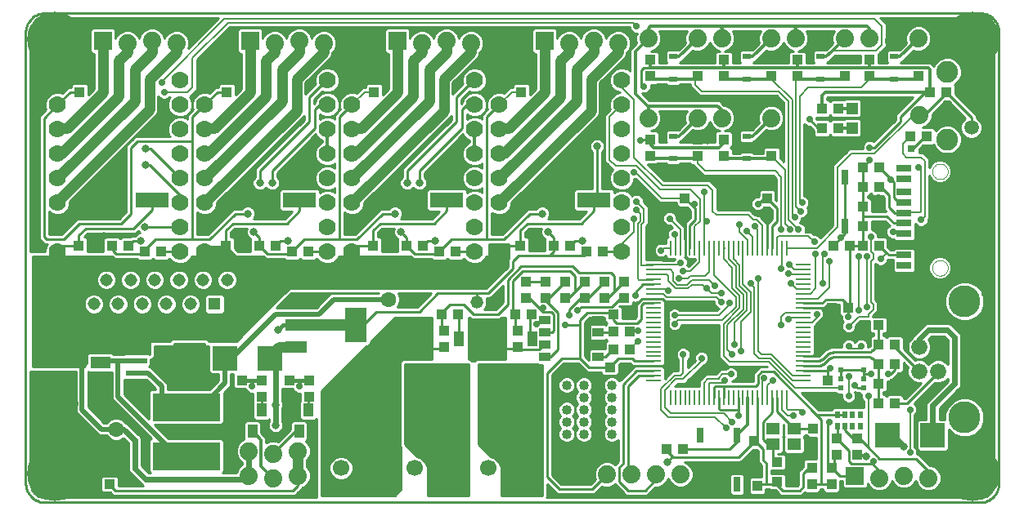
<source format=gtl>
G75*
G70*
%OFA0B0*%
%FSLAX24Y24*%
%IPPOS*%
%LPD*%
%AMOC8*
5,1,8,0,0,1.08239X$1,22.5*
%
%ADD10C,0.0100*%
%ADD11R,0.0106X0.0591*%
%ADD12R,0.0591X0.0106*%
%ADD13R,0.0551X0.0472*%
%ADD14R,0.0433X0.0394*%
%ADD15R,0.0394X0.0433*%
%ADD16R,0.0300X0.0600*%
%ADD17C,0.0660*%
%ADD18C,0.1300*%
%ADD19R,0.0197X0.0197*%
%ADD20R,0.0327X0.0248*%
%ADD21R,0.0472X0.0472*%
%ADD22R,0.1000X0.1000*%
%ADD23C,0.0886*%
%ADD24C,0.0594*%
%ADD25C,0.0740*%
%ADD26R,0.0315X0.0315*%
%ADD27R,0.0531X0.0591*%
%ADD28R,0.0394X0.0551*%
%ADD29R,0.0394X0.0512*%
%ADD30R,0.0591X0.0295*%
%ADD31C,0.0000*%
%ADD32C,0.0700*%
%ADD33R,0.1378X0.0630*%
%ADD34R,0.0740X0.0740*%
%ADD35R,0.2126X0.2441*%
%ADD36R,0.0394X0.0630*%
%ADD37C,0.0669*%
%ADD38R,0.0880X0.0480*%
%ADD39R,0.0866X0.1417*%
%ADD40R,0.0197X0.0256*%
%ADD41R,0.0515X0.0515*%
%ADD42C,0.0515*%
%ADD43C,0.0825*%
%ADD44R,0.2756X0.1122*%
%ADD45C,0.0400*%
%ADD46R,0.0870X0.0240*%
%ADD47R,0.0827X0.0500*%
%ADD48OC8,0.0630*%
%ADD49C,0.0630*%
%ADD50OC8,0.0520*%
%ADD51C,0.0520*%
%ADD52R,0.0450X0.0360*%
%ADD53C,0.2250*%
%ADD54C,0.0317*%
%ADD55C,0.0277*%
%ADD56C,0.0120*%
%ADD57C,0.0080*%
%ADD58C,0.0200*%
%ADD59C,0.0240*%
%ADD60C,0.0160*%
%ADD61C,0.0420*%
%ADD62C,0.0460*%
%ADD63C,0.0500*%
%ADD64C,0.1000*%
D10*
X002785Y001429D02*
X002785Y019835D01*
X002985Y019835D02*
X002992Y019927D01*
X003049Y020102D01*
X003157Y020250D01*
X003305Y020358D01*
X003480Y020415D01*
X003572Y020422D01*
X010646Y020422D01*
X009409Y019185D01*
X009450Y019284D01*
X009450Y019491D01*
X009371Y019682D01*
X009225Y019828D01*
X009033Y019907D01*
X008827Y019907D01*
X008635Y019828D01*
X008489Y019682D01*
X008450Y019587D01*
X008450Y019591D01*
X008371Y019782D01*
X008225Y019928D01*
X008033Y020007D01*
X007827Y020007D01*
X007635Y019928D01*
X007489Y019782D01*
X007410Y019591D01*
X007410Y019587D01*
X007371Y019682D01*
X007225Y019828D01*
X007033Y019907D01*
X006827Y019907D01*
X006635Y019828D01*
X006489Y019682D01*
X006450Y019587D01*
X006450Y019919D01*
X006362Y020007D01*
X005498Y020007D01*
X005410Y019919D01*
X005410Y019055D01*
X005498Y018967D01*
X005570Y018967D01*
X005570Y017536D01*
X005327Y017293D01*
X005327Y017681D01*
X005239Y017769D01*
X004721Y017769D01*
X004633Y017681D01*
X004633Y017603D01*
X004513Y017603D01*
X004263Y017353D01*
X004179Y017387D01*
X003981Y017387D01*
X003797Y017311D01*
X003656Y017171D01*
X003580Y016987D01*
X003580Y016788D01*
X003614Y016705D01*
X003447Y016537D01*
X003330Y016420D01*
X003330Y011404D01*
X003430Y011304D01*
X003547Y011187D01*
X003673Y011187D01*
X003656Y011171D01*
X003580Y010987D01*
X003580Y010887D01*
X002997Y010887D01*
X002985Y010875D01*
X002985Y019835D01*
X002986Y019850D02*
X005410Y019850D01*
X005410Y019751D02*
X002985Y019751D01*
X002985Y019653D02*
X005410Y019653D01*
X005410Y019554D02*
X002985Y019554D01*
X002985Y019456D02*
X005410Y019456D01*
X005410Y019357D02*
X002985Y019357D01*
X002985Y019259D02*
X005410Y019259D01*
X005410Y019160D02*
X002985Y019160D01*
X002985Y019062D02*
X005410Y019062D01*
X005570Y018963D02*
X002985Y018963D01*
X002985Y018865D02*
X005570Y018865D01*
X005570Y018766D02*
X002985Y018766D01*
X002985Y018668D02*
X005570Y018668D01*
X005570Y018569D02*
X002985Y018569D01*
X002985Y018471D02*
X005570Y018471D01*
X005570Y018372D02*
X002985Y018372D01*
X002985Y018274D02*
X005570Y018274D01*
X005570Y018175D02*
X002985Y018175D01*
X002985Y018077D02*
X005570Y018077D01*
X005570Y017978D02*
X002985Y017978D01*
X002985Y017880D02*
X005570Y017880D01*
X005570Y017781D02*
X002985Y017781D01*
X002985Y017683D02*
X004634Y017683D01*
X004494Y017584D02*
X002985Y017584D01*
X002985Y017486D02*
X004395Y017486D01*
X004297Y017387D02*
X004180Y017387D01*
X003980Y017387D02*
X002985Y017387D01*
X002985Y017289D02*
X003774Y017289D01*
X003676Y017190D02*
X002985Y017190D01*
X002985Y017092D02*
X003623Y017092D01*
X003583Y016993D02*
X002985Y016993D01*
X002985Y016895D02*
X003580Y016895D01*
X003580Y016796D02*
X002985Y016796D01*
X002985Y016698D02*
X003607Y016698D01*
X003509Y016599D02*
X002985Y016599D01*
X002985Y016501D02*
X003410Y016501D01*
X003330Y016402D02*
X002985Y016402D01*
X002985Y016304D02*
X003330Y016304D01*
X003330Y016205D02*
X002985Y016205D01*
X002985Y016107D02*
X003330Y016107D01*
X003330Y016008D02*
X002985Y016008D01*
X002985Y015910D02*
X003330Y015910D01*
X003330Y015811D02*
X002985Y015811D01*
X002985Y015713D02*
X003330Y015713D01*
X003330Y015614D02*
X002985Y015614D01*
X002985Y015516D02*
X003330Y015516D01*
X003330Y015417D02*
X002985Y015417D01*
X002985Y015319D02*
X003330Y015319D01*
X003330Y015220D02*
X002985Y015220D01*
X002985Y015122D02*
X003330Y015122D01*
X003330Y015023D02*
X002985Y015023D01*
X002985Y014925D02*
X003330Y014925D01*
X003330Y014826D02*
X002985Y014826D01*
X002985Y014728D02*
X003330Y014728D01*
X003330Y014629D02*
X002985Y014629D01*
X002985Y014531D02*
X003330Y014531D01*
X003330Y014432D02*
X002985Y014432D01*
X002985Y014334D02*
X003330Y014334D01*
X003330Y014235D02*
X002985Y014235D01*
X002985Y014137D02*
X003330Y014137D01*
X003330Y014038D02*
X002985Y014038D01*
X002985Y013940D02*
X003330Y013940D01*
X003330Y013841D02*
X002985Y013841D01*
X002985Y013743D02*
X003330Y013743D01*
X003330Y013644D02*
X002985Y013644D01*
X002985Y013546D02*
X003330Y013546D01*
X003330Y013447D02*
X002985Y013447D01*
X002985Y013349D02*
X003330Y013349D01*
X003330Y013250D02*
X002985Y013250D01*
X002985Y013152D02*
X003330Y013152D01*
X003330Y013053D02*
X002985Y013053D01*
X002985Y012955D02*
X003330Y012955D01*
X003330Y012856D02*
X002985Y012856D01*
X002985Y012758D02*
X003330Y012758D01*
X003330Y012659D02*
X002985Y012659D01*
X002985Y012561D02*
X003330Y012561D01*
X003330Y012462D02*
X002985Y012462D01*
X002985Y012364D02*
X003330Y012364D01*
X003330Y012265D02*
X002985Y012265D01*
X002985Y012167D02*
X003330Y012167D01*
X003330Y012068D02*
X002985Y012068D01*
X002985Y011970D02*
X003330Y011970D01*
X003330Y011871D02*
X002985Y011871D01*
X002985Y011773D02*
X003330Y011773D01*
X003330Y011674D02*
X002985Y011674D01*
X002985Y011576D02*
X003330Y011576D01*
X003330Y011477D02*
X002985Y011477D01*
X002985Y011379D02*
X003356Y011379D01*
X003454Y011280D02*
X002985Y011280D01*
X002985Y011182D02*
X003667Y011182D01*
X003620Y011083D02*
X002985Y011083D01*
X002985Y010985D02*
X003580Y010985D01*
X004080Y010887D02*
X004330Y011137D01*
X004945Y011137D01*
X004945Y011553D01*
X005230Y011837D01*
X007180Y011837D01*
X007943Y012600D01*
X007943Y012987D01*
X007080Y012437D02*
X007080Y015137D01*
X007330Y015387D01*
X009580Y015387D01*
X009580Y016387D01*
X010080Y016887D01*
X010595Y017403D01*
X010980Y017403D01*
X011327Y017387D02*
X011421Y017387D01*
X011327Y017293D02*
X011327Y017681D01*
X011239Y017769D01*
X010721Y017769D01*
X010633Y017681D01*
X010633Y017603D01*
X010513Y017603D01*
X010263Y017353D01*
X010179Y017387D01*
X009981Y017387D01*
X009797Y017311D01*
X009656Y017171D01*
X009580Y016987D01*
X009504Y017171D01*
X009468Y017206D01*
X009659Y017397D01*
X009770Y017509D01*
X009770Y018709D01*
X011109Y020047D01*
X027391Y020047D01*
X027391Y020030D01*
X027435Y019924D01*
X027516Y019843D01*
X027623Y019799D01*
X027692Y019799D01*
X027648Y019691D01*
X027648Y019484D01*
X027683Y019399D01*
X027420Y019137D01*
X027420Y018254D01*
X027363Y018311D01*
X027179Y018387D01*
X026981Y018387D01*
X026797Y018311D01*
X026656Y018171D01*
X026580Y017987D01*
X026580Y017788D01*
X026656Y017604D01*
X026797Y017463D01*
X026981Y017387D01*
X026797Y017311D01*
X026656Y017171D01*
X026580Y016987D01*
X026580Y016788D01*
X026619Y016695D01*
X026390Y016466D01*
X026390Y014559D01*
X026501Y014447D01*
X026717Y014231D01*
X026656Y014171D01*
X026580Y013987D01*
X026580Y013788D01*
X026656Y013604D01*
X026797Y013463D01*
X026981Y013387D01*
X026797Y013311D01*
X026782Y013296D01*
X026782Y013364D01*
X026694Y013452D01*
X026280Y013452D01*
X026280Y014951D01*
X026341Y015013D01*
X026388Y015126D01*
X026388Y015249D01*
X026341Y015362D01*
X026255Y015449D01*
X026141Y015496D01*
X026019Y015496D01*
X025905Y015449D01*
X025819Y015362D01*
X025772Y015249D01*
X025772Y015126D01*
X025819Y015013D01*
X025880Y014951D01*
X025880Y013452D01*
X025192Y013452D01*
X025104Y013364D01*
X025104Y012610D01*
X025192Y012522D01*
X025632Y012522D01*
X025347Y012237D01*
X024066Y012237D01*
X024091Y012263D01*
X024138Y012376D01*
X024138Y012499D01*
X024091Y012612D01*
X024005Y012699D01*
X023891Y012746D01*
X023769Y012746D01*
X023655Y012699D01*
X023594Y012637D01*
X023247Y012637D01*
X022197Y011587D01*
X021787Y011587D01*
X021787Y012473D01*
X021797Y012463D01*
X021981Y012387D01*
X022179Y012387D01*
X022363Y012463D01*
X022504Y012604D01*
X022580Y012788D01*
X022580Y012878D01*
X026135Y016433D01*
X026190Y016566D01*
X026190Y017788D01*
X027235Y018833D01*
X027290Y018966D01*
X027290Y019012D01*
X027371Y019093D01*
X027450Y019284D01*
X027450Y019491D01*
X027371Y019682D01*
X027225Y019828D01*
X027033Y019907D01*
X026827Y019907D01*
X026635Y019828D01*
X026489Y019682D01*
X026450Y019587D01*
X026450Y019591D01*
X026371Y019782D01*
X026225Y019928D01*
X026033Y020007D01*
X025827Y020007D01*
X025635Y019928D01*
X025489Y019782D01*
X025410Y019591D01*
X025410Y019587D01*
X025371Y019682D01*
X025225Y019828D01*
X025033Y019907D01*
X024827Y019907D01*
X024635Y019828D01*
X024489Y019682D01*
X024450Y019587D01*
X024450Y019919D01*
X024362Y020007D01*
X023498Y020007D01*
X023410Y019919D01*
X023410Y019055D01*
X023498Y018967D01*
X023570Y018967D01*
X023570Y017536D01*
X023327Y017293D01*
X023327Y017681D01*
X023239Y017769D01*
X022721Y017769D01*
X022633Y017681D01*
X022633Y017593D01*
X022517Y017593D01*
X022273Y017349D01*
X022179Y017387D01*
X021981Y017387D01*
X021797Y017311D01*
X021656Y017171D01*
X021580Y016987D01*
X021504Y017171D01*
X021363Y017311D01*
X021179Y017387D01*
X021363Y017463D01*
X021504Y017604D01*
X021580Y017788D01*
X021580Y017987D01*
X021504Y018171D01*
X021363Y018311D01*
X021179Y018387D01*
X020981Y018387D01*
X020797Y018311D01*
X020656Y018171D01*
X020580Y017987D01*
X020580Y017788D01*
X020600Y017740D01*
X020247Y017387D01*
X020190Y017387D01*
X020190Y017330D02*
X020190Y017788D01*
X021235Y018833D01*
X021290Y018966D01*
X021290Y019012D01*
X021371Y019093D01*
X021450Y019284D01*
X021450Y019491D01*
X021371Y019682D01*
X021225Y019828D01*
X021033Y019907D01*
X020827Y019907D01*
X020635Y019828D01*
X020489Y019682D01*
X020450Y019587D01*
X020450Y019591D01*
X020371Y019782D01*
X020225Y019928D01*
X020033Y020007D01*
X019827Y020007D01*
X019635Y019928D01*
X019489Y019782D01*
X019410Y019591D01*
X019410Y019587D01*
X019371Y019682D01*
X019225Y019828D01*
X019033Y019907D01*
X018827Y019907D01*
X018635Y019828D01*
X018489Y019682D01*
X018450Y019587D01*
X018450Y019919D01*
X018362Y020007D01*
X017498Y020007D01*
X017410Y019919D01*
X017410Y019055D01*
X017498Y018967D01*
X017570Y018967D01*
X017570Y017536D01*
X017327Y017293D01*
X017327Y017681D01*
X017239Y017769D01*
X016721Y017769D01*
X016633Y017681D01*
X016633Y017593D01*
X016517Y017593D01*
X016273Y017349D01*
X016179Y017387D01*
X015981Y017387D01*
X015797Y017311D01*
X015656Y017171D01*
X015580Y016987D01*
X015504Y017171D01*
X015363Y017311D01*
X015179Y017387D01*
X015363Y017463D01*
X015504Y017604D01*
X015580Y017788D01*
X015580Y017987D01*
X015504Y018171D01*
X015363Y018311D01*
X015179Y018387D01*
X014981Y018387D01*
X014797Y018311D01*
X014656Y018171D01*
X014580Y017987D01*
X014580Y017788D01*
X014600Y017740D01*
X014247Y017387D01*
X014190Y017387D01*
X014190Y017330D02*
X014190Y017788D01*
X015235Y018833D01*
X015290Y018966D01*
X015290Y019012D01*
X015371Y019093D01*
X015450Y019284D01*
X015450Y019491D01*
X015371Y019682D01*
X015225Y019828D01*
X015033Y019907D01*
X014827Y019907D01*
X014635Y019828D01*
X014489Y019682D01*
X014450Y019587D01*
X014450Y019591D01*
X014371Y019782D01*
X014225Y019928D01*
X014033Y020007D01*
X013827Y020007D01*
X013635Y019928D01*
X013489Y019782D01*
X013410Y019591D01*
X013410Y019587D01*
X013371Y019682D01*
X013225Y019828D01*
X013033Y019907D01*
X012827Y019907D01*
X012635Y019828D01*
X012489Y019682D01*
X012450Y019587D01*
X012450Y019919D01*
X012362Y020007D01*
X011498Y020007D01*
X011410Y019919D01*
X011410Y019055D01*
X011498Y018967D01*
X011570Y018967D01*
X011570Y017536D01*
X011327Y017293D01*
X011327Y017486D02*
X011519Y017486D01*
X011570Y017584D02*
X011327Y017584D01*
X011326Y017683D02*
X011570Y017683D01*
X011570Y017781D02*
X009770Y017781D01*
X009770Y017683D02*
X010634Y017683D01*
X010494Y017584D02*
X009770Y017584D01*
X009747Y017486D02*
X010395Y017486D01*
X010297Y017387D02*
X010180Y017387D01*
X009980Y017387D02*
X009648Y017387D01*
X009550Y017289D02*
X009774Y017289D01*
X009676Y017190D02*
X009484Y017190D01*
X009537Y017092D02*
X009623Y017092D01*
X009583Y016993D02*
X009577Y016993D01*
X009580Y016987D02*
X009580Y016788D01*
X009504Y016604D01*
X009363Y016463D01*
X009179Y016387D01*
X008981Y016387D01*
X008797Y016463D01*
X008656Y016604D01*
X008580Y016788D01*
X008580Y016987D01*
X008656Y017171D01*
X008683Y017197D01*
X008648Y017197D01*
X008594Y017143D01*
X008487Y017099D01*
X008373Y017099D01*
X008266Y017143D01*
X008190Y017219D01*
X008190Y016616D01*
X008135Y016483D01*
X004580Y012928D01*
X004580Y012788D01*
X004504Y012604D01*
X004363Y012463D01*
X004179Y012387D01*
X003981Y012387D01*
X003797Y012463D01*
X003730Y012530D01*
X003730Y011587D01*
X004247Y011587D01*
X004780Y012120D01*
X004897Y012237D01*
X006597Y012237D01*
X006880Y012520D01*
X006880Y015220D01*
X006872Y015220D01*
X006880Y015220D02*
X007130Y015470D01*
X007247Y015587D01*
X008673Y015587D01*
X008656Y015604D01*
X008580Y015788D01*
X008580Y015987D01*
X008656Y016171D01*
X008797Y016311D01*
X008981Y016387D01*
X009179Y016387D01*
X009363Y016311D01*
X009380Y016294D01*
X009380Y016470D01*
X009614Y016705D01*
X009580Y016788D01*
X009580Y016987D01*
X009580Y016895D02*
X009580Y016895D01*
X009580Y016796D02*
X009580Y016796D01*
X009607Y016698D02*
X009543Y016698D01*
X009509Y016599D02*
X009499Y016599D01*
X009410Y016501D02*
X009400Y016501D01*
X009380Y016402D02*
X009215Y016402D01*
X009371Y016304D02*
X009380Y016304D01*
X008945Y016402D02*
X008054Y016402D01*
X008142Y016501D02*
X008760Y016501D01*
X008661Y016599D02*
X008183Y016599D01*
X008190Y016698D02*
X008617Y016698D01*
X008580Y016796D02*
X008190Y016796D01*
X008190Y016895D02*
X008580Y016895D01*
X008583Y016993D02*
X008190Y016993D01*
X008190Y017092D02*
X008623Y017092D01*
X008641Y017190D02*
X008676Y017190D01*
X008219Y017190D02*
X008190Y017190D01*
X007955Y016304D02*
X008789Y016304D01*
X008691Y016205D02*
X007857Y016205D01*
X007758Y016107D02*
X008630Y016107D01*
X008589Y016008D02*
X007660Y016008D01*
X007561Y015910D02*
X008580Y015910D01*
X008580Y015811D02*
X007463Y015811D01*
X007364Y015713D02*
X008611Y015713D01*
X008652Y015614D02*
X007266Y015614D01*
X007175Y015516D02*
X007167Y015516D01*
X007077Y015417D02*
X007069Y015417D01*
X006978Y015319D02*
X006970Y015319D01*
X006880Y015122D02*
X006773Y015122D01*
X006675Y015023D02*
X006880Y015023D01*
X006880Y014925D02*
X006576Y014925D01*
X006478Y014826D02*
X006880Y014826D01*
X006880Y014728D02*
X006379Y014728D01*
X006281Y014629D02*
X006880Y014629D01*
X006880Y014531D02*
X006182Y014531D01*
X006084Y014432D02*
X006880Y014432D01*
X006880Y014334D02*
X005985Y014334D01*
X005887Y014235D02*
X006880Y014235D01*
X006880Y014137D02*
X005788Y014137D01*
X005690Y014038D02*
X006880Y014038D01*
X006880Y013940D02*
X005591Y013940D01*
X005493Y013841D02*
X006880Y013841D01*
X006880Y013743D02*
X005394Y013743D01*
X005296Y013644D02*
X006880Y013644D01*
X006880Y013546D02*
X005197Y013546D01*
X005099Y013447D02*
X006880Y013447D01*
X006880Y013349D02*
X005000Y013349D01*
X004902Y013250D02*
X006880Y013250D01*
X006880Y013152D02*
X004803Y013152D01*
X004705Y013053D02*
X006880Y013053D01*
X006880Y012955D02*
X004606Y012955D01*
X004580Y012856D02*
X006880Y012856D01*
X006880Y012758D02*
X004567Y012758D01*
X004527Y012659D02*
X006880Y012659D01*
X006880Y012561D02*
X004460Y012561D01*
X004360Y012462D02*
X006822Y012462D01*
X006723Y012364D02*
X003730Y012364D01*
X003730Y012462D02*
X003800Y012462D01*
X003730Y012265D02*
X006625Y012265D01*
X006680Y012037D02*
X007080Y012437D01*
X006680Y012037D02*
X004980Y012037D01*
X004330Y011387D01*
X003630Y011387D01*
X003530Y011487D01*
X003530Y016337D01*
X004080Y016887D01*
X004595Y017403D01*
X004980Y017403D01*
X005327Y017387D02*
X005421Y017387D01*
X005327Y017486D02*
X005519Y017486D01*
X005570Y017584D02*
X005327Y017584D01*
X005326Y017683D02*
X005570Y017683D01*
X004980Y018072D02*
X004265Y018072D01*
X004080Y017887D01*
X006450Y019653D02*
X006477Y019653D01*
X006450Y019751D02*
X006558Y019751D01*
X006450Y019850D02*
X006687Y019850D01*
X006421Y019948D02*
X007684Y019948D01*
X007557Y019850D02*
X007173Y019850D01*
X007302Y019751D02*
X007476Y019751D01*
X007436Y019653D02*
X007383Y019653D01*
X008176Y019948D02*
X010172Y019948D01*
X010074Y019850D02*
X009173Y019850D01*
X009302Y019751D02*
X009975Y019751D01*
X009877Y019653D02*
X009383Y019653D01*
X009424Y019554D02*
X009778Y019554D01*
X009680Y019456D02*
X009450Y019456D01*
X009450Y019357D02*
X009581Y019357D01*
X009483Y019259D02*
X009440Y019259D01*
X010024Y018963D02*
X011570Y018963D01*
X011570Y018865D02*
X009926Y018865D01*
X009827Y018766D02*
X011570Y018766D01*
X011570Y018668D02*
X009770Y018668D01*
X009770Y018569D02*
X011570Y018569D01*
X011570Y018471D02*
X009770Y018471D01*
X009770Y018372D02*
X011570Y018372D01*
X011570Y018274D02*
X009770Y018274D01*
X009770Y018175D02*
X011570Y018175D01*
X011570Y018077D02*
X009770Y018077D01*
X009770Y017978D02*
X011570Y017978D01*
X011570Y017880D02*
X009770Y017880D01*
X010080Y017887D02*
X010265Y018072D01*
X010980Y018072D01*
X011410Y019062D02*
X010123Y019062D01*
X010221Y019160D02*
X011410Y019160D01*
X011410Y019259D02*
X010320Y019259D01*
X010418Y019357D02*
X011410Y019357D01*
X011410Y019456D02*
X010517Y019456D01*
X010615Y019554D02*
X011410Y019554D01*
X011410Y019653D02*
X010714Y019653D01*
X010812Y019751D02*
X011410Y019751D01*
X011410Y019850D02*
X010911Y019850D01*
X011009Y019948D02*
X011439Y019948D01*
X011108Y020047D02*
X027391Y020047D01*
X027425Y019948D02*
X026176Y019948D01*
X026303Y019850D02*
X026687Y019850D01*
X026558Y019751D02*
X026384Y019751D01*
X026424Y019653D02*
X026477Y019653D01*
X027173Y019850D02*
X027509Y019850D01*
X027672Y019751D02*
X027302Y019751D01*
X027383Y019653D02*
X027648Y019653D01*
X027648Y019554D02*
X027424Y019554D01*
X027450Y019456D02*
X027659Y019456D01*
X027640Y019357D02*
X027450Y019357D01*
X027440Y019259D02*
X027542Y019259D01*
X027443Y019160D02*
X027399Y019160D01*
X027420Y019062D02*
X027340Y019062D01*
X027289Y018963D02*
X027420Y018963D01*
X027420Y018865D02*
X027248Y018865D01*
X027168Y018766D02*
X027420Y018766D01*
X027420Y018668D02*
X027069Y018668D01*
X026971Y018569D02*
X027420Y018569D01*
X027420Y018471D02*
X026872Y018471D01*
X026944Y018372D02*
X026774Y018372D01*
X026759Y018274D02*
X026675Y018274D01*
X026661Y018175D02*
X026577Y018175D01*
X026617Y018077D02*
X026478Y018077D01*
X026380Y017978D02*
X026580Y017978D01*
X026580Y017880D02*
X026281Y017880D01*
X026190Y017781D02*
X026583Y017781D01*
X026624Y017683D02*
X026190Y017683D01*
X026190Y017584D02*
X026676Y017584D01*
X026775Y017486D02*
X026190Y017486D01*
X026190Y017387D02*
X026980Y017387D01*
X026981Y017387D02*
X027011Y017387D01*
X027011Y017387D01*
X026981Y017387D01*
X026774Y017289D02*
X026190Y017289D01*
X026190Y017190D02*
X026676Y017190D01*
X026623Y017092D02*
X026190Y017092D01*
X026190Y016993D02*
X026583Y016993D01*
X026580Y016895D02*
X026190Y016895D01*
X026190Y016796D02*
X026580Y016796D01*
X026617Y016698D02*
X026190Y016698D01*
X026190Y016599D02*
X026523Y016599D01*
X026425Y016501D02*
X026163Y016501D01*
X026104Y016402D02*
X026390Y016402D01*
X026390Y016304D02*
X026005Y016304D01*
X025907Y016205D02*
X026390Y016205D01*
X026390Y016107D02*
X025808Y016107D01*
X025710Y016008D02*
X026390Y016008D01*
X026390Y015910D02*
X025611Y015910D01*
X025513Y015811D02*
X026390Y015811D01*
X026390Y015713D02*
X025414Y015713D01*
X025316Y015614D02*
X026390Y015614D01*
X026390Y015516D02*
X025217Y015516D01*
X025119Y015417D02*
X025874Y015417D01*
X025801Y015319D02*
X025020Y015319D01*
X024922Y015220D02*
X025772Y015220D01*
X025773Y015122D02*
X024823Y015122D01*
X024725Y015023D02*
X025814Y015023D01*
X025880Y014925D02*
X024626Y014925D01*
X024528Y014826D02*
X025880Y014826D01*
X025880Y014728D02*
X024429Y014728D01*
X024331Y014629D02*
X025880Y014629D01*
X025880Y014531D02*
X024232Y014531D01*
X024134Y014432D02*
X025880Y014432D01*
X025880Y014334D02*
X024035Y014334D01*
X023937Y014235D02*
X025880Y014235D01*
X025880Y014137D02*
X023838Y014137D01*
X023740Y014038D02*
X025880Y014038D01*
X025880Y013940D02*
X023641Y013940D01*
X023543Y013841D02*
X025880Y013841D01*
X025880Y013743D02*
X023444Y013743D01*
X023346Y013644D02*
X025880Y013644D01*
X025880Y013546D02*
X023247Y013546D01*
X023149Y013447D02*
X025187Y013447D01*
X025104Y013349D02*
X023050Y013349D01*
X022952Y013250D02*
X025104Y013250D01*
X025104Y013152D02*
X022853Y013152D01*
X022755Y013053D02*
X025104Y013053D01*
X025104Y012955D02*
X022656Y012955D01*
X022580Y012856D02*
X025104Y012856D01*
X025104Y012758D02*
X022567Y012758D01*
X022527Y012659D02*
X023616Y012659D01*
X023830Y012437D02*
X023330Y012437D01*
X022280Y011387D01*
X021587Y011387D01*
X021587Y016394D01*
X022080Y016887D01*
X021614Y016705D02*
X021387Y016477D01*
X021387Y016287D01*
X021363Y016311D01*
X021179Y016387D01*
X021363Y016463D01*
X021504Y016604D01*
X021580Y016788D01*
X021580Y016987D01*
X021580Y016788D01*
X021614Y016705D01*
X021607Y016698D02*
X021543Y016698D01*
X021509Y016599D02*
X021499Y016599D01*
X021410Y016501D02*
X021400Y016501D01*
X021387Y016402D02*
X021215Y016402D01*
X021179Y016387D02*
X020981Y016387D01*
X020797Y016463D01*
X020780Y016480D01*
X020780Y016294D01*
X020797Y016311D01*
X020981Y016387D01*
X021179Y016387D01*
X021371Y016304D02*
X021387Y016304D01*
X020945Y016402D02*
X020780Y016402D01*
X020780Y016304D02*
X020789Y016304D01*
X020330Y016187D02*
X018330Y014187D01*
X018330Y013687D01*
X018055Y013546D02*
X017247Y013546D01*
X017346Y013644D02*
X018022Y013644D01*
X018022Y013626D02*
X018069Y013513D01*
X018155Y013426D01*
X018269Y013379D01*
X018391Y013379D01*
X018505Y013426D01*
X018580Y013501D01*
X018655Y013426D01*
X018769Y013379D01*
X018891Y013379D01*
X019005Y013426D01*
X019091Y013513D01*
X019138Y013626D01*
X019138Y013749D01*
X019091Y013862D01*
X019030Y013923D01*
X019030Y014104D01*
X020619Y015694D01*
X020656Y015604D01*
X020797Y015463D01*
X020870Y015433D01*
X020870Y015342D01*
X020797Y015311D01*
X020656Y015171D01*
X020580Y014987D01*
X020580Y014788D01*
X020656Y014604D01*
X020797Y014463D01*
X020981Y014387D01*
X020797Y014311D01*
X020656Y014171D01*
X020580Y013987D01*
X020580Y013788D01*
X020656Y013604D01*
X020797Y013463D01*
X020981Y013387D01*
X020797Y013311D01*
X020782Y013296D01*
X020782Y013364D01*
X020694Y013452D01*
X019192Y013452D01*
X019104Y013364D01*
X019104Y012610D01*
X019192Y012522D01*
X019632Y012522D01*
X019347Y012237D01*
X018066Y012237D01*
X018091Y012263D01*
X018138Y012376D01*
X018138Y012499D01*
X018091Y012612D01*
X018005Y012699D01*
X017891Y012746D01*
X017769Y012746D01*
X017655Y012699D01*
X017594Y012637D01*
X017247Y012637D01*
X016197Y011587D01*
X015784Y011587D01*
X015784Y012476D01*
X015797Y012463D01*
X015981Y012387D01*
X016179Y012387D01*
X016363Y012463D01*
X016504Y012604D01*
X016580Y012788D01*
X016580Y012878D01*
X020130Y016428D01*
X020130Y016270D01*
X018247Y014387D01*
X018130Y014270D01*
X018130Y013923D01*
X018069Y013862D01*
X018022Y013749D01*
X018022Y013626D01*
X018022Y013743D02*
X017444Y013743D01*
X017543Y013841D02*
X018060Y013841D01*
X018130Y013940D02*
X017641Y013940D01*
X017740Y014038D02*
X018130Y014038D01*
X018130Y014137D02*
X017838Y014137D01*
X017937Y014235D02*
X018130Y014235D01*
X018193Y014334D02*
X018035Y014334D01*
X018134Y014432D02*
X018292Y014432D01*
X018232Y014531D02*
X018390Y014531D01*
X018331Y014629D02*
X018489Y014629D01*
X018429Y014728D02*
X018587Y014728D01*
X018528Y014826D02*
X018686Y014826D01*
X018626Y014925D02*
X018784Y014925D01*
X018725Y015023D02*
X018883Y015023D01*
X018823Y015122D02*
X018981Y015122D01*
X018922Y015220D02*
X019080Y015220D01*
X019020Y015319D02*
X019178Y015319D01*
X019119Y015417D02*
X019277Y015417D01*
X019217Y015516D02*
X019375Y015516D01*
X019316Y015614D02*
X019474Y015614D01*
X019414Y015713D02*
X019572Y015713D01*
X019513Y015811D02*
X019671Y015811D01*
X019611Y015910D02*
X019769Y015910D01*
X019710Y016008D02*
X019868Y016008D01*
X019808Y016107D02*
X019966Y016107D01*
X019907Y016205D02*
X020065Y016205D01*
X020005Y016304D02*
X020130Y016304D01*
X020130Y016402D02*
X020104Y016402D01*
X020580Y016687D02*
X020580Y015937D01*
X018830Y014187D01*
X018830Y013687D01*
X019105Y013546D02*
X020715Y013546D01*
X020699Y013447D02*
X020836Y013447D01*
X020887Y013349D02*
X020782Y013349D01*
X020981Y013387D02*
X021179Y013387D01*
X021363Y013311D01*
X021387Y013287D01*
X021387Y013487D01*
X021363Y013463D01*
X021179Y013387D01*
X020981Y013387D01*
X021273Y013349D02*
X021387Y013349D01*
X021387Y013447D02*
X021324Y013447D01*
X020640Y013644D02*
X019138Y013644D01*
X019138Y013743D02*
X020599Y013743D01*
X020580Y013841D02*
X019100Y013841D01*
X019030Y013940D02*
X020580Y013940D01*
X020601Y014038D02*
X019030Y014038D01*
X019062Y014137D02*
X020642Y014137D01*
X020721Y014235D02*
X019161Y014235D01*
X019259Y014334D02*
X020851Y014334D01*
X020872Y014432D02*
X019358Y014432D01*
X019456Y014531D02*
X020730Y014531D01*
X020646Y014629D02*
X019555Y014629D01*
X019653Y014728D02*
X020605Y014728D01*
X020580Y014826D02*
X019752Y014826D01*
X019850Y014925D02*
X020580Y014925D01*
X020595Y015023D02*
X019949Y015023D01*
X020047Y015122D02*
X020636Y015122D01*
X020706Y015220D02*
X020146Y015220D01*
X020244Y015319D02*
X020815Y015319D01*
X020870Y015417D02*
X020343Y015417D01*
X020441Y015516D02*
X020745Y015516D01*
X020652Y015614D02*
X020540Y015614D01*
X020330Y016187D02*
X020330Y017187D01*
X021030Y017887D01*
X021080Y017887D01*
X021580Y017880D02*
X023570Y017880D01*
X023570Y017978D02*
X021580Y017978D01*
X021543Y018077D02*
X023570Y018077D01*
X023570Y018175D02*
X021499Y018175D01*
X021401Y018274D02*
X023570Y018274D01*
X023570Y018372D02*
X021216Y018372D01*
X020944Y018372D02*
X020774Y018372D01*
X020759Y018274D02*
X020675Y018274D01*
X020661Y018175D02*
X020577Y018175D01*
X020617Y018077D02*
X020478Y018077D01*
X020380Y017978D02*
X020580Y017978D01*
X020580Y017880D02*
X020281Y017880D01*
X020190Y017781D02*
X020583Y017781D01*
X020542Y017683D02*
X020190Y017683D01*
X020190Y017584D02*
X020444Y017584D01*
X020345Y017486D02*
X020190Y017486D01*
X020247Y017387D02*
X020190Y017330D01*
X020530Y017104D02*
X020862Y017436D01*
X020981Y017387D01*
X021179Y017387D01*
X020981Y017387D01*
X020797Y017311D01*
X020656Y017171D01*
X020580Y016987D01*
X020580Y016970D01*
X020530Y016920D01*
X020530Y017104D01*
X020530Y017092D02*
X020623Y017092D01*
X020616Y017190D02*
X020676Y017190D01*
X020714Y017289D02*
X020774Y017289D01*
X020813Y017387D02*
X020980Y017387D01*
X021180Y017387D02*
X021980Y017387D01*
X022180Y017387D02*
X022311Y017387D01*
X022410Y017486D02*
X021385Y017486D01*
X021484Y017584D02*
X022508Y017584D01*
X022634Y017683D02*
X021536Y017683D01*
X021577Y017781D02*
X023570Y017781D01*
X023570Y017683D02*
X023326Y017683D01*
X023327Y017584D02*
X023570Y017584D01*
X023519Y017486D02*
X023327Y017486D01*
X023327Y017387D02*
X023421Y017387D01*
X021774Y017289D02*
X021386Y017289D01*
X021484Y017190D02*
X021676Y017190D01*
X021623Y017092D02*
X021537Y017092D01*
X021577Y016993D02*
X021583Y016993D01*
X021580Y016895D02*
X021580Y016895D01*
X021580Y016796D02*
X021580Y016796D01*
X021080Y016887D02*
X020780Y016887D01*
X020580Y016687D01*
X020583Y016993D02*
X020530Y016993D01*
X020872Y018471D02*
X023570Y018471D01*
X023570Y018569D02*
X020971Y018569D01*
X021069Y018668D02*
X023570Y018668D01*
X023570Y018766D02*
X021168Y018766D01*
X021248Y018865D02*
X023570Y018865D01*
X023570Y018963D02*
X021289Y018963D01*
X021340Y019062D02*
X023410Y019062D01*
X023410Y019160D02*
X021399Y019160D01*
X021440Y019259D02*
X023410Y019259D01*
X023410Y019357D02*
X021450Y019357D01*
X021450Y019456D02*
X023410Y019456D01*
X023410Y019554D02*
X021424Y019554D01*
X021383Y019653D02*
X023410Y019653D01*
X023410Y019751D02*
X021302Y019751D01*
X021173Y019850D02*
X023410Y019850D01*
X023439Y019948D02*
X020176Y019948D01*
X020303Y019850D02*
X020687Y019850D01*
X020558Y019751D02*
X020384Y019751D01*
X020424Y019653D02*
X020477Y019653D01*
X019684Y019948D02*
X018421Y019948D01*
X018450Y019850D02*
X018687Y019850D01*
X018558Y019751D02*
X018450Y019751D01*
X018450Y019653D02*
X018477Y019653D01*
X019173Y019850D02*
X019557Y019850D01*
X019476Y019751D02*
X019302Y019751D01*
X019383Y019653D02*
X019436Y019653D01*
X017570Y018963D02*
X015289Y018963D01*
X015248Y018865D02*
X017570Y018865D01*
X017570Y018766D02*
X015168Y018766D01*
X015069Y018668D02*
X017570Y018668D01*
X017570Y018569D02*
X014971Y018569D01*
X014872Y018471D02*
X017570Y018471D01*
X017570Y018372D02*
X015216Y018372D01*
X015401Y018274D02*
X017570Y018274D01*
X017570Y018175D02*
X015499Y018175D01*
X015543Y018077D02*
X017570Y018077D01*
X017570Y017978D02*
X015580Y017978D01*
X015580Y017880D02*
X017570Y017880D01*
X017570Y017781D02*
X015577Y017781D01*
X015536Y017683D02*
X016634Y017683D01*
X016508Y017584D02*
X015484Y017584D01*
X015385Y017486D02*
X016410Y017486D01*
X016311Y017387D02*
X016180Y017387D01*
X015980Y017387D02*
X015180Y017387D01*
X015179Y017387D02*
X014981Y017387D01*
X014862Y017436D01*
X014530Y017104D01*
X014530Y016920D01*
X014580Y016970D01*
X014580Y016987D01*
X014656Y017171D01*
X014797Y017311D01*
X014981Y017387D01*
X015179Y017387D01*
X014980Y017387D02*
X014813Y017387D01*
X014774Y017289D02*
X014714Y017289D01*
X014676Y017190D02*
X014616Y017190D01*
X014623Y017092D02*
X014530Y017092D01*
X014530Y016993D02*
X014583Y016993D01*
X014780Y016887D02*
X014580Y016687D01*
X014580Y015937D01*
X012830Y014187D01*
X012830Y013687D01*
X013105Y013546D02*
X014715Y013546D01*
X014656Y013604D02*
X014797Y013463D01*
X014981Y013387D01*
X014797Y013311D01*
X014782Y013296D01*
X014782Y013364D01*
X014694Y013452D01*
X013192Y013452D01*
X013104Y013364D01*
X013104Y012610D01*
X013192Y012522D01*
X013632Y012522D01*
X013347Y012237D01*
X012066Y012237D01*
X012091Y012263D01*
X012138Y012376D01*
X012138Y012499D01*
X012091Y012612D01*
X012005Y012699D01*
X011891Y012746D01*
X011769Y012746D01*
X011655Y012699D01*
X011594Y012637D01*
X011247Y012637D01*
X011130Y012520D01*
X010197Y011587D01*
X009780Y011587D01*
X009780Y012480D01*
X009797Y012463D01*
X009981Y012387D01*
X010179Y012387D01*
X010363Y012463D01*
X010504Y012604D01*
X010580Y012788D01*
X010580Y012878D01*
X014130Y016428D01*
X014130Y016270D01*
X012247Y014387D01*
X012130Y014270D01*
X012130Y013923D01*
X012069Y013862D01*
X012022Y013749D01*
X012022Y013626D01*
X012069Y013513D01*
X012155Y013426D01*
X012269Y013379D01*
X012391Y013379D01*
X012505Y013426D01*
X012580Y013501D01*
X012655Y013426D01*
X012769Y013379D01*
X012891Y013379D01*
X013005Y013426D01*
X013091Y013513D01*
X013138Y013626D01*
X013138Y013749D01*
X013091Y013862D01*
X013030Y013923D01*
X013030Y014104D01*
X014619Y015694D01*
X014656Y015604D01*
X014797Y015463D01*
X014870Y015433D01*
X014870Y015342D01*
X014797Y015311D01*
X014656Y015171D01*
X014580Y014987D01*
X014580Y014788D01*
X014656Y014604D01*
X014797Y014463D01*
X014981Y014387D01*
X014797Y014311D01*
X014656Y014171D01*
X014580Y013987D01*
X014580Y013788D01*
X014656Y013604D01*
X014640Y013644D02*
X013138Y013644D01*
X013138Y013743D02*
X014599Y013743D01*
X014580Y013841D02*
X013100Y013841D01*
X013030Y013940D02*
X014580Y013940D01*
X014601Y014038D02*
X013030Y014038D01*
X013062Y014137D02*
X014642Y014137D01*
X014721Y014235D02*
X013161Y014235D01*
X013259Y014334D02*
X014851Y014334D01*
X014872Y014432D02*
X013358Y014432D01*
X013456Y014531D02*
X014730Y014531D01*
X014646Y014629D02*
X013555Y014629D01*
X013653Y014728D02*
X014605Y014728D01*
X014580Y014826D02*
X013752Y014826D01*
X013850Y014925D02*
X014580Y014925D01*
X014595Y015023D02*
X013949Y015023D01*
X014047Y015122D02*
X014636Y015122D01*
X014706Y015220D02*
X014146Y015220D01*
X014244Y015319D02*
X014815Y015319D01*
X014870Y015417D02*
X014343Y015417D01*
X014441Y015516D02*
X014745Y015516D01*
X014652Y015614D02*
X014540Y015614D01*
X014330Y016187D02*
X012330Y014187D01*
X012330Y013687D01*
X012055Y013546D02*
X011247Y013546D01*
X011346Y013644D02*
X012022Y013644D01*
X012022Y013743D02*
X011444Y013743D01*
X011543Y013841D02*
X012060Y013841D01*
X012130Y013940D02*
X011641Y013940D01*
X011740Y014038D02*
X012130Y014038D01*
X012130Y014137D02*
X011838Y014137D01*
X011937Y014235D02*
X012130Y014235D01*
X012193Y014334D02*
X012035Y014334D01*
X012134Y014432D02*
X012292Y014432D01*
X012232Y014531D02*
X012390Y014531D01*
X012331Y014629D02*
X012489Y014629D01*
X012429Y014728D02*
X012587Y014728D01*
X012528Y014826D02*
X012686Y014826D01*
X012626Y014925D02*
X012784Y014925D01*
X012725Y015023D02*
X012883Y015023D01*
X012823Y015122D02*
X012981Y015122D01*
X012922Y015220D02*
X013080Y015220D01*
X013020Y015319D02*
X013178Y015319D01*
X013119Y015417D02*
X013277Y015417D01*
X013217Y015516D02*
X013375Y015516D01*
X013316Y015614D02*
X013474Y015614D01*
X013414Y015713D02*
X013572Y015713D01*
X013513Y015811D02*
X013671Y015811D01*
X013611Y015910D02*
X013769Y015910D01*
X013710Y016008D02*
X013868Y016008D01*
X013808Y016107D02*
X013966Y016107D01*
X013907Y016205D02*
X014065Y016205D01*
X014005Y016304D02*
X014130Y016304D01*
X014130Y016402D02*
X014104Y016402D01*
X014780Y016402D02*
X014945Y016402D01*
X014981Y016387D02*
X015179Y016387D01*
X015363Y016463D01*
X015504Y016604D01*
X015580Y016788D01*
X015580Y016987D01*
X015580Y016788D01*
X015614Y016705D01*
X015384Y016474D01*
X015384Y016291D01*
X015363Y016311D01*
X015179Y016387D01*
X014981Y016387D01*
X014797Y016463D01*
X014780Y016480D01*
X014780Y016294D01*
X014797Y016311D01*
X014981Y016387D01*
X014789Y016304D02*
X014780Y016304D01*
X015215Y016402D02*
X015384Y016402D01*
X015371Y016304D02*
X015384Y016304D01*
X015400Y016501D02*
X015410Y016501D01*
X015499Y016599D02*
X015509Y016599D01*
X015543Y016698D02*
X015607Y016698D01*
X015580Y016796D02*
X015580Y016796D01*
X015580Y016895D02*
X015580Y016895D01*
X015577Y016993D02*
X015583Y016993D01*
X015623Y017092D02*
X015537Y017092D01*
X015484Y017190D02*
X015676Y017190D01*
X015774Y017289D02*
X015386Y017289D01*
X015080Y016887D02*
X014780Y016887D01*
X014330Y017187D02*
X014330Y016187D01*
X015584Y016391D02*
X016080Y016887D01*
X015584Y016391D02*
X015584Y011387D01*
X014145Y011387D01*
X013645Y010887D01*
X013645Y010853D01*
X013580Y010787D01*
X012645Y010787D01*
X012295Y011137D01*
X012295Y011472D01*
X012080Y011687D01*
X011792Y011576D02*
X011145Y011576D01*
X011145Y011484D02*
X011145Y011670D01*
X011313Y011837D01*
X011808Y011837D01*
X011772Y011749D01*
X011772Y011626D01*
X011819Y011513D01*
X011905Y011426D01*
X011949Y011408D01*
X011949Y010887D01*
X011446Y010887D01*
X011312Y011021D01*
X011312Y011396D01*
X011224Y011484D01*
X011145Y011484D01*
X011231Y011477D02*
X011854Y011477D01*
X011949Y011379D02*
X011312Y011379D01*
X011312Y011280D02*
X011949Y011280D01*
X011949Y011182D02*
X011312Y011182D01*
X011312Y011083D02*
X011949Y011083D01*
X011949Y010985D02*
X011348Y010985D01*
X011615Y011137D02*
X011615Y011653D01*
X011580Y011687D01*
X011772Y011674D02*
X011150Y011674D01*
X011248Y011773D02*
X011781Y011773D01*
X011230Y012037D02*
X010945Y011753D01*
X010945Y011137D01*
X010945Y011003D01*
X010830Y010887D01*
X010280Y011387D02*
X009580Y011387D01*
X009580Y015387D01*
X009080Y013887D02*
X007870Y015097D01*
X007680Y015097D01*
X007680Y014437D02*
X007830Y014437D01*
X009080Y013187D01*
X009080Y012887D01*
X009780Y012462D02*
X009800Y012462D01*
X009780Y012364D02*
X010973Y012364D01*
X011072Y012462D02*
X010360Y012462D01*
X010460Y012561D02*
X011170Y012561D01*
X011330Y012437D02*
X011830Y012437D01*
X012113Y012561D02*
X013154Y012561D01*
X013104Y012659D02*
X012044Y012659D01*
X012138Y012462D02*
X013572Y012462D01*
X013473Y012364D02*
X012133Y012364D01*
X012092Y012265D02*
X013375Y012265D01*
X013430Y012037D02*
X011230Y012037D01*
X010875Y012265D02*
X009780Y012265D01*
X009780Y012167D02*
X010776Y012167D01*
X010678Y012068D02*
X009780Y012068D01*
X009780Y011970D02*
X010579Y011970D01*
X010481Y011871D02*
X009780Y011871D01*
X009780Y011773D02*
X010382Y011773D01*
X010284Y011674D02*
X009780Y011674D01*
X009580Y011387D02*
X008080Y011387D01*
X007645Y010953D01*
X007645Y010887D01*
X007645Y010853D01*
X007580Y010787D01*
X006480Y010787D01*
X006330Y010937D01*
X006330Y011103D01*
X006295Y011137D01*
X005949Y011182D02*
X005312Y011182D01*
X005312Y011280D02*
X005949Y011280D01*
X005949Y011379D02*
X005312Y011379D01*
X005312Y011396D02*
X005312Y010887D01*
X005949Y010887D01*
X005949Y011416D01*
X006036Y011504D01*
X006554Y011504D01*
X006630Y011428D01*
X006706Y011504D01*
X007048Y011504D01*
X007082Y011537D01*
X007244Y011537D01*
X007305Y011599D01*
X007419Y011646D01*
X007435Y011646D01*
X007369Y011713D01*
X007360Y011734D01*
X007263Y011637D01*
X005313Y011637D01*
X005160Y011484D01*
X005224Y011484D01*
X005312Y011396D01*
X005231Y011477D02*
X006010Y011477D01*
X005980Y011537D02*
X005615Y011172D01*
X005615Y011137D01*
X005312Y011083D02*
X005949Y011083D01*
X005949Y010985D02*
X005312Y010985D01*
X006297Y010687D02*
X006397Y010587D01*
X007320Y010587D01*
X007386Y010521D01*
X007904Y010521D01*
X007980Y010596D01*
X008056Y010521D01*
X008574Y010521D01*
X008657Y010604D01*
X008797Y010463D01*
X008981Y010387D01*
X009179Y010387D01*
X009363Y010463D01*
X009504Y010604D01*
X009538Y010687D01*
X012463Y010687D01*
X012563Y010587D01*
X013320Y010587D01*
X013386Y010521D01*
X013904Y010521D01*
X013980Y010596D01*
X014056Y010521D01*
X014574Y010521D01*
X014657Y010604D01*
X014797Y010463D01*
X014981Y010387D01*
X015179Y010387D01*
X015363Y010463D01*
X015504Y010604D01*
X015538Y010687D01*
X018463Y010687D01*
X018563Y010587D01*
X019320Y010587D01*
X019386Y010521D01*
X019904Y010521D01*
X019980Y010596D01*
X020056Y010521D01*
X020574Y010521D01*
X020657Y010604D01*
X020797Y010463D01*
X020981Y010387D01*
X021179Y010387D01*
X021363Y010463D01*
X021504Y010604D01*
X021538Y010687D01*
X021680Y010687D01*
X021680Y011187D01*
X022480Y011187D01*
X022480Y010620D01*
X022430Y010570D01*
X022430Y010270D01*
X021547Y009387D01*
X018788Y009387D01*
X018773Y009402D01*
X018387Y009402D01*
X018372Y009387D01*
X017709Y009387D01*
X017672Y009402D01*
X017488Y009402D01*
X017451Y009387D01*
X013530Y009387D01*
X013330Y009187D01*
X013308Y009187D01*
X013220Y009099D01*
X013220Y009077D01*
X011380Y007237D01*
X010263Y007237D01*
X010163Y007337D01*
X008747Y007337D01*
X008647Y007237D01*
X005730Y007237D01*
X005484Y006767D01*
X005354Y006767D01*
X005275Y006687D01*
X004830Y006687D01*
X004830Y007437D01*
X007830Y007437D01*
X007830Y006687D01*
X007817Y006687D01*
X007797Y006707D01*
X006803Y006707D01*
X006783Y006687D01*
X006385Y006687D01*
X006306Y006767D01*
X005354Y006767D01*
X005267Y006679D01*
X005267Y006353D01*
X005180Y006187D01*
X003080Y006187D01*
X003080Y010687D01*
X006297Y010687D01*
X006394Y010591D02*
X003080Y010591D01*
X003080Y010492D02*
X008768Y010492D01*
X008670Y010591D02*
X008643Y010591D01*
X008965Y010394D02*
X003080Y010394D01*
X003080Y010295D02*
X022430Y010295D01*
X022430Y010394D02*
X021195Y010394D01*
X021392Y010492D02*
X022430Y010492D01*
X022450Y010591D02*
X021490Y010591D01*
X021680Y010689D02*
X022480Y010689D01*
X022480Y010788D02*
X021680Y010788D01*
X021680Y010886D02*
X022480Y010886D01*
X022480Y010985D02*
X021680Y010985D01*
X021680Y011083D02*
X022480Y011083D01*
X022480Y011182D02*
X021680Y011182D01*
X021587Y011387D02*
X020145Y011387D01*
X019645Y010887D01*
X019645Y010853D01*
X019580Y010787D01*
X018645Y010787D01*
X018295Y011137D01*
X018295Y011472D01*
X018080Y011687D01*
X017792Y011576D02*
X017145Y011576D01*
X017145Y011484D02*
X017145Y011670D01*
X017313Y011837D01*
X017808Y011837D01*
X017772Y011749D01*
X017772Y011626D01*
X017819Y011513D01*
X017905Y011426D01*
X017949Y011408D01*
X017949Y010887D01*
X017312Y010887D01*
X017312Y011396D01*
X017224Y011484D01*
X017145Y011484D01*
X017231Y011477D02*
X017854Y011477D01*
X017949Y011379D02*
X017312Y011379D01*
X017312Y011280D02*
X017949Y011280D01*
X017949Y011182D02*
X017312Y011182D01*
X017312Y011083D02*
X017949Y011083D01*
X017949Y010985D02*
X017312Y010985D01*
X017615Y011137D02*
X017615Y011653D01*
X017580Y011687D01*
X017772Y011674D02*
X017150Y011674D01*
X017248Y011773D02*
X017781Y011773D01*
X017230Y012037D02*
X016945Y011753D01*
X016945Y011137D01*
X016330Y011137D01*
X016080Y010887D01*
X015490Y010591D02*
X018559Y010591D01*
X018965Y011137D02*
X019165Y011337D01*
X019480Y011337D01*
X020315Y010887D02*
X021080Y010887D01*
X020670Y010591D02*
X020643Y010591D01*
X020768Y010492D02*
X015392Y010492D01*
X015195Y010394D02*
X020965Y010394D01*
X019986Y010591D02*
X019974Y010591D01*
X021864Y009704D02*
X011403Y009704D01*
X011403Y009648D02*
X011403Y009810D01*
X011341Y009960D01*
X011226Y010075D01*
X011076Y010137D01*
X010914Y010137D01*
X010765Y010075D01*
X010650Y009960D01*
X010588Y009810D01*
X010588Y009648D01*
X010650Y009499D01*
X010765Y009384D01*
X010914Y009322D01*
X011076Y009322D01*
X011226Y009384D01*
X011341Y009499D01*
X011403Y009648D01*
X011385Y009606D02*
X021765Y009606D01*
X021667Y009507D02*
X011344Y009507D01*
X011251Y009409D02*
X021568Y009409D01*
X021630Y009187D02*
X021180Y009187D01*
X021180Y008837D01*
X021180Y009187D02*
X019580Y009187D01*
X018830Y008437D01*
X017080Y008437D01*
X016530Y007887D01*
X016250Y007887D01*
X017081Y007439D02*
X019330Y007439D01*
X019330Y007537D02*
X017180Y007537D01*
X017278Y007636D02*
X019330Y007636D01*
X019330Y007734D02*
X017377Y007734D01*
X017475Y007833D02*
X019330Y007833D01*
X019330Y007931D02*
X017574Y007931D01*
X017672Y008030D02*
X019330Y008030D01*
X019330Y008128D02*
X017771Y008128D01*
X017830Y008187D02*
X019330Y008187D01*
X019330Y006487D01*
X018147Y006487D01*
X018097Y006437D01*
X018080Y006437D01*
X018080Y006420D01*
X018030Y006370D01*
X018030Y002954D01*
X018080Y002904D01*
X018080Y001187D01*
X017830Y000937D01*
X014830Y000937D01*
X014830Y005187D01*
X016671Y007029D01*
X016745Y007029D01*
X016833Y007117D01*
X016833Y007190D01*
X017830Y008187D01*
X017938Y008637D02*
X017974Y008674D01*
X018045Y008845D01*
X018045Y009030D01*
X017980Y009187D01*
X019297Y009187D01*
X018747Y008637D01*
X017938Y008637D01*
X017993Y008719D02*
X018829Y008719D01*
X018927Y008818D02*
X018034Y008818D01*
X018045Y008916D02*
X019026Y008916D01*
X019124Y009015D02*
X018045Y009015D01*
X018011Y009113D02*
X019223Y009113D01*
X019745Y008403D02*
X020080Y008737D01*
X020630Y008737D01*
X021030Y008337D01*
X022030Y008337D01*
X022430Y008737D01*
X022430Y009737D01*
X022980Y010287D01*
X025080Y010287D01*
X025330Y010037D01*
X026630Y010037D01*
X026780Y009887D01*
X026780Y009272D01*
X027180Y009672D01*
X026780Y009272D02*
X026511Y009003D01*
X026380Y009003D01*
X026680Y008637D02*
X025430Y008637D01*
X025280Y008487D01*
X024930Y008537D02*
X024930Y008287D01*
X024930Y008537D02*
X025395Y009003D01*
X025580Y009003D01*
X025445Y009003D01*
X025580Y009003D02*
X025711Y009003D01*
X026380Y009672D01*
X025580Y009672D02*
X025180Y009272D01*
X025180Y009887D01*
X024980Y010087D01*
X023030Y010087D01*
X022630Y009687D01*
X022630Y008437D01*
X022730Y008337D01*
X022745Y008337D01*
X022745Y007787D01*
X022845Y007687D01*
X022830Y007672D01*
X022330Y007636D02*
X020830Y007636D01*
X020830Y007734D02*
X022330Y007734D01*
X022330Y007833D02*
X020830Y007833D01*
X020830Y007931D02*
X022330Y007931D01*
X022330Y008030D02*
X020830Y008030D01*
X020830Y008128D02*
X022330Y008128D01*
X022330Y008187D02*
X022330Y006487D01*
X021147Y006487D01*
X021097Y006437D01*
X020963Y006437D01*
X020913Y006487D01*
X020830Y006487D01*
X020830Y008187D01*
X020897Y008187D01*
X020947Y008137D01*
X022113Y008137D01*
X022163Y008187D01*
X022330Y008187D01*
X021947Y008537D02*
X021460Y008537D01*
X021528Y008605D01*
X021590Y008756D01*
X021590Y008919D01*
X021562Y008987D01*
X021713Y008987D01*
X022230Y009504D01*
X022230Y008820D01*
X021947Y008537D01*
X022030Y008621D02*
X021534Y008621D01*
X021575Y008719D02*
X022129Y008719D01*
X022227Y008818D02*
X021590Y008818D01*
X021590Y008916D02*
X022230Y008916D01*
X022230Y009015D02*
X021740Y009015D01*
X021839Y009113D02*
X022230Y009113D01*
X022230Y009212D02*
X021937Y009212D01*
X022036Y009310D02*
X022230Y009310D01*
X022230Y009409D02*
X022134Y009409D01*
X021630Y009187D02*
X022630Y010187D01*
X022630Y010487D01*
X022880Y010737D01*
X024130Y010737D01*
X025530Y010737D01*
X025645Y010853D01*
X025645Y010887D01*
X026315Y010887D02*
X027080Y010887D01*
X028070Y010886D02*
X028391Y010886D01*
X028391Y010880D02*
X028435Y010774D01*
X028516Y010693D01*
X028623Y010649D01*
X028737Y010649D01*
X028844Y010693D01*
X028865Y010714D01*
X028865Y010681D01*
X028953Y010593D01*
X029232Y010593D01*
X029210Y010539D01*
X028749Y010539D01*
X028736Y010553D01*
X028410Y010553D01*
X028409Y010553D01*
X028408Y010553D01*
X028070Y010553D01*
X028070Y011909D01*
X028170Y012009D01*
X028170Y012716D01*
X027969Y012917D01*
X027969Y012995D01*
X027925Y013101D01*
X027844Y013182D01*
X027737Y013226D01*
X027623Y013226D01*
X027516Y013182D01*
X027504Y013170D01*
X027504Y013171D01*
X027363Y013311D01*
X027179Y013387D01*
X026981Y013387D01*
X027179Y013387D01*
X027363Y013463D01*
X027504Y013604D01*
X027580Y013788D01*
X027580Y013849D01*
X027637Y013849D01*
X027646Y013852D01*
X028617Y012882D01*
X029308Y012882D01*
X029308Y012793D01*
X029396Y012705D01*
X029739Y012705D01*
X029880Y012564D01*
X029880Y012270D01*
X029655Y012045D01*
X029655Y011405D01*
X029651Y011409D01*
X029651Y011884D01*
X029319Y012217D01*
X029319Y012295D01*
X029275Y012401D01*
X029194Y012482D01*
X029087Y012526D01*
X028973Y012526D01*
X028866Y012482D01*
X028785Y012401D01*
X028741Y012295D01*
X028741Y012180D01*
X028785Y012074D01*
X028866Y011993D01*
X028973Y011949D01*
X029050Y011949D01*
X029137Y011861D01*
X029066Y011832D01*
X028985Y011751D01*
X028941Y011645D01*
X028941Y011530D01*
X028960Y011484D01*
X028953Y011484D01*
X028865Y011396D01*
X028865Y011228D01*
X028702Y011228D01*
X028700Y011226D01*
X028623Y011226D01*
X028516Y011182D01*
X028435Y011101D01*
X028391Y010995D01*
X028391Y010880D01*
X028429Y010788D02*
X028070Y010788D01*
X028070Y010689D02*
X028525Y010689D01*
X028835Y010689D02*
X028865Y010689D01*
X029231Y010591D02*
X028070Y010591D01*
X028070Y010985D02*
X028391Y010985D01*
X028428Y011083D02*
X028070Y011083D01*
X028070Y011182D02*
X028516Y011182D01*
X028865Y011280D02*
X028070Y011280D01*
X028070Y011379D02*
X028865Y011379D01*
X028946Y011477D02*
X028070Y011477D01*
X028070Y011576D02*
X028941Y011576D01*
X028953Y011674D02*
X028070Y011674D01*
X028070Y011773D02*
X029007Y011773D01*
X029128Y011871D02*
X028070Y011871D01*
X028131Y011970D02*
X028922Y011970D01*
X028791Y012068D02*
X028170Y012068D01*
X028170Y012167D02*
X028747Y012167D01*
X028741Y012265D02*
X028170Y012265D01*
X028170Y012364D02*
X028770Y012364D01*
X028846Y012462D02*
X028170Y012462D01*
X028170Y012561D02*
X029880Y012561D01*
X029880Y012462D02*
X029214Y012462D01*
X029290Y012364D02*
X029880Y012364D01*
X029875Y012265D02*
X029319Y012265D01*
X029369Y012167D02*
X029776Y012167D01*
X029678Y012068D02*
X029468Y012068D01*
X029566Y011970D02*
X029655Y011970D01*
X029651Y011871D02*
X029655Y011871D01*
X029651Y011773D02*
X029655Y011773D01*
X029651Y011674D02*
X029655Y011674D01*
X029651Y011576D02*
X029655Y011576D01*
X029651Y011477D02*
X029655Y011477D01*
X029658Y011038D02*
X029658Y010709D01*
X029880Y010487D01*
X029918Y010394D02*
X029769Y010394D01*
X029769Y010380D02*
X029747Y010328D01*
X029798Y010277D01*
X029801Y010277D01*
X030059Y010535D01*
X030059Y010593D01*
X029740Y010593D01*
X029658Y010675D01*
X029655Y010671D01*
X029725Y010601D01*
X029769Y010495D01*
X029769Y010380D01*
X029781Y010295D02*
X029819Y010295D01*
X029769Y010492D02*
X030016Y010492D01*
X030059Y010591D02*
X029729Y010591D01*
X029658Y011038D02*
X029658Y012399D01*
X029655Y012403D01*
X030080Y012187D02*
X030080Y012647D01*
X030010Y012717D01*
X030010Y012817D01*
X030030Y012837D01*
X030010Y012717D02*
X029655Y013072D01*
X029308Y012856D02*
X028030Y012856D01*
X027969Y012955D02*
X028544Y012955D01*
X028446Y013053D02*
X027945Y013053D01*
X027874Y013152D02*
X028347Y013152D01*
X028249Y013250D02*
X027424Y013250D01*
X027273Y013349D02*
X028150Y013349D01*
X028052Y013447D02*
X027324Y013447D01*
X027445Y013546D02*
X027953Y013546D01*
X027855Y013644D02*
X027520Y013644D01*
X027561Y013743D02*
X027756Y013743D01*
X027658Y013841D02*
X027580Y013841D01*
X026836Y013447D02*
X026699Y013447D01*
X026715Y013546D02*
X026280Y013546D01*
X026280Y013644D02*
X026640Y013644D01*
X026599Y013743D02*
X026280Y013743D01*
X026280Y013841D02*
X026580Y013841D01*
X026580Y013940D02*
X026280Y013940D01*
X026280Y014038D02*
X026601Y014038D01*
X026642Y014137D02*
X026280Y014137D01*
X026280Y014235D02*
X026714Y014235D01*
X026615Y014334D02*
X026280Y014334D01*
X026280Y014432D02*
X026517Y014432D01*
X026418Y014531D02*
X026280Y014531D01*
X026280Y014629D02*
X026390Y014629D01*
X026390Y014728D02*
X026280Y014728D01*
X026280Y014826D02*
X026390Y014826D01*
X026390Y014925D02*
X026280Y014925D01*
X026346Y015023D02*
X026390Y015023D01*
X026387Y015122D02*
X026390Y015122D01*
X026388Y015220D02*
X026390Y015220D01*
X026390Y015319D02*
X026359Y015319D01*
X026390Y015417D02*
X026286Y015417D01*
X026080Y015187D02*
X026080Y013124D01*
X025943Y012987D01*
X025943Y012550D01*
X025430Y012037D01*
X023230Y012037D01*
X022945Y011753D01*
X022945Y011137D01*
X022330Y011137D01*
X022080Y010887D01*
X022356Y010197D02*
X003080Y010197D01*
X003080Y010098D02*
X005899Y010098D01*
X005843Y010075D02*
X005993Y010137D01*
X006155Y010137D01*
X006305Y010075D01*
X006420Y009960D01*
X006482Y009810D01*
X006482Y009648D01*
X006420Y009499D01*
X006305Y009384D01*
X006155Y009322D01*
X005993Y009322D01*
X005843Y009384D01*
X005729Y009499D01*
X005667Y009648D01*
X005667Y009810D01*
X005729Y009960D01*
X005843Y010075D01*
X005768Y010000D02*
X003080Y010000D01*
X003080Y009901D02*
X005704Y009901D01*
X005667Y009803D02*
X003080Y009803D01*
X003080Y009704D02*
X005667Y009704D01*
X005684Y009606D02*
X003080Y009606D01*
X003080Y009507D02*
X005725Y009507D01*
X005819Y009409D02*
X003080Y009409D01*
X003080Y009310D02*
X013453Y009310D01*
X013354Y009212D02*
X003080Y009212D01*
X003080Y009113D02*
X005390Y009113D01*
X005335Y009091D02*
X005221Y008976D01*
X005159Y008826D01*
X005159Y008664D01*
X005221Y008514D01*
X005335Y008400D01*
X005485Y008338D01*
X005647Y008338D01*
X005797Y008400D01*
X005912Y008514D01*
X005974Y008664D01*
X005974Y008826D01*
X005912Y008976D01*
X005797Y009091D01*
X005647Y009153D01*
X005485Y009153D01*
X005335Y009091D01*
X005259Y009015D02*
X003080Y009015D01*
X003080Y008916D02*
X005196Y008916D01*
X005159Y008818D02*
X003080Y008818D01*
X003080Y008719D02*
X005159Y008719D01*
X005177Y008621D02*
X003080Y008621D01*
X003080Y008522D02*
X005218Y008522D01*
X005312Y008424D02*
X003080Y008424D01*
X003080Y008325D02*
X012468Y008325D01*
X012566Y008424D02*
X010893Y008424D01*
X010895Y008426D02*
X010807Y008338D01*
X010168Y008338D01*
X010080Y008426D01*
X010080Y009065D01*
X010168Y009153D01*
X010807Y009153D01*
X010895Y009065D01*
X010895Y008426D01*
X010895Y008522D02*
X012665Y008522D01*
X012763Y008621D02*
X010895Y008621D01*
X010895Y008719D02*
X012862Y008719D01*
X012960Y008818D02*
X010895Y008818D01*
X010895Y008916D02*
X013059Y008916D01*
X013157Y009015D02*
X010895Y009015D01*
X010847Y009113D02*
X013234Y009113D01*
X013342Y008916D02*
X014955Y008916D01*
X014857Y008818D02*
X013243Y008818D01*
X013145Y008719D02*
X014758Y008719D01*
X014660Y008621D02*
X013046Y008621D01*
X013013Y008587D02*
X013613Y009187D01*
X017180Y009187D01*
X015280Y009187D01*
X015188Y009149D01*
X014626Y008587D01*
X013013Y008587D01*
X013440Y009015D02*
X015054Y009015D01*
X015152Y009113D02*
X013539Y009113D01*
X012369Y008227D02*
X003080Y008227D01*
X003080Y008128D02*
X012271Y008128D01*
X012172Y008030D02*
X003080Y008030D01*
X003080Y007931D02*
X012074Y007931D01*
X011975Y007833D02*
X003080Y007833D01*
X003080Y007734D02*
X011877Y007734D01*
X011778Y007636D02*
X003080Y007636D01*
X003080Y007537D02*
X011680Y007537D01*
X011581Y007439D02*
X003080Y007439D01*
X003080Y007340D02*
X011483Y007340D01*
X011384Y007242D02*
X010259Y007242D01*
X010255Y007037D02*
X010255Y005975D01*
X010343Y005887D01*
X010655Y005887D01*
X010655Y005616D01*
X010287Y005248D01*
X008580Y005248D01*
X008580Y005437D01*
X008542Y005529D01*
X007922Y006149D01*
X007830Y006187D01*
X007817Y006187D01*
X007817Y006187D01*
X007885Y006255D01*
X007885Y006487D01*
X007913Y006487D01*
X008030Y006604D01*
X008030Y007037D01*
X010255Y007037D01*
X010255Y006946D02*
X008030Y006946D01*
X008030Y006848D02*
X010255Y006848D01*
X010255Y006749D02*
X008030Y006749D01*
X008030Y006651D02*
X010255Y006651D01*
X010255Y006552D02*
X007978Y006552D01*
X007885Y006454D02*
X010255Y006454D01*
X010255Y006355D02*
X007885Y006355D01*
X007885Y006257D02*
X010255Y006257D01*
X010255Y006158D02*
X007900Y006158D01*
X008011Y006060D02*
X010255Y006060D01*
X010269Y005961D02*
X008110Y005961D01*
X008208Y005863D02*
X010655Y005863D01*
X010655Y005764D02*
X008307Y005764D01*
X008405Y005666D02*
X010655Y005666D01*
X010606Y005567D02*
X008504Y005567D01*
X008567Y005469D02*
X010508Y005469D01*
X010409Y005370D02*
X008580Y005370D01*
X008580Y005272D02*
X010311Y005272D01*
X010080Y005272D02*
X008830Y005272D01*
X008830Y005248D02*
X008830Y007137D01*
X010080Y007137D01*
X010080Y005248D01*
X008830Y005248D01*
X008830Y005370D02*
X010080Y005370D01*
X010080Y005469D02*
X008830Y005469D01*
X008830Y005567D02*
X010080Y005567D01*
X010080Y005666D02*
X008830Y005666D01*
X008830Y005764D02*
X010080Y005764D01*
X010080Y005863D02*
X008830Y005863D01*
X008830Y005961D02*
X010080Y005961D01*
X010080Y006060D02*
X008830Y006060D01*
X008830Y006158D02*
X010080Y006158D01*
X010080Y006257D02*
X008830Y006257D01*
X008830Y006355D02*
X010080Y006355D01*
X010080Y006454D02*
X008830Y006454D01*
X008830Y006552D02*
X010080Y006552D01*
X010080Y006651D02*
X008830Y006651D01*
X008830Y006749D02*
X010080Y006749D01*
X010080Y006848D02*
X008830Y006848D01*
X008830Y006946D02*
X010080Y006946D01*
X010080Y007045D02*
X008830Y007045D01*
X008651Y007242D02*
X003080Y007242D01*
X003080Y007143D02*
X005681Y007143D01*
X005629Y007045D02*
X003080Y007045D01*
X003080Y006946D02*
X005577Y006946D01*
X005526Y006848D02*
X003080Y006848D01*
X003080Y006749D02*
X005337Y006749D01*
X004830Y006749D01*
X004830Y006848D02*
X007830Y006848D01*
X007830Y006946D02*
X004830Y006946D01*
X004830Y007045D02*
X007830Y007045D01*
X007830Y007143D02*
X004830Y007143D01*
X004830Y007242D02*
X007830Y007242D01*
X007830Y007340D02*
X004830Y007340D01*
X005267Y006651D02*
X003080Y006651D01*
X003080Y006552D02*
X005267Y006552D01*
X005267Y006454D02*
X003080Y006454D01*
X003080Y006355D02*
X005267Y006355D01*
X005216Y006257D02*
X003080Y006257D01*
X002985Y006000D02*
X002997Y005987D01*
X004830Y005987D01*
X004830Y004388D01*
X004868Y004296D01*
X005738Y003425D01*
X005830Y003387D01*
X006080Y003387D01*
X006086Y003374D01*
X006217Y003243D01*
X006388Y003172D01*
X006572Y003172D01*
X006743Y003243D01*
X006768Y003268D01*
X006960Y003075D01*
X006960Y001984D01*
X007001Y001884D01*
X007077Y001808D01*
X007527Y001358D01*
X007578Y001337D01*
X006581Y001337D01*
X006581Y001646D01*
X006493Y001734D01*
X005936Y001734D01*
X005848Y001646D01*
X005848Y001128D01*
X005936Y001040D01*
X006244Y001040D01*
X006347Y000937D01*
X013763Y000937D01*
X013880Y001054D01*
X013880Y001054D01*
X013963Y001137D01*
X014080Y001254D01*
X014080Y001257D01*
X014175Y001296D01*
X014321Y001443D01*
X014400Y001634D01*
X014400Y001841D01*
X014321Y002032D01*
X014240Y002113D01*
X014240Y002362D01*
X014321Y002443D01*
X014400Y002634D01*
X014400Y002841D01*
X014321Y003032D01*
X014207Y003146D01*
X014277Y003217D01*
X014277Y003892D01*
X014189Y003980D01*
X013671Y003980D01*
X013583Y003892D01*
X013583Y003637D01*
X013068Y003122D01*
X012983Y003157D01*
X012777Y003157D01*
X012590Y003080D01*
X012590Y003291D01*
X012377Y003504D01*
X012377Y003892D01*
X012289Y003980D01*
X011771Y003980D01*
X011683Y003892D01*
X011683Y003219D01*
X011585Y003178D01*
X011439Y003032D01*
X011360Y002841D01*
X011360Y002634D01*
X011439Y002443D01*
X011585Y002296D01*
X011610Y002286D01*
X011610Y002188D01*
X011585Y002178D01*
X011439Y002032D01*
X011367Y001857D01*
X010801Y001857D01*
X010858Y001914D01*
X010858Y003160D01*
X010770Y003248D01*
X008623Y003248D01*
X008045Y003826D01*
X010770Y003826D01*
X010858Y003914D01*
X010858Y005112D01*
X011117Y005371D01*
X011155Y005463D01*
X011155Y005887D01*
X011245Y005887D01*
X011238Y005881D01*
X011238Y005363D01*
X011326Y005275D01*
X011744Y005275D01*
X011765Y005224D01*
X011846Y005143D01*
X011953Y005099D01*
X012038Y005099D01*
X012038Y004694D01*
X012057Y004675D01*
X012057Y004083D01*
X012145Y003995D01*
X012663Y003995D01*
X012710Y004042D01*
X012710Y003941D01*
X012672Y003849D01*
X012672Y003726D01*
X012719Y003613D01*
X012805Y003526D01*
X012919Y003479D01*
X013041Y003479D01*
X013155Y003526D01*
X013241Y003613D01*
X013288Y003726D01*
X013288Y003849D01*
X013250Y003941D01*
X013250Y004483D01*
X013288Y004576D01*
X013288Y004699D01*
X013250Y004791D01*
X013250Y005276D01*
X013251Y005275D01*
X013664Y005275D01*
X013685Y005224D01*
X013766Y005143D01*
X013873Y005099D01*
X013963Y005099D01*
X013963Y004764D01*
X013957Y004758D01*
X013957Y004083D01*
X014045Y003995D01*
X014563Y003995D01*
X014630Y004062D01*
X014630Y000854D01*
X014642Y000842D01*
X003655Y000842D01*
X003572Y000842D01*
X003480Y000849D01*
X003305Y000906D01*
X003157Y001014D01*
X003049Y001163D01*
X002992Y001338D01*
X002985Y001429D01*
X002985Y006000D01*
X002985Y005961D02*
X004830Y005961D01*
X004830Y005863D02*
X002985Y005863D01*
X002985Y005764D02*
X004830Y005764D01*
X004830Y005666D02*
X002985Y005666D01*
X002985Y005567D02*
X004830Y005567D01*
X004830Y005469D02*
X002985Y005469D01*
X002985Y005370D02*
X004830Y005370D01*
X004830Y005272D02*
X002985Y005272D01*
X002985Y005173D02*
X004830Y005173D01*
X004830Y005075D02*
X002985Y005075D01*
X002985Y004976D02*
X004830Y004976D01*
X004830Y004878D02*
X002985Y004878D01*
X002985Y004779D02*
X004830Y004779D01*
X004830Y004681D02*
X002985Y004681D01*
X002985Y004582D02*
X004830Y004582D01*
X004830Y004484D02*
X002985Y004484D01*
X002985Y004385D02*
X004831Y004385D01*
X004877Y004287D02*
X002985Y004287D01*
X002985Y004188D02*
X004976Y004188D01*
X005074Y004090D02*
X002985Y004090D01*
X002985Y003991D02*
X005173Y003991D01*
X005271Y003893D02*
X002985Y003893D01*
X002985Y003794D02*
X005370Y003794D01*
X005468Y003696D02*
X002985Y003696D01*
X002985Y003597D02*
X005567Y003597D01*
X005665Y003499D02*
X002985Y003499D01*
X002985Y003400D02*
X005800Y003400D01*
X006158Y003302D02*
X002985Y003302D01*
X002985Y003203D02*
X006313Y003203D01*
X006647Y003203D02*
X006832Y003203D01*
X006931Y003105D02*
X002985Y003105D01*
X002985Y003006D02*
X006960Y003006D01*
X006960Y002908D02*
X002985Y002908D01*
X002985Y002809D02*
X006960Y002809D01*
X006960Y002711D02*
X002985Y002711D01*
X002985Y002612D02*
X006960Y002612D01*
X006960Y002514D02*
X002985Y002514D01*
X002985Y002415D02*
X006960Y002415D01*
X006960Y002317D02*
X002985Y002317D01*
X002985Y002218D02*
X006960Y002218D01*
X006960Y002120D02*
X002985Y002120D01*
X002985Y002021D02*
X006960Y002021D01*
X006985Y001923D02*
X002985Y001923D01*
X002985Y001824D02*
X007061Y001824D01*
X007160Y001726D02*
X006502Y001726D01*
X006581Y001627D02*
X007258Y001627D01*
X007357Y001529D02*
X006581Y001529D01*
X006581Y001430D02*
X007455Y001430D01*
X007792Y001857D02*
X007500Y002149D01*
X007500Y003241D01*
X007459Y003340D01*
X007383Y003416D01*
X006933Y003866D01*
X006879Y003888D01*
X006874Y003901D01*
X006743Y004032D01*
X006572Y004102D01*
X006388Y004102D01*
X006217Y004032D01*
X006086Y003901D01*
X006080Y003887D01*
X005984Y003887D01*
X005330Y004541D01*
X005330Y005991D01*
X005354Y005967D01*
X006303Y005967D01*
X006303Y004914D01*
X006342Y004822D01*
X007915Y003248D01*
X007890Y003248D01*
X007802Y003160D01*
X007802Y001914D01*
X007859Y001857D01*
X007792Y001857D01*
X007802Y001923D02*
X007727Y001923D01*
X007802Y002021D02*
X007628Y002021D01*
X007530Y002120D02*
X007802Y002120D01*
X007802Y002218D02*
X007500Y002218D01*
X007500Y002317D02*
X007802Y002317D01*
X007802Y002415D02*
X007500Y002415D01*
X007500Y002514D02*
X007802Y002514D01*
X007802Y002612D02*
X007500Y002612D01*
X007500Y002711D02*
X007802Y002711D01*
X007802Y002809D02*
X007500Y002809D01*
X007500Y002908D02*
X007802Y002908D01*
X007802Y003006D02*
X007500Y003006D01*
X007500Y003105D02*
X007802Y003105D01*
X007845Y003203D02*
X007500Y003203D01*
X007475Y003302D02*
X007862Y003302D01*
X007764Y003400D02*
X007399Y003400D01*
X007301Y003499D02*
X007665Y003499D01*
X007567Y003597D02*
X007202Y003597D01*
X007104Y003696D02*
X007468Y003696D01*
X007370Y003794D02*
X007005Y003794D01*
X006878Y003893D02*
X007271Y003893D01*
X007173Y003991D02*
X006784Y003991D01*
X006603Y004090D02*
X007074Y004090D01*
X006976Y004188D02*
X005683Y004188D01*
X005781Y004090D02*
X006357Y004090D01*
X006176Y003991D02*
X005880Y003991D01*
X005978Y003893D02*
X006082Y003893D01*
X005584Y004287D02*
X006877Y004287D01*
X006779Y004385D02*
X005486Y004385D01*
X005387Y004484D02*
X006680Y004484D01*
X006582Y004582D02*
X005330Y004582D01*
X005330Y004681D02*
X006483Y004681D01*
X006385Y004779D02*
X005330Y004779D01*
X005330Y004878D02*
X006319Y004878D01*
X006303Y004976D02*
X005330Y004976D01*
X005330Y005075D02*
X006303Y005075D01*
X006303Y005173D02*
X005330Y005173D01*
X005330Y005272D02*
X006303Y005272D01*
X006303Y005370D02*
X005330Y005370D01*
X005330Y005469D02*
X006303Y005469D01*
X006303Y005567D02*
X005330Y005567D01*
X005330Y005666D02*
X006303Y005666D01*
X006303Y005764D02*
X005330Y005764D01*
X005330Y005863D02*
X006303Y005863D01*
X006303Y005961D02*
X005330Y005961D01*
X006803Y005667D02*
X006803Y005067D01*
X007802Y004069D01*
X007802Y005160D01*
X007890Y005248D01*
X008080Y005248D01*
X008080Y005284D01*
X007696Y005667D01*
X006803Y005667D01*
X006803Y005666D02*
X007698Y005666D01*
X007797Y005567D02*
X006803Y005567D01*
X006803Y005469D02*
X007895Y005469D01*
X007994Y005370D02*
X006803Y005370D01*
X006803Y005272D02*
X008080Y005272D01*
X007815Y005173D02*
X006803Y005173D01*
X006803Y005075D02*
X007802Y005075D01*
X007802Y004976D02*
X006895Y004976D01*
X006993Y004878D02*
X007802Y004878D01*
X007802Y004779D02*
X007092Y004779D01*
X007190Y004681D02*
X007802Y004681D01*
X007802Y004582D02*
X007289Y004582D01*
X007387Y004484D02*
X007802Y004484D01*
X007802Y004385D02*
X007486Y004385D01*
X007584Y004287D02*
X007802Y004287D01*
X007802Y004188D02*
X007683Y004188D01*
X007781Y004090D02*
X007802Y004090D01*
X008077Y003794D02*
X011683Y003794D01*
X011683Y003696D02*
X008175Y003696D01*
X008274Y003597D02*
X011683Y003597D01*
X011683Y003499D02*
X008372Y003499D01*
X008471Y003400D02*
X011683Y003400D01*
X011683Y003302D02*
X008569Y003302D01*
X010815Y003203D02*
X011646Y003203D01*
X011512Y003105D02*
X010858Y003105D01*
X010858Y003006D02*
X011428Y003006D01*
X011388Y002908D02*
X010858Y002908D01*
X010858Y002809D02*
X011360Y002809D01*
X011360Y002711D02*
X010858Y002711D01*
X010858Y002612D02*
X011369Y002612D01*
X011410Y002514D02*
X010858Y002514D01*
X010858Y002415D02*
X011467Y002415D01*
X011565Y002317D02*
X010858Y002317D01*
X010858Y002218D02*
X011610Y002218D01*
X011527Y002120D02*
X010858Y002120D01*
X010858Y002021D02*
X011435Y002021D01*
X011394Y001923D02*
X010858Y001923D01*
X012590Y003105D02*
X012649Y003105D01*
X012590Y003203D02*
X013149Y003203D01*
X013247Y003302D02*
X012580Y003302D01*
X012481Y003400D02*
X013346Y003400D01*
X013444Y003499D02*
X013089Y003499D01*
X013226Y003597D02*
X013543Y003597D01*
X013583Y003696D02*
X013276Y003696D01*
X013288Y003794D02*
X013583Y003794D01*
X013584Y003893D02*
X013270Y003893D01*
X013250Y003991D02*
X014630Y003991D01*
X014630Y003893D02*
X014276Y003893D01*
X014277Y003794D02*
X014630Y003794D01*
X014630Y003696D02*
X014277Y003696D01*
X014277Y003597D02*
X014630Y003597D01*
X014630Y003499D02*
X014277Y003499D01*
X014277Y003400D02*
X014630Y003400D01*
X014630Y003302D02*
X014277Y003302D01*
X014263Y003203D02*
X014630Y003203D01*
X014630Y003105D02*
X014248Y003105D01*
X014332Y003006D02*
X014630Y003006D01*
X014630Y002908D02*
X014372Y002908D01*
X014400Y002809D02*
X014630Y002809D01*
X014630Y002711D02*
X014400Y002711D01*
X014391Y002612D02*
X014630Y002612D01*
X014630Y002514D02*
X014350Y002514D01*
X014293Y002415D02*
X014630Y002415D01*
X014630Y002317D02*
X014240Y002317D01*
X014240Y002218D02*
X014630Y002218D01*
X014630Y002120D02*
X014240Y002120D01*
X014325Y002021D02*
X014630Y002021D01*
X014630Y001923D02*
X014366Y001923D01*
X014400Y001824D02*
X014630Y001824D01*
X014630Y001726D02*
X014400Y001726D01*
X014397Y001627D02*
X014630Y001627D01*
X014630Y001529D02*
X014356Y001529D01*
X014308Y001430D02*
X014630Y001430D01*
X014630Y001332D02*
X014210Y001332D01*
X014059Y001233D02*
X014630Y001233D01*
X014630Y001135D02*
X013960Y001135D01*
X013963Y001137D02*
X013963Y001137D01*
X013862Y001036D02*
X014630Y001036D01*
X014630Y000938D02*
X013763Y000938D01*
X013680Y001137D02*
X013880Y001337D01*
X013880Y001737D01*
X014830Y001726D02*
X015278Y001726D01*
X015230Y001773D02*
X015366Y001637D01*
X015545Y001563D01*
X015737Y001563D01*
X015916Y001637D01*
X016052Y001773D01*
X016126Y001952D01*
X016126Y002144D01*
X016052Y002322D01*
X015916Y002459D01*
X015737Y002533D01*
X015545Y002533D01*
X015366Y002459D01*
X015230Y002322D01*
X015156Y002144D01*
X015156Y001952D01*
X015230Y001773D01*
X015209Y001824D02*
X014830Y001824D01*
X014830Y001923D02*
X015168Y001923D01*
X015156Y002021D02*
X014830Y002021D01*
X014830Y002120D02*
X015156Y002120D01*
X015187Y002218D02*
X014830Y002218D01*
X014830Y002317D02*
X015228Y002317D01*
X015323Y002415D02*
X014830Y002415D01*
X014830Y002514D02*
X015499Y002514D01*
X015783Y002514D02*
X018080Y002514D01*
X018080Y002612D02*
X014830Y002612D01*
X014830Y002711D02*
X018080Y002711D01*
X018080Y002809D02*
X014830Y002809D01*
X014830Y002908D02*
X018077Y002908D01*
X018030Y003006D02*
X014830Y003006D01*
X014830Y003105D02*
X018030Y003105D01*
X018030Y003203D02*
X014830Y003203D01*
X014830Y003302D02*
X018030Y003302D01*
X018030Y003400D02*
X014830Y003400D01*
X014830Y003499D02*
X018030Y003499D01*
X018030Y003597D02*
X014830Y003597D01*
X014830Y003696D02*
X018030Y003696D01*
X018030Y003794D02*
X014830Y003794D01*
X014830Y003893D02*
X018030Y003893D01*
X018030Y003991D02*
X014830Y003991D01*
X014830Y004090D02*
X018030Y004090D01*
X018030Y004188D02*
X014830Y004188D01*
X014830Y004287D02*
X018030Y004287D01*
X018030Y004385D02*
X014830Y004385D01*
X014830Y004484D02*
X018030Y004484D01*
X018030Y004582D02*
X014830Y004582D01*
X014830Y004681D02*
X018030Y004681D01*
X018030Y004779D02*
X014830Y004779D01*
X014830Y004878D02*
X018030Y004878D01*
X018030Y004976D02*
X014830Y004976D01*
X014830Y005075D02*
X018030Y005075D01*
X018030Y005173D02*
X014830Y005173D01*
X014914Y005272D02*
X018030Y005272D01*
X018030Y005370D02*
X015013Y005370D01*
X015111Y005469D02*
X018030Y005469D01*
X018030Y005567D02*
X015210Y005567D01*
X015308Y005666D02*
X018030Y005666D01*
X018030Y005764D02*
X015407Y005764D01*
X015505Y005863D02*
X018030Y005863D01*
X018030Y005961D02*
X015604Y005961D01*
X015702Y006060D02*
X018030Y006060D01*
X018030Y006158D02*
X015801Y006158D01*
X015899Y006257D02*
X018030Y006257D01*
X018030Y006355D02*
X015998Y006355D01*
X016096Y006454D02*
X018113Y006454D01*
X018230Y006287D02*
X020830Y006287D01*
X020830Y000937D01*
X019180Y000937D01*
X019180Y002087D01*
X019126Y002142D01*
X019126Y002144D01*
X019052Y002322D01*
X018916Y002459D01*
X018737Y002533D01*
X018735Y002533D01*
X018230Y003037D01*
X018230Y006287D01*
X018230Y006257D02*
X020830Y006257D01*
X020830Y006158D02*
X018230Y006158D01*
X018230Y006060D02*
X020830Y006060D01*
X020830Y005961D02*
X018230Y005961D01*
X018230Y005863D02*
X020830Y005863D01*
X020830Y005764D02*
X018230Y005764D01*
X018230Y005666D02*
X020830Y005666D01*
X020830Y005567D02*
X018230Y005567D01*
X018230Y005469D02*
X020830Y005469D01*
X020830Y005370D02*
X018230Y005370D01*
X018230Y005272D02*
X020830Y005272D01*
X020830Y005173D02*
X018230Y005173D01*
X018230Y005075D02*
X020830Y005075D01*
X020830Y004976D02*
X018230Y004976D01*
X018230Y004878D02*
X020830Y004878D01*
X020830Y004779D02*
X018230Y004779D01*
X018230Y004681D02*
X020830Y004681D01*
X020830Y004582D02*
X018230Y004582D01*
X018230Y004484D02*
X020830Y004484D01*
X020830Y004385D02*
X018230Y004385D01*
X018230Y004287D02*
X020830Y004287D01*
X020830Y004188D02*
X018230Y004188D01*
X018230Y004090D02*
X020830Y004090D01*
X020830Y003991D02*
X018230Y003991D01*
X018230Y003893D02*
X020830Y003893D01*
X020830Y003794D02*
X018230Y003794D01*
X018230Y003696D02*
X020830Y003696D01*
X020830Y003597D02*
X018230Y003597D01*
X018230Y003499D02*
X020830Y003499D01*
X020830Y003400D02*
X018230Y003400D01*
X018230Y003302D02*
X020830Y003302D01*
X020830Y003203D02*
X018230Y003203D01*
X018230Y003105D02*
X020830Y003105D01*
X020830Y003006D02*
X018261Y003006D01*
X018360Y002908D02*
X020830Y002908D01*
X020830Y002809D02*
X018458Y002809D01*
X018557Y002711D02*
X020830Y002711D01*
X020830Y002612D02*
X018655Y002612D01*
X018783Y002514D02*
X020830Y002514D01*
X020830Y002415D02*
X018959Y002415D01*
X019054Y002317D02*
X020830Y002317D01*
X020830Y002218D02*
X019095Y002218D01*
X019148Y002120D02*
X020830Y002120D01*
X020830Y002021D02*
X019180Y002021D01*
X019180Y001923D02*
X020830Y001923D01*
X020830Y001824D02*
X019180Y001824D01*
X019180Y001726D02*
X020830Y001726D01*
X020830Y001627D02*
X019180Y001627D01*
X019180Y001529D02*
X020830Y001529D01*
X020830Y001430D02*
X019180Y001430D01*
X019180Y001332D02*
X020830Y001332D01*
X020830Y001233D02*
X019180Y001233D01*
X019180Y001135D02*
X020830Y001135D01*
X020830Y001036D02*
X019180Y001036D01*
X019180Y000938D02*
X020830Y000938D01*
X022180Y000938D02*
X023830Y000938D01*
X023830Y000937D02*
X022180Y000937D01*
X022180Y002087D01*
X022126Y002142D01*
X022126Y002144D01*
X022052Y002322D01*
X021916Y002459D01*
X021737Y002533D01*
X021735Y002533D01*
X021230Y003037D01*
X021230Y006287D01*
X023638Y006287D01*
X023668Y006257D01*
X023830Y006257D01*
X023830Y000937D01*
X023830Y001036D02*
X022180Y001036D01*
X022180Y001135D02*
X023830Y001135D01*
X023830Y001233D02*
X022180Y001233D01*
X022180Y001332D02*
X023830Y001332D01*
X023830Y001430D02*
X022180Y001430D01*
X022180Y001529D02*
X023830Y001529D01*
X023830Y001627D02*
X022180Y001627D01*
X022180Y001726D02*
X023830Y001726D01*
X023830Y001824D02*
X022180Y001824D01*
X022180Y001923D02*
X023830Y001923D01*
X023830Y002021D02*
X022180Y002021D01*
X022148Y002120D02*
X023830Y002120D01*
X023830Y002218D02*
X022095Y002218D01*
X022054Y002317D02*
X023830Y002317D01*
X023830Y002415D02*
X021959Y002415D01*
X021783Y002514D02*
X023830Y002514D01*
X023830Y002612D02*
X021655Y002612D01*
X021557Y002711D02*
X023830Y002711D01*
X023830Y002809D02*
X021458Y002809D01*
X021360Y002908D02*
X023830Y002908D01*
X023830Y003006D02*
X021261Y003006D01*
X021230Y003105D02*
X023830Y003105D01*
X023830Y003203D02*
X021230Y003203D01*
X021230Y003302D02*
X023830Y003302D01*
X023830Y003400D02*
X021230Y003400D01*
X021230Y003499D02*
X023830Y003499D01*
X023830Y003597D02*
X021230Y003597D01*
X021230Y003696D02*
X023830Y003696D01*
X023830Y003794D02*
X021230Y003794D01*
X021230Y003893D02*
X023830Y003893D01*
X023830Y003991D02*
X021230Y003991D01*
X021230Y004090D02*
X023830Y004090D01*
X023830Y004188D02*
X021230Y004188D01*
X021230Y004287D02*
X023830Y004287D01*
X023830Y004385D02*
X021230Y004385D01*
X021230Y004484D02*
X023830Y004484D01*
X023830Y004582D02*
X021230Y004582D01*
X021230Y004681D02*
X023830Y004681D01*
X023830Y004779D02*
X021230Y004779D01*
X021230Y004878D02*
X023830Y004878D01*
X023830Y004976D02*
X021230Y004976D01*
X021230Y005075D02*
X023830Y005075D01*
X023830Y005173D02*
X021230Y005173D01*
X021230Y005272D02*
X023830Y005272D01*
X023830Y005370D02*
X021230Y005370D01*
X021230Y005469D02*
X023830Y005469D01*
X023830Y005567D02*
X021230Y005567D01*
X021230Y005666D02*
X023830Y005666D01*
X023830Y005764D02*
X021230Y005764D01*
X021230Y005863D02*
X023830Y005863D01*
X023830Y005961D02*
X021230Y005961D01*
X021230Y006060D02*
X023830Y006060D01*
X023830Y006158D02*
X021230Y006158D01*
X021230Y006257D02*
X023830Y006257D01*
X024030Y005937D02*
X024030Y001687D01*
X024530Y001187D01*
X025880Y001187D01*
X026480Y001787D01*
X026014Y002021D02*
X024230Y002021D01*
X024230Y001923D02*
X025973Y001923D01*
X025960Y001891D02*
X025960Y001684D01*
X025999Y001589D01*
X025797Y001387D01*
X024613Y001387D01*
X024230Y001770D01*
X024230Y005854D01*
X024713Y006337D01*
X025297Y006337D01*
X025667Y005967D01*
X026229Y005967D01*
X026229Y005908D01*
X026317Y005820D01*
X026874Y005820D01*
X026962Y005908D01*
X026962Y006256D01*
X027018Y006312D01*
X027422Y006312D01*
X027522Y006212D01*
X027592Y006212D01*
X027047Y005667D01*
X026988Y005608D01*
X026977Y005636D01*
X026878Y005734D01*
X026750Y005787D01*
X026610Y005787D01*
X026482Y005734D01*
X026383Y005636D01*
X026330Y005507D01*
X026330Y005368D01*
X026383Y005239D01*
X026435Y005187D01*
X026383Y005136D01*
X026330Y005007D01*
X026330Y004868D01*
X026383Y004739D01*
X026435Y004687D01*
X026383Y004636D01*
X026330Y004507D01*
X026330Y004368D01*
X026383Y004239D01*
X026435Y004187D01*
X026383Y004136D01*
X026330Y004007D01*
X026330Y003868D01*
X026383Y003739D01*
X026435Y003687D01*
X026383Y003636D01*
X026330Y003507D01*
X026330Y003368D01*
X026383Y003239D01*
X026482Y003141D01*
X026610Y003087D01*
X026750Y003087D01*
X026878Y003141D01*
X026930Y003192D01*
X026930Y002320D01*
X026806Y002196D01*
X026775Y002228D01*
X026583Y002307D01*
X026377Y002307D01*
X026185Y002228D01*
X026039Y002082D01*
X025960Y001891D01*
X025960Y001824D02*
X024230Y001824D01*
X024275Y001726D02*
X025960Y001726D01*
X025984Y001627D02*
X024373Y001627D01*
X024472Y001529D02*
X025938Y001529D01*
X025840Y001430D02*
X024570Y001430D01*
X024300Y001135D02*
X024030Y001135D01*
X024030Y001233D02*
X024201Y001233D01*
X024103Y001332D02*
X024030Y001332D01*
X024030Y001404D02*
X024330Y001104D01*
X024447Y000987D01*
X025963Y000987D01*
X026282Y001306D01*
X026377Y001267D01*
X026583Y001267D01*
X026775Y001346D01*
X026806Y001378D01*
X026897Y001287D01*
X026897Y001287D01*
X027130Y001054D01*
X027247Y000937D01*
X028113Y000937D01*
X028443Y001267D01*
X028583Y001267D01*
X028775Y001346D01*
X028921Y001493D01*
X028980Y001636D01*
X029039Y001493D01*
X029185Y001346D01*
X029377Y001267D01*
X029583Y001267D01*
X029775Y001346D01*
X029921Y001493D01*
X030000Y001684D01*
X030000Y001891D01*
X029921Y002082D01*
X029775Y002228D01*
X029632Y002287D01*
X031913Y002287D01*
X032431Y002805D01*
X032579Y002805D01*
X032630Y002754D01*
X032630Y002304D01*
X032780Y002154D01*
X032780Y001694D01*
X032346Y001694D01*
X032258Y001606D01*
X032258Y001049D01*
X032346Y000961D01*
X032864Y000961D01*
X032952Y001049D01*
X032952Y001187D01*
X033070Y001187D01*
X033117Y001140D01*
X033344Y001140D01*
X033430Y001054D01*
X033547Y000937D01*
X034413Y000937D01*
X034530Y001054D01*
X034541Y001066D01*
X034571Y001036D01*
X035089Y001036D01*
X035177Y001124D01*
X035177Y001203D01*
X035283Y001203D01*
X035283Y001124D01*
X035371Y001036D01*
X035889Y001036D01*
X035977Y001124D01*
X035977Y001537D01*
X036060Y001537D01*
X036060Y001305D01*
X036148Y001217D01*
X037012Y001217D01*
X037100Y001305D01*
X037100Y001437D01*
X037139Y001343D01*
X037285Y001196D01*
X037477Y001117D01*
X037683Y001117D01*
X037875Y001196D01*
X038021Y001343D01*
X038100Y001534D01*
X038100Y001537D01*
X038139Y001443D01*
X038285Y001296D01*
X038477Y001217D01*
X038683Y001217D01*
X038875Y001296D01*
X039021Y001443D01*
X039060Y001537D01*
X039060Y001534D01*
X039139Y001343D01*
X039285Y001196D01*
X039477Y001117D01*
X039683Y001117D01*
X039875Y001196D01*
X040021Y001343D01*
X040100Y001534D01*
X040100Y001741D01*
X040021Y001932D01*
X039875Y002078D01*
X039683Y002157D01*
X039643Y002157D01*
X039163Y002637D01*
X039119Y002637D01*
X039119Y002745D01*
X039075Y002851D01*
X039020Y002906D01*
X039020Y004219D01*
X039075Y004274D01*
X039119Y004380D01*
X039119Y004495D01*
X039075Y004601D01*
X038997Y004679D01*
X039848Y005530D01*
X039885Y005515D01*
X040075Y005515D01*
X040252Y005588D01*
X040360Y005696D01*
X040360Y005599D01*
X039526Y004765D01*
X039485Y004666D01*
X039485Y004037D01*
X039193Y004037D01*
X039105Y003949D01*
X039105Y002825D01*
X039193Y002737D01*
X040317Y002737D01*
X040405Y002825D01*
X040405Y003631D01*
X040597Y003439D01*
X040891Y003317D01*
X041209Y003317D01*
X041503Y003439D01*
X041728Y003664D01*
X041850Y003958D01*
X041850Y004276D01*
X041728Y004570D01*
X041503Y004796D01*
X041209Y004917D01*
X040891Y004917D01*
X040597Y004796D01*
X040372Y004570D01*
X040250Y004276D01*
X040250Y004037D01*
X040025Y004037D01*
X040025Y004500D01*
X040783Y005258D01*
X040859Y005334D01*
X040900Y005434D01*
X040900Y007441D01*
X040859Y007540D01*
X040559Y007840D01*
X040483Y007916D01*
X040384Y007957D01*
X039526Y007957D01*
X039427Y007916D01*
X039047Y007536D01*
X038971Y007460D01*
X038943Y007393D01*
X038928Y007386D01*
X038793Y007251D01*
X038720Y007075D01*
X038720Y006884D01*
X038793Y006708D01*
X038928Y006572D01*
X039105Y006499D01*
X039295Y006499D01*
X039472Y006572D01*
X039607Y006708D01*
X039680Y006884D01*
X039680Y007075D01*
X039607Y007251D01*
X039566Y007292D01*
X039692Y007417D01*
X040218Y007417D01*
X040360Y007275D01*
X040360Y006294D01*
X040252Y006402D01*
X040075Y006475D01*
X039885Y006475D01*
X039708Y006402D01*
X039590Y006284D01*
X039472Y006402D01*
X039295Y006475D01*
X039105Y006475D01*
X039033Y006445D01*
X038561Y006917D01*
X038561Y007366D01*
X038474Y007454D01*
X037956Y007454D01*
X037880Y007378D01*
X037804Y007454D01*
X037745Y007454D01*
X037745Y007540D01*
X037824Y007540D01*
X037912Y007628D01*
X037912Y008146D01*
X037824Y008234D01*
X037320Y008234D01*
X037320Y008259D01*
X037409Y008347D01*
X037520Y008459D01*
X037520Y008816D01*
X037420Y008916D01*
X037420Y010389D01*
X037466Y010343D01*
X037573Y010299D01*
X037687Y010299D01*
X037794Y010343D01*
X037875Y010424D01*
X037919Y010530D01*
X037919Y010540D01*
X038142Y010540D01*
X038142Y010531D01*
X038149Y010524D01*
X038142Y010517D01*
X038142Y010098D01*
X037420Y010098D01*
X037420Y010000D02*
X039641Y010000D01*
X039659Y009955D02*
X039790Y009825D01*
X039961Y009754D01*
X040146Y009754D01*
X040317Y009825D01*
X040448Y009955D01*
X040519Y010126D01*
X040519Y010311D01*
X040448Y010482D01*
X040317Y010613D01*
X040146Y010684D01*
X039961Y010684D01*
X039790Y010613D01*
X039659Y010482D01*
X039589Y010311D01*
X039589Y010126D01*
X039659Y009955D01*
X039714Y009901D02*
X037420Y009901D01*
X037420Y009803D02*
X039844Y009803D01*
X040264Y009803D02*
X042250Y009803D01*
X042250Y009901D02*
X040393Y009901D01*
X040466Y010000D02*
X042250Y010000D01*
X042250Y010098D02*
X040507Y010098D01*
X040519Y010197D02*
X042250Y010197D01*
X042250Y010295D02*
X040519Y010295D01*
X040485Y010394D02*
X042250Y010394D01*
X042250Y010492D02*
X040438Y010492D01*
X040339Y010591D02*
X042250Y010591D01*
X042250Y010689D02*
X039032Y010689D01*
X039032Y010591D02*
X039768Y010591D01*
X039669Y010492D02*
X039032Y010492D01*
X039032Y010517D02*
X039032Y010098D01*
X039600Y010098D01*
X039589Y010197D02*
X039032Y010197D01*
X039032Y010295D02*
X039589Y010295D01*
X039623Y010394D02*
X039032Y010394D01*
X039032Y010517D02*
X039026Y010524D01*
X039032Y010531D01*
X039032Y010950D01*
X038944Y011038D01*
X038230Y011038D01*
X038142Y010950D01*
X038142Y010940D01*
X038044Y010940D01*
X037911Y011073D01*
X037911Y011416D01*
X037824Y011504D01*
X037519Y011504D01*
X037519Y011545D01*
X037475Y011651D01*
X037394Y011732D01*
X037287Y011776D01*
X037262Y011776D01*
X037262Y012137D01*
X037797Y012137D01*
X037992Y011943D01*
X037966Y011932D01*
X037885Y011851D01*
X037841Y011745D01*
X037841Y011630D01*
X037885Y011524D01*
X037966Y011443D01*
X038073Y011399D01*
X038142Y011399D01*
X038142Y011397D01*
X038230Y011309D01*
X038944Y011309D01*
X039032Y011397D01*
X039032Y011816D01*
X039026Y011823D01*
X039032Y011830D01*
X039032Y012031D01*
X039035Y012024D01*
X039116Y011943D01*
X039223Y011899D01*
X039337Y011899D01*
X039444Y011943D01*
X039525Y012024D01*
X039569Y012130D01*
X039569Y012207D01*
X039620Y012259D01*
X039620Y013988D01*
X039659Y013892D01*
X039790Y013762D01*
X039961Y013691D01*
X040146Y013691D01*
X040317Y013762D01*
X040448Y013892D01*
X040519Y014063D01*
X040519Y014248D01*
X040448Y014419D01*
X040317Y014550D01*
X040146Y014621D01*
X039961Y014621D01*
X039790Y014550D01*
X039659Y014419D01*
X039620Y014324D01*
X039620Y014666D01*
X039509Y014777D01*
X039359Y014927D01*
X039192Y014927D01*
X039192Y015067D01*
X039346Y015221D01*
X039774Y015221D01*
X039794Y015241D01*
X039843Y015123D01*
X040010Y014957D01*
X040228Y014866D01*
X040464Y014866D01*
X040682Y014957D01*
X040848Y015123D01*
X040939Y015341D01*
X040939Y015577D01*
X040848Y015795D01*
X040682Y015962D01*
X040464Y016052D01*
X040228Y016052D01*
X040010Y015962D01*
X039861Y015814D01*
X039861Y015866D01*
X039774Y015954D01*
X039329Y015954D01*
X039505Y016026D01*
X039651Y016173D01*
X039730Y016364D01*
X039730Y016504D01*
X040246Y017021D01*
X040398Y017021D01*
X041085Y016334D01*
X041077Y016330D01*
X040951Y016205D01*
X040883Y016040D01*
X040883Y015863D01*
X040951Y015698D01*
X041077Y015573D01*
X041241Y015505D01*
X041419Y015505D01*
X041583Y015573D01*
X041709Y015698D01*
X041777Y015863D01*
X041777Y016040D01*
X041709Y016205D01*
X041583Y016330D01*
X041530Y016352D01*
X041530Y016455D01*
X040661Y017323D01*
X040661Y017666D01*
X040634Y017693D01*
X040682Y017713D01*
X040848Y017879D01*
X040939Y018097D01*
X040939Y018333D01*
X040848Y018551D01*
X040682Y018718D01*
X040464Y018808D01*
X040228Y018808D01*
X040010Y018718D01*
X039843Y018551D01*
X039805Y018459D01*
X039790Y018474D01*
X039667Y018597D01*
X038437Y018597D01*
X038470Y018630D01*
X038507Y018630D01*
X038980Y019102D01*
X039064Y019067D01*
X039271Y019067D01*
X039462Y019146D01*
X039608Y019293D01*
X039687Y019484D01*
X039687Y019691D01*
X039608Y019882D01*
X039462Y020028D01*
X039271Y020107D01*
X039064Y020107D01*
X038873Y020028D01*
X038727Y019882D01*
X038648Y019691D01*
X038648Y019484D01*
X038683Y019399D01*
X038397Y019114D01*
X037954Y019114D01*
X037867Y019026D01*
X037867Y018654D01*
X037923Y018597D01*
X037547Y018597D01*
X037547Y018935D01*
X037620Y019009D01*
X037870Y019259D01*
X037870Y020166D01*
X037759Y020277D01*
X037614Y020422D01*
X041663Y020422D01*
X041755Y020415D01*
X041929Y020358D01*
X042078Y020250D01*
X042186Y020102D01*
X042243Y019927D01*
X042250Y019835D01*
X042250Y001429D01*
X042243Y001338D01*
X042186Y001163D01*
X042078Y001014D01*
X041929Y000906D01*
X041755Y000849D01*
X041663Y000842D01*
X024018Y000842D01*
X024030Y000854D01*
X024030Y001404D01*
X024030Y001036D02*
X024398Y001036D01*
X024030Y000938D02*
X027247Y000938D01*
X027148Y001036D02*
X026012Y001036D01*
X026110Y001135D02*
X027050Y001135D01*
X026951Y001233D02*
X026209Y001233D01*
X026738Y001332D02*
X026853Y001332D01*
X026980Y001487D02*
X027330Y001137D01*
X028030Y001137D01*
X028480Y001587D01*
X028480Y001787D01*
X028976Y001627D02*
X028984Y001627D01*
X029024Y001529D02*
X028936Y001529D01*
X028858Y001430D02*
X029102Y001430D01*
X029222Y001332D02*
X028738Y001332D01*
X028409Y001233D02*
X031480Y001233D01*
X031480Y001135D02*
X028310Y001135D01*
X028212Y001036D02*
X031480Y001036D01*
X031480Y001025D02*
X031568Y000937D01*
X031992Y000937D01*
X032080Y001025D01*
X032080Y001749D01*
X031992Y001837D01*
X031568Y001837D01*
X031480Y001749D01*
X031480Y001025D01*
X031568Y000938D02*
X028113Y000938D01*
X026980Y001487D02*
X026980Y002087D01*
X027130Y002237D01*
X027130Y005467D01*
X027681Y006019D01*
X028379Y006019D01*
X028379Y006216D02*
X028758Y006216D01*
X028880Y006337D01*
X028880Y007087D01*
X028980Y007187D01*
X028980Y008687D01*
X028980Y008737D01*
X028746Y008972D01*
X028379Y008972D01*
X027914Y008972D01*
X027415Y008472D01*
X027415Y008307D01*
X027617Y008157D02*
X027680Y008220D01*
X027680Y008770D01*
X027723Y008813D01*
X027687Y008799D01*
X027573Y008799D01*
X027547Y008809D01*
X027547Y008744D01*
X027459Y008656D01*
X026981Y008656D01*
X026980Y008654D01*
X027024Y008654D01*
X027112Y008566D01*
X027112Y008157D01*
X027617Y008157D01*
X027680Y008227D02*
X027112Y008227D01*
X027112Y008325D02*
X027680Y008325D01*
X027680Y008424D02*
X027112Y008424D01*
X027112Y008522D02*
X027680Y008522D01*
X027680Y008621D02*
X027058Y008621D01*
X026680Y008637D02*
X027045Y009003D01*
X027180Y009003D01*
X027522Y008719D02*
X027680Y008719D01*
X027880Y008687D02*
X027880Y008137D01*
X027700Y007957D01*
X026860Y007957D01*
X026730Y008087D01*
X026730Y008292D01*
X026745Y008307D01*
X026665Y008387D01*
X025680Y008387D01*
X025380Y008087D01*
X025380Y007887D01*
X024780Y007887D01*
X024310Y007667D02*
X024310Y008327D01*
X024200Y008437D01*
X023880Y008437D01*
X023880Y008587D01*
X023880Y008437D02*
X023315Y009003D01*
X023180Y009003D01*
X023980Y009003D02*
X024111Y009003D01*
X024780Y009672D01*
X025180Y009272D02*
X024911Y009003D01*
X024780Y009003D01*
X024480Y008387D02*
X023980Y008887D01*
X023980Y009003D01*
X024480Y008387D02*
X024480Y006887D01*
X024180Y006587D01*
X023955Y006587D01*
X024130Y006587D01*
X023705Y006887D02*
X023905Y007087D01*
X023955Y007087D01*
X023705Y006887D02*
X022930Y006887D01*
X022830Y006987D01*
X022830Y007003D01*
X022765Y006937D01*
X022080Y006937D01*
X022330Y006946D02*
X020830Y006946D01*
X020830Y006848D02*
X022330Y006848D01*
X022330Y006749D02*
X020830Y006749D01*
X020830Y006651D02*
X022330Y006651D01*
X022330Y006552D02*
X020830Y006552D01*
X020947Y006454D02*
X021113Y006454D01*
X020830Y007045D02*
X022330Y007045D01*
X022330Y007143D02*
X020830Y007143D01*
X020830Y007242D02*
X022330Y007242D01*
X022330Y007340D02*
X020830Y007340D01*
X020830Y007439D02*
X022330Y007439D01*
X022330Y007537D02*
X020830Y007537D01*
X020515Y007414D02*
X020428Y007327D01*
X020428Y008324D01*
X020415Y008337D01*
X019745Y008337D02*
X019745Y008403D01*
X019745Y008337D02*
X019745Y007787D01*
X019845Y007687D01*
X019830Y007672D01*
X019330Y007340D02*
X016983Y007340D01*
X016884Y007242D02*
X019330Y007242D01*
X019330Y007143D02*
X016833Y007143D01*
X016761Y007045D02*
X019330Y007045D01*
X019330Y006946D02*
X016589Y006946D01*
X016490Y006848D02*
X019330Y006848D01*
X019330Y006749D02*
X016392Y006749D01*
X016293Y006651D02*
X019330Y006651D01*
X019330Y006552D02*
X016195Y006552D01*
X013665Y005272D02*
X013250Y005272D01*
X013250Y005173D02*
X013736Y005173D01*
X013963Y005075D02*
X013250Y005075D01*
X013250Y004976D02*
X013963Y004976D01*
X013963Y004878D02*
X013250Y004878D01*
X013255Y004779D02*
X013963Y004779D01*
X013957Y004681D02*
X013288Y004681D01*
X013288Y004582D02*
X013957Y004582D01*
X013957Y004484D02*
X013250Y004484D01*
X013250Y004385D02*
X013957Y004385D01*
X013957Y004287D02*
X013250Y004287D01*
X013250Y004188D02*
X013957Y004188D01*
X013957Y004090D02*
X013250Y004090D01*
X012710Y003991D02*
X010858Y003991D01*
X010858Y004090D02*
X012057Y004090D01*
X012057Y004188D02*
X010858Y004188D01*
X010858Y004287D02*
X012057Y004287D01*
X012057Y004385D02*
X010858Y004385D01*
X010858Y004484D02*
X012057Y004484D01*
X012057Y004582D02*
X010858Y004582D01*
X010858Y004681D02*
X012052Y004681D01*
X012038Y004779D02*
X010858Y004779D01*
X010858Y004878D02*
X012038Y004878D01*
X012038Y004976D02*
X010858Y004976D01*
X010858Y005075D02*
X012038Y005075D01*
X011816Y005173D02*
X010919Y005173D01*
X011018Y005272D02*
X011745Y005272D01*
X011238Y005370D02*
X011116Y005370D01*
X011155Y005469D02*
X011238Y005469D01*
X011238Y005567D02*
X011155Y005567D01*
X011155Y005666D02*
X011238Y005666D01*
X011238Y005764D02*
X011155Y005764D01*
X011155Y005863D02*
X011238Y005863D01*
X011605Y004953D02*
X011656Y004952D01*
X011656Y004420D01*
X012404Y004420D02*
X012404Y005002D01*
X012405Y004953D01*
X013530Y004953D02*
X013556Y004977D01*
X013556Y004420D01*
X014304Y004420D02*
X014304Y004977D01*
X014330Y004953D01*
X012690Y003893D02*
X012376Y003893D01*
X012377Y003794D02*
X012672Y003794D01*
X012684Y003696D02*
X012377Y003696D01*
X012377Y003597D02*
X012734Y003597D01*
X012871Y003499D02*
X012383Y003499D01*
X011684Y003893D02*
X010836Y003893D01*
X009360Y005437D02*
X009360Y005937D01*
X009360Y006437D01*
X009360Y006937D01*
X007830Y006749D02*
X006323Y006749D01*
X006469Y008338D02*
X006632Y008338D01*
X006781Y008400D01*
X006896Y008514D01*
X006958Y008664D01*
X006958Y008826D01*
X006896Y008976D01*
X006781Y009091D01*
X006632Y009153D01*
X006469Y009153D01*
X006320Y009091D01*
X006205Y008976D01*
X006143Y008826D01*
X006143Y008664D01*
X006205Y008514D01*
X006320Y008400D01*
X006469Y008338D01*
X006296Y008424D02*
X005821Y008424D01*
X005915Y008522D02*
X006202Y008522D01*
X006161Y008621D02*
X005956Y008621D01*
X005974Y008719D02*
X006143Y008719D01*
X006143Y008818D02*
X005974Y008818D01*
X005936Y008916D02*
X006180Y008916D01*
X006244Y009015D02*
X005873Y009015D01*
X005743Y009113D02*
X006374Y009113D01*
X006329Y009409D02*
X006803Y009409D01*
X006828Y009384D02*
X006977Y009322D01*
X007139Y009322D01*
X007289Y009384D01*
X007404Y009499D01*
X007466Y009648D01*
X007466Y009810D01*
X007404Y009960D01*
X007289Y010075D01*
X007139Y010137D01*
X006977Y010137D01*
X006828Y010075D01*
X006713Y009960D01*
X006651Y009810D01*
X006651Y009648D01*
X006713Y009499D01*
X006828Y009384D01*
X006709Y009507D02*
X006423Y009507D01*
X006464Y009606D02*
X006669Y009606D01*
X006651Y009704D02*
X006482Y009704D01*
X006482Y009803D02*
X006651Y009803D01*
X006688Y009901D02*
X006444Y009901D01*
X006380Y010000D02*
X006752Y010000D01*
X006883Y010098D02*
X006249Y010098D01*
X007233Y010098D02*
X007868Y010098D01*
X007812Y010075D02*
X007697Y009960D01*
X007635Y009810D01*
X007635Y009648D01*
X007697Y009499D01*
X007812Y009384D01*
X007962Y009322D01*
X008124Y009322D01*
X008273Y009384D01*
X008388Y009499D01*
X008450Y009648D01*
X008450Y009810D01*
X008388Y009960D01*
X008273Y010075D01*
X008124Y010137D01*
X007962Y010137D01*
X007812Y010075D01*
X007736Y010000D02*
X007364Y010000D01*
X007428Y009901D02*
X007673Y009901D01*
X007635Y009803D02*
X007466Y009803D01*
X007466Y009704D02*
X007635Y009704D01*
X007653Y009606D02*
X007448Y009606D01*
X007407Y009507D02*
X007694Y009507D01*
X007787Y009409D02*
X007314Y009409D01*
X007454Y009153D02*
X007304Y009091D01*
X007189Y008976D01*
X007127Y008826D01*
X007127Y008664D01*
X007189Y008514D01*
X007304Y008400D01*
X007454Y008338D01*
X007616Y008338D01*
X007766Y008400D01*
X007880Y008514D01*
X007942Y008664D01*
X007942Y008826D01*
X007880Y008976D01*
X007766Y009091D01*
X007616Y009153D01*
X007454Y009153D01*
X007358Y009113D02*
X006727Y009113D01*
X006857Y009015D02*
X007228Y009015D01*
X007164Y008916D02*
X006921Y008916D01*
X006958Y008818D02*
X007127Y008818D01*
X007127Y008719D02*
X006958Y008719D01*
X006940Y008621D02*
X007145Y008621D01*
X007186Y008522D02*
X006899Y008522D01*
X006805Y008424D02*
X007280Y008424D01*
X007789Y008424D02*
X008264Y008424D01*
X008288Y008400D02*
X008174Y008514D01*
X008111Y008664D01*
X008111Y008826D01*
X008174Y008976D01*
X008288Y009091D01*
X008438Y009153D01*
X008600Y009153D01*
X008750Y009091D01*
X008864Y008976D01*
X008926Y008826D01*
X008926Y008664D01*
X008864Y008514D01*
X008750Y008400D01*
X008600Y008338D01*
X008438Y008338D01*
X008288Y008400D01*
X008170Y008522D02*
X007883Y008522D01*
X007924Y008621D02*
X008130Y008621D01*
X008111Y008719D02*
X007942Y008719D01*
X007942Y008818D02*
X008111Y008818D01*
X008149Y008916D02*
X007905Y008916D01*
X007842Y009015D02*
X008212Y009015D01*
X008342Y009113D02*
X007711Y009113D01*
X008298Y009409D02*
X008771Y009409D01*
X008796Y009384D02*
X008946Y009322D01*
X009108Y009322D01*
X009258Y009384D01*
X009372Y009499D01*
X009434Y009648D01*
X009434Y009810D01*
X009372Y009960D01*
X009258Y010075D01*
X009108Y010137D01*
X008946Y010137D01*
X008796Y010075D01*
X008681Y009960D01*
X008619Y009810D01*
X008619Y009648D01*
X008681Y009499D01*
X008796Y009384D01*
X008678Y009507D02*
X008392Y009507D01*
X008432Y009606D02*
X008637Y009606D01*
X008619Y009704D02*
X008450Y009704D01*
X008450Y009803D02*
X008619Y009803D01*
X008657Y009901D02*
X008413Y009901D01*
X008349Y010000D02*
X008721Y010000D01*
X008852Y010098D02*
X008217Y010098D01*
X007986Y010591D02*
X007974Y010591D01*
X008315Y010887D02*
X009080Y010887D01*
X009490Y010591D02*
X012559Y010591D01*
X012965Y011137D02*
X013165Y011337D01*
X013480Y011337D01*
X014315Y010887D02*
X015080Y010887D01*
X014670Y010591D02*
X014643Y010591D01*
X014768Y010492D02*
X009392Y010492D01*
X009195Y010394D02*
X014965Y010394D01*
X013986Y010591D02*
X013974Y010591D01*
X015584Y011387D02*
X016280Y011387D01*
X017330Y012437D01*
X017830Y012437D01*
X018113Y012561D02*
X019154Y012561D01*
X019104Y012659D02*
X018044Y012659D01*
X018138Y012462D02*
X019572Y012462D01*
X019473Y012364D02*
X018133Y012364D01*
X018092Y012265D02*
X019375Y012265D01*
X019430Y012037D02*
X017230Y012037D01*
X016973Y012364D02*
X015784Y012364D01*
X015784Y012462D02*
X015800Y012462D01*
X015784Y012265D02*
X016875Y012265D01*
X016776Y012167D02*
X015784Y012167D01*
X015784Y012068D02*
X016678Y012068D01*
X016579Y011970D02*
X015784Y011970D01*
X015784Y011871D02*
X016481Y011871D01*
X016382Y011773D02*
X015784Y011773D01*
X015784Y011674D02*
X016284Y011674D01*
X016080Y011887D02*
X017180Y012987D01*
X017817Y012987D01*
X017616Y012659D02*
X016527Y012659D01*
X016567Y012758D02*
X019104Y012758D01*
X019104Y012856D02*
X016580Y012856D01*
X016656Y012955D02*
X019104Y012955D01*
X019104Y013053D02*
X016755Y013053D01*
X016853Y013152D02*
X019104Y013152D01*
X019104Y013250D02*
X016952Y013250D01*
X017050Y013349D02*
X019104Y013349D01*
X019026Y013447D02*
X019187Y013447D01*
X018634Y013447D02*
X018526Y013447D01*
X018134Y013447D02*
X017149Y013447D01*
X015384Y013447D02*
X015324Y013447D01*
X015363Y013463D02*
X015179Y013387D01*
X014981Y013387D01*
X015179Y013387D01*
X015363Y013311D01*
X015384Y013291D01*
X015384Y013484D01*
X015363Y013463D01*
X015384Y013349D02*
X015273Y013349D01*
X014887Y013349D02*
X014782Y013349D01*
X014836Y013447D02*
X014699Y013447D01*
X013943Y012987D02*
X013943Y012550D01*
X013430Y012037D01*
X013104Y012758D02*
X010567Y012758D01*
X010580Y012856D02*
X013104Y012856D01*
X013104Y012955D02*
X010656Y012955D01*
X010755Y013053D02*
X013104Y013053D01*
X013104Y013152D02*
X010853Y013152D01*
X010952Y013250D02*
X013104Y013250D01*
X013104Y013349D02*
X011050Y013349D01*
X011149Y013447D02*
X012134Y013447D01*
X012526Y013447D02*
X012634Y013447D01*
X013026Y013447D02*
X013187Y013447D01*
X011817Y012987D02*
X011180Y012987D01*
X010080Y011887D01*
X010280Y011387D02*
X011330Y012437D01*
X011616Y012659D02*
X010527Y012659D01*
X009080Y011887D02*
X007630Y011887D01*
X007407Y011674D02*
X007300Y011674D01*
X007282Y011576D02*
X005251Y011576D01*
X004728Y012068D02*
X003730Y012068D01*
X003730Y011970D02*
X004629Y011970D01*
X004531Y011871D02*
X003730Y011871D01*
X003730Y011773D02*
X004432Y011773D01*
X004334Y011674D02*
X003730Y011674D01*
X004080Y011887D02*
X004530Y012337D01*
X005980Y012337D01*
X005980Y012824D01*
X005817Y012987D01*
X005930Y012874D01*
X004826Y012167D02*
X003730Y012167D01*
X002996Y010886D02*
X002985Y010886D01*
X006581Y011477D02*
X006679Y011477D01*
X006965Y011137D02*
X007165Y011337D01*
X007480Y011337D01*
X009202Y010098D02*
X009836Y010098D01*
X009780Y010075D02*
X009930Y010137D01*
X010092Y010137D01*
X010242Y010075D01*
X010357Y009960D01*
X010419Y009810D01*
X010419Y009648D01*
X010357Y009499D01*
X010242Y009384D01*
X010092Y009322D01*
X009930Y009322D01*
X009780Y009384D01*
X009666Y009499D01*
X009604Y009648D01*
X009604Y009810D01*
X009666Y009960D01*
X009780Y010075D01*
X009705Y010000D02*
X009333Y010000D01*
X009397Y009901D02*
X009641Y009901D01*
X009604Y009803D02*
X009434Y009803D01*
X009434Y009704D02*
X009604Y009704D01*
X009621Y009606D02*
X009417Y009606D01*
X009376Y009507D02*
X009662Y009507D01*
X009756Y009409D02*
X009282Y009409D01*
X009422Y009153D02*
X009272Y009091D01*
X009158Y008976D01*
X009096Y008826D01*
X009096Y008664D01*
X009158Y008514D01*
X009272Y008400D01*
X009422Y008338D01*
X009584Y008338D01*
X009734Y008400D01*
X009849Y008514D01*
X009911Y008664D01*
X009911Y008826D01*
X009849Y008976D01*
X009734Y009091D01*
X009584Y009153D01*
X009422Y009153D01*
X009327Y009113D02*
X008696Y009113D01*
X008826Y009015D02*
X009196Y009015D01*
X009133Y008916D02*
X008889Y008916D01*
X008926Y008818D02*
X009096Y008818D01*
X009096Y008719D02*
X008926Y008719D01*
X008908Y008621D02*
X009114Y008621D01*
X009155Y008522D02*
X008868Y008522D01*
X008774Y008424D02*
X009249Y008424D01*
X009758Y008424D02*
X010082Y008424D01*
X010080Y008522D02*
X009852Y008522D01*
X009893Y008621D02*
X010080Y008621D01*
X010080Y008719D02*
X009911Y008719D01*
X009911Y008818D02*
X010080Y008818D01*
X010080Y008916D02*
X009874Y008916D01*
X009810Y009015D02*
X010080Y009015D01*
X010128Y009113D02*
X009680Y009113D01*
X010266Y009409D02*
X010740Y009409D01*
X010646Y009507D02*
X010360Y009507D01*
X010401Y009606D02*
X010606Y009606D01*
X010588Y009704D02*
X010419Y009704D01*
X010419Y009803D02*
X010588Y009803D01*
X010625Y009901D02*
X010381Y009901D01*
X010317Y010000D02*
X010689Y010000D01*
X010820Y010098D02*
X010186Y010098D01*
X011170Y010098D02*
X022258Y010098D01*
X022159Y010000D02*
X011301Y010000D01*
X011365Y009901D02*
X022061Y009901D01*
X021962Y009803D02*
X011403Y009803D01*
X017180Y009187D02*
X017180Y009187D01*
X019765Y006937D02*
X019830Y007003D01*
X019765Y006937D02*
X019080Y006937D01*
X023330Y007487D02*
X023330Y008253D01*
X023415Y008337D01*
X023780Y008087D02*
X023955Y008087D01*
X023780Y008087D02*
X023620Y007927D01*
X023955Y007587D02*
X024230Y007587D01*
X024310Y007667D01*
X023515Y007414D02*
X023428Y007327D01*
X023403Y007414D02*
X023330Y007487D01*
X023403Y007414D02*
X023515Y007414D01*
X024630Y006537D02*
X024030Y005937D01*
X024238Y005863D02*
X026275Y005863D01*
X026229Y005961D02*
X024337Y005961D01*
X024435Y006060D02*
X025575Y006060D01*
X025476Y006158D02*
X024534Y006158D01*
X024632Y006257D02*
X025378Y006257D01*
X025380Y006537D02*
X025750Y006167D01*
X026595Y006167D01*
X026610Y006187D01*
X026935Y006512D01*
X027505Y006512D01*
X027605Y006412D01*
X028379Y006412D01*
X028379Y006216D02*
X027193Y006216D01*
X027265Y006167D01*
X027165Y006022D02*
X026930Y005787D01*
X025380Y005787D01*
X025180Y005587D01*
X025180Y005287D01*
X024830Y004937D01*
X024900Y004787D02*
X024760Y004787D01*
X024632Y004734D01*
X024533Y004636D01*
X024480Y004507D01*
X024480Y004368D01*
X024533Y004239D01*
X024585Y004187D01*
X024533Y004136D01*
X024480Y004007D01*
X024480Y003868D01*
X024533Y003739D01*
X024585Y003687D01*
X024533Y003636D01*
X024480Y003507D01*
X024480Y003368D01*
X024533Y003239D01*
X024632Y003141D01*
X024760Y003087D01*
X024900Y003087D01*
X025028Y003141D01*
X025127Y003239D01*
X025180Y003368D01*
X025180Y003507D01*
X025127Y003636D01*
X025075Y003687D01*
X025127Y003739D01*
X025180Y003868D01*
X025180Y004007D01*
X025127Y004136D01*
X025075Y004187D01*
X025127Y004239D01*
X025180Y004368D01*
X025180Y004507D01*
X025127Y004636D01*
X025028Y004734D01*
X024900Y004787D01*
X024920Y004779D02*
X025217Y004779D01*
X025233Y004739D02*
X025285Y004687D01*
X025233Y004636D01*
X025180Y004507D01*
X025180Y004368D01*
X025233Y004239D01*
X025285Y004187D01*
X025233Y004136D01*
X025180Y004007D01*
X025180Y003868D01*
X025233Y003739D01*
X025285Y003687D01*
X025233Y003636D01*
X025180Y003507D01*
X025180Y003368D01*
X025233Y003239D01*
X025332Y003141D01*
X025460Y003087D01*
X025600Y003087D01*
X025728Y003141D01*
X025827Y003239D01*
X025880Y003368D01*
X025880Y003507D01*
X025827Y003636D01*
X025775Y003687D01*
X025827Y003739D01*
X025880Y003868D01*
X025880Y004007D01*
X025827Y004136D01*
X025775Y004187D01*
X025827Y004239D01*
X025880Y004368D01*
X025880Y004507D01*
X025827Y004636D01*
X025775Y004687D01*
X025827Y004739D01*
X025880Y004868D01*
X025880Y005007D01*
X025827Y005136D01*
X025775Y005187D01*
X025827Y005239D01*
X025880Y005368D01*
X025880Y005507D01*
X025827Y005636D01*
X025728Y005734D01*
X025600Y005787D01*
X025460Y005787D01*
X025332Y005734D01*
X025233Y005636D01*
X025180Y005507D01*
X025127Y005636D01*
X025028Y005734D01*
X024900Y005787D01*
X024760Y005787D01*
X024632Y005734D01*
X024533Y005636D01*
X024480Y005507D01*
X024480Y005368D01*
X024533Y005239D01*
X024632Y005141D01*
X024760Y005087D01*
X024900Y005087D01*
X025028Y005141D01*
X025127Y005239D01*
X025180Y005368D01*
X025180Y005507D01*
X025180Y005368D01*
X025233Y005239D01*
X025285Y005187D01*
X025233Y005136D01*
X025180Y005007D01*
X025180Y004868D01*
X025233Y004739D01*
X025278Y004681D02*
X025082Y004681D01*
X025149Y004582D02*
X025211Y004582D01*
X025180Y004484D02*
X025180Y004484D01*
X025180Y004385D02*
X025180Y004385D01*
X025146Y004287D02*
X025214Y004287D01*
X025284Y004188D02*
X025076Y004188D01*
X025146Y004090D02*
X025214Y004090D01*
X025180Y003991D02*
X025180Y003991D01*
X025180Y003893D02*
X025180Y003893D01*
X025149Y003794D02*
X025211Y003794D01*
X025277Y003696D02*
X025083Y003696D01*
X025143Y003597D02*
X025217Y003597D01*
X025180Y003499D02*
X025180Y003499D01*
X025180Y003400D02*
X025180Y003400D01*
X025153Y003302D02*
X025207Y003302D01*
X025269Y003203D02*
X025091Y003203D01*
X024941Y003105D02*
X025419Y003105D01*
X025641Y003105D02*
X026569Y003105D01*
X026419Y003203D02*
X025791Y003203D01*
X025853Y003302D02*
X026357Y003302D01*
X026330Y003400D02*
X025880Y003400D01*
X025880Y003499D02*
X026330Y003499D01*
X026367Y003597D02*
X025843Y003597D01*
X025783Y003696D02*
X026427Y003696D01*
X026361Y003794D02*
X025849Y003794D01*
X025880Y003893D02*
X026330Y003893D01*
X026330Y003991D02*
X025880Y003991D01*
X025846Y004090D02*
X026364Y004090D01*
X026434Y004188D02*
X025776Y004188D01*
X025846Y004287D02*
X026364Y004287D01*
X026330Y004385D02*
X025880Y004385D01*
X025880Y004484D02*
X026330Y004484D01*
X026361Y004582D02*
X025849Y004582D01*
X025782Y004681D02*
X026428Y004681D01*
X026367Y004779D02*
X025843Y004779D01*
X025880Y004878D02*
X026330Y004878D01*
X026330Y004976D02*
X025880Y004976D01*
X025852Y005075D02*
X026358Y005075D01*
X026421Y005173D02*
X025789Y005173D01*
X025840Y005272D02*
X026370Y005272D01*
X026330Y005370D02*
X025880Y005370D01*
X025880Y005469D02*
X026330Y005469D01*
X026355Y005567D02*
X025855Y005567D01*
X025797Y005666D02*
X026413Y005666D01*
X026554Y005764D02*
X025656Y005764D01*
X025404Y005764D02*
X024956Y005764D01*
X025097Y005666D02*
X025263Y005666D01*
X025205Y005567D02*
X025155Y005567D01*
X025180Y005469D02*
X025180Y005469D01*
X025180Y005370D02*
X025180Y005370D01*
X025140Y005272D02*
X025220Y005272D01*
X025271Y005173D02*
X025061Y005173D01*
X025208Y005075D02*
X024230Y005075D01*
X024230Y005173D02*
X024599Y005173D01*
X024520Y005272D02*
X024230Y005272D01*
X024230Y005370D02*
X024480Y005370D01*
X024480Y005469D02*
X024230Y005469D01*
X024230Y005567D02*
X024505Y005567D01*
X024563Y005666D02*
X024230Y005666D01*
X024230Y005764D02*
X024704Y005764D01*
X025580Y006620D02*
X025730Y006470D01*
X025730Y006829D01*
X025818Y006917D01*
X026392Y006917D01*
X026399Y006911D01*
X026399Y007166D01*
X026480Y007247D01*
X026431Y007296D01*
X026392Y007257D01*
X025818Y007257D01*
X025730Y007345D01*
X025730Y007829D01*
X025818Y007917D01*
X026392Y007917D01*
X026411Y007898D01*
X026473Y007960D01*
X026467Y007960D01*
X026379Y008048D01*
X026379Y008187D01*
X025763Y008187D01*
X025580Y008004D01*
X025580Y006620D01*
X025580Y006651D02*
X025730Y006651D01*
X025730Y006749D02*
X025580Y006749D01*
X025580Y006848D02*
X025748Y006848D01*
X025580Y006946D02*
X026399Y006946D01*
X026399Y007045D02*
X025580Y007045D01*
X025580Y007143D02*
X026399Y007143D01*
X026474Y007242D02*
X025580Y007242D01*
X025580Y007340D02*
X025735Y007340D01*
X025780Y007287D02*
X025780Y007537D01*
X025680Y007537D01*
X025730Y007537D02*
X025580Y007537D01*
X025580Y007439D02*
X025730Y007439D01*
X025780Y007537D02*
X025780Y007887D01*
X025980Y008087D01*
X026105Y008087D02*
X026105Y008112D01*
X026379Y008128D02*
X025704Y008128D01*
X025605Y008030D02*
X026398Y008030D01*
X026444Y007931D02*
X025580Y007931D01*
X025580Y007833D02*
X025733Y007833D01*
X025730Y007734D02*
X025580Y007734D01*
X025580Y007636D02*
X025730Y007636D01*
X026105Y007587D02*
X026625Y007587D01*
X026745Y007607D01*
X025980Y007087D02*
X025780Y007287D01*
X026395Y006587D02*
X026695Y006887D01*
X026745Y006887D01*
X026395Y006587D02*
X026105Y006587D01*
X025730Y006552D02*
X025648Y006552D01*
X025380Y006537D02*
X024630Y006537D01*
X025380Y006537D02*
X025380Y007887D01*
X027630Y009087D02*
X027630Y009237D01*
X027955Y009562D01*
X028379Y009562D01*
X028824Y008847D02*
X030841Y008847D01*
X030841Y008780D01*
X030885Y008674D01*
X030966Y008593D01*
X031037Y008563D01*
X030951Y008477D01*
X029448Y008477D01*
X029394Y008532D01*
X029287Y008576D01*
X029173Y008576D01*
X029066Y008532D01*
X028985Y008451D01*
X028941Y008345D01*
X028941Y008230D01*
X028985Y008124D01*
X028997Y008112D01*
X028985Y008101D01*
X028941Y007995D01*
X028941Y007880D01*
X028985Y007774D01*
X029066Y007693D01*
X029173Y007649D01*
X029287Y007649D01*
X029394Y007693D01*
X029475Y007774D01*
X029519Y007880D01*
X029519Y007897D01*
X031040Y007897D01*
X031040Y006559D01*
X031151Y006447D01*
X031401Y006197D01*
X033001Y006197D01*
X033011Y006187D01*
X032697Y006187D01*
X032580Y006070D01*
X032430Y005920D01*
X032430Y005587D01*
X031569Y005587D01*
X031569Y005599D01*
X031587Y005599D01*
X031694Y005643D01*
X031775Y005724D01*
X031819Y005830D01*
X031819Y005945D01*
X031775Y006051D01*
X031694Y006132D01*
X031587Y006176D01*
X031473Y006176D01*
X031366Y006132D01*
X031312Y006077D01*
X031101Y006077D01*
X030990Y005966D01*
X030901Y005877D01*
X030501Y005877D01*
X030390Y005766D01*
X030240Y005616D01*
X030240Y005381D01*
X029243Y005381D01*
X029359Y005497D01*
X029659Y005497D01*
X029770Y005609D01*
X030426Y006264D01*
X030494Y006293D01*
X030575Y006374D01*
X030619Y006480D01*
X030619Y006595D01*
X030575Y006701D01*
X030494Y006782D01*
X030387Y006826D01*
X030273Y006826D01*
X030166Y006782D01*
X030085Y006701D01*
X030041Y006595D01*
X030041Y006480D01*
X030060Y006436D01*
X029770Y006146D01*
X029770Y006469D01*
X029825Y006524D01*
X029869Y006630D01*
X029869Y006745D01*
X029825Y006851D01*
X029744Y006932D01*
X029637Y006976D01*
X029523Y006976D01*
X029416Y006932D01*
X029335Y006851D01*
X029291Y006745D01*
X029291Y006630D01*
X029335Y006524D01*
X029390Y006469D01*
X029390Y006027D01*
X029151Y006027D01*
X028824Y005700D01*
X028824Y006134D01*
X028743Y006216D01*
X028824Y006297D01*
X028824Y008847D01*
X028824Y008818D02*
X030841Y008818D01*
X030866Y008719D02*
X028824Y008719D01*
X028824Y008621D02*
X030938Y008621D01*
X030996Y008522D02*
X029404Y008522D01*
X029056Y008522D02*
X028824Y008522D01*
X028824Y008424D02*
X028974Y008424D01*
X028941Y008325D02*
X028824Y008325D01*
X028824Y008227D02*
X028943Y008227D01*
X028983Y008128D02*
X028824Y008128D01*
X028824Y008030D02*
X028956Y008030D01*
X028941Y007931D02*
X028824Y007931D01*
X028824Y007833D02*
X028961Y007833D01*
X029025Y007734D02*
X028824Y007734D01*
X028824Y007636D02*
X031040Y007636D01*
X031040Y007734D02*
X029435Y007734D01*
X029499Y007833D02*
X031040Y007833D01*
X031040Y007537D02*
X028824Y007537D01*
X028824Y007439D02*
X031040Y007439D01*
X031040Y007340D02*
X028824Y007340D01*
X028824Y007242D02*
X031040Y007242D01*
X031040Y007143D02*
X028824Y007143D01*
X028824Y007045D02*
X031040Y007045D01*
X031040Y006946D02*
X029710Y006946D01*
X029826Y006848D02*
X031040Y006848D01*
X031040Y006749D02*
X030527Y006749D01*
X030596Y006651D02*
X031040Y006651D01*
X031047Y006552D02*
X030619Y006552D01*
X030608Y006454D02*
X031145Y006454D01*
X031244Y006355D02*
X030556Y006355D01*
X030418Y006257D02*
X031342Y006257D01*
X031429Y006158D02*
X030319Y006158D01*
X030221Y006060D02*
X031084Y006060D01*
X030985Y005961D02*
X030122Y005961D01*
X030024Y005863D02*
X030487Y005863D01*
X030388Y005764D02*
X029925Y005764D01*
X029827Y005666D02*
X030290Y005666D01*
X030240Y005567D02*
X029728Y005567D01*
X029330Y005469D02*
X030240Y005469D01*
X030839Y005337D02*
X030889Y005387D01*
X031230Y005387D01*
X032530Y005387D01*
X032630Y005487D01*
X032630Y005837D01*
X032780Y005987D01*
X033260Y005987D01*
X035014Y004233D01*
X035219Y004029D01*
X035219Y001403D01*
X035630Y001403D01*
X035977Y001430D02*
X036060Y001430D01*
X036060Y001332D02*
X035977Y001332D01*
X035977Y001233D02*
X036132Y001233D01*
X035977Y001135D02*
X037435Y001135D01*
X037249Y001233D02*
X037028Y001233D01*
X037100Y001332D02*
X037150Y001332D01*
X037103Y001430D02*
X037100Y001430D01*
X037580Y001637D02*
X037580Y001937D01*
X037305Y002212D01*
X037280Y002237D01*
X036430Y002237D01*
X036330Y002337D01*
X036330Y002772D01*
X035830Y003272D01*
X035858Y003300D01*
X035858Y003741D01*
X036173Y003741D02*
X036173Y003595D01*
X036495Y003272D01*
X036680Y003272D01*
X036765Y003187D01*
X036830Y003187D01*
X037105Y002912D01*
X037580Y002437D01*
X039080Y002437D01*
X039580Y001937D01*
X039580Y001637D01*
X040057Y001430D02*
X042250Y001430D01*
X042250Y001529D02*
X040098Y001529D01*
X040100Y001627D02*
X042250Y001627D01*
X042250Y001726D02*
X040100Y001726D01*
X040065Y001824D02*
X042250Y001824D01*
X042250Y001923D02*
X040025Y001923D01*
X039932Y002021D02*
X042250Y002021D01*
X042250Y002120D02*
X039775Y002120D01*
X039582Y002218D02*
X042250Y002218D01*
X042250Y002317D02*
X039484Y002317D01*
X039385Y002415D02*
X042250Y002415D01*
X042250Y002514D02*
X039287Y002514D01*
X039188Y002612D02*
X042250Y002612D01*
X042250Y002711D02*
X039119Y002711D01*
X039121Y002809D02*
X039092Y002809D01*
X039105Y002908D02*
X039020Y002908D01*
X039020Y003006D02*
X039105Y003006D01*
X039105Y003105D02*
X039020Y003105D01*
X039020Y003203D02*
X039105Y003203D01*
X039105Y003302D02*
X039020Y003302D01*
X039020Y003400D02*
X039105Y003400D01*
X039105Y003499D02*
X039020Y003499D01*
X039020Y003597D02*
X039105Y003597D01*
X039105Y003696D02*
X039020Y003696D01*
X039020Y003794D02*
X039105Y003794D01*
X039105Y003893D02*
X039020Y003893D01*
X039020Y003991D02*
X039147Y003991D01*
X039020Y004090D02*
X039485Y004090D01*
X039485Y004188D02*
X039020Y004188D01*
X039080Y004287D02*
X039485Y004287D01*
X039485Y004385D02*
X039119Y004385D01*
X039119Y004484D02*
X039485Y004484D01*
X039485Y004582D02*
X039083Y004582D01*
X038998Y004681D02*
X039491Y004681D01*
X039540Y004779D02*
X039097Y004779D01*
X039195Y004878D02*
X039638Y004878D01*
X039737Y004976D02*
X039294Y004976D01*
X039392Y005075D02*
X039835Y005075D01*
X039934Y005173D02*
X039491Y005173D01*
X039589Y005272D02*
X040032Y005272D01*
X040131Y005370D02*
X039688Y005370D01*
X039786Y005469D02*
X040229Y005469D01*
X040201Y005567D02*
X040328Y005567D01*
X040329Y005666D02*
X040360Y005666D01*
X040796Y005272D02*
X042250Y005272D01*
X042250Y005370D02*
X040874Y005370D01*
X040900Y005469D02*
X042250Y005469D01*
X042250Y005567D02*
X040900Y005567D01*
X040900Y005666D02*
X042250Y005666D01*
X042250Y005764D02*
X040900Y005764D01*
X040900Y005863D02*
X042250Y005863D01*
X042250Y005961D02*
X040900Y005961D01*
X040900Y006060D02*
X042250Y006060D01*
X042250Y006158D02*
X040900Y006158D01*
X040900Y006257D02*
X042250Y006257D01*
X042250Y006355D02*
X040900Y006355D01*
X040900Y006454D02*
X042250Y006454D01*
X042250Y006552D02*
X040900Y006552D01*
X040900Y006651D02*
X042250Y006651D01*
X042250Y006749D02*
X040900Y006749D01*
X040900Y006848D02*
X042250Y006848D01*
X042250Y006946D02*
X040900Y006946D01*
X040900Y007045D02*
X042250Y007045D01*
X042250Y007143D02*
X040900Y007143D01*
X040900Y007242D02*
X042250Y007242D01*
X042250Y007340D02*
X040900Y007340D01*
X040900Y007439D02*
X042250Y007439D01*
X042250Y007537D02*
X040860Y007537D01*
X040764Y007636D02*
X042250Y007636D01*
X042250Y007734D02*
X040665Y007734D01*
X040567Y007833D02*
X042250Y007833D01*
X042250Y007931D02*
X040447Y007931D01*
X040597Y008179D02*
X040891Y008057D01*
X041209Y008057D01*
X041503Y008179D01*
X041728Y008404D01*
X041850Y008698D01*
X041850Y009016D01*
X041728Y009310D01*
X042250Y009310D01*
X042250Y009212D02*
X041769Y009212D01*
X041728Y009310D02*
X041503Y009536D01*
X041209Y009657D01*
X040891Y009657D01*
X040597Y009536D01*
X040372Y009310D01*
X037420Y009310D01*
X037420Y009212D02*
X040331Y009212D01*
X040372Y009310D02*
X040250Y009016D01*
X040250Y008698D01*
X040372Y008404D01*
X040597Y008179D01*
X040549Y008227D02*
X037832Y008227D01*
X037912Y008128D02*
X040720Y008128D01*
X040451Y008325D02*
X037386Y008325D01*
X037485Y008424D02*
X040364Y008424D01*
X040323Y008522D02*
X037520Y008522D01*
X037520Y008621D02*
X040282Y008621D01*
X040250Y008719D02*
X037520Y008719D01*
X037518Y008818D02*
X040250Y008818D01*
X040250Y008916D02*
X037420Y008916D01*
X037420Y009015D02*
X040250Y009015D01*
X040290Y009113D02*
X037420Y009113D01*
X037420Y009409D02*
X040470Y009409D01*
X040568Y009507D02*
X037420Y009507D01*
X037420Y009606D02*
X040766Y009606D01*
X041334Y009606D02*
X042250Y009606D01*
X042250Y009704D02*
X037420Y009704D01*
X037420Y010197D02*
X038142Y010197D01*
X038142Y010295D02*
X037420Y010295D01*
X037845Y010394D02*
X038142Y010394D01*
X038142Y010492D02*
X037903Y010492D01*
X038142Y010098D02*
X038230Y010010D01*
X038944Y010010D01*
X039032Y010098D01*
X039032Y010788D02*
X042250Y010788D01*
X042250Y010886D02*
X039032Y010886D01*
X038998Y010985D02*
X042250Y010985D01*
X042250Y011083D02*
X037911Y011083D01*
X037911Y011182D02*
X042250Y011182D01*
X042250Y011280D02*
X037911Y011280D01*
X037911Y011379D02*
X038160Y011379D01*
X038080Y011337D02*
X038080Y011187D01*
X038080Y011337D02*
X038244Y011174D01*
X038587Y011174D01*
X038176Y010985D02*
X038000Y010985D01*
X037872Y010830D02*
X037565Y011137D01*
X037872Y010830D02*
X037961Y010740D01*
X038587Y010740D01*
X038080Y011337D02*
X037565Y011853D01*
X037565Y011937D01*
X037452Y011674D02*
X037841Y011674D01*
X037853Y011773D02*
X037296Y011773D01*
X037262Y011871D02*
X037905Y011871D01*
X037965Y011970D02*
X037262Y011970D01*
X037262Y012068D02*
X037866Y012068D01*
X037880Y012337D02*
X036895Y012337D01*
X036895Y012737D01*
X036895Y013537D01*
X036895Y014337D01*
X037180Y014622D01*
X037180Y014637D01*
X037565Y014337D02*
X037580Y014337D01*
X038055Y013862D01*
X038180Y013737D01*
X038180Y013087D01*
X038361Y012906D01*
X038587Y012906D01*
X038587Y012473D02*
X038195Y012473D01*
X037980Y012687D01*
X037980Y013187D01*
X037630Y013537D01*
X037565Y013537D01*
X037230Y013246D02*
X037306Y013171D01*
X037714Y013171D01*
X037780Y013104D01*
X037780Y012604D01*
X037847Y012537D01*
X037262Y012537D01*
X037262Y012996D01*
X037174Y013084D01*
X037095Y013084D01*
X037095Y013171D01*
X037154Y013171D01*
X037230Y013246D01*
X037095Y013152D02*
X037733Y013152D01*
X037780Y013053D02*
X037205Y013053D01*
X037262Y012955D02*
X037780Y012955D01*
X037780Y012856D02*
X037262Y012856D01*
X037262Y012758D02*
X037780Y012758D01*
X037780Y012659D02*
X037262Y012659D01*
X037262Y012561D02*
X037824Y012561D01*
X037880Y012337D02*
X038178Y012040D01*
X038587Y012040D01*
X039032Y011970D02*
X039089Y011970D01*
X039032Y011871D02*
X042250Y011871D01*
X042250Y011773D02*
X039032Y011773D01*
X039032Y011674D02*
X042250Y011674D01*
X042250Y011576D02*
X039032Y011576D01*
X039032Y011477D02*
X042250Y011477D01*
X042250Y011379D02*
X039014Y011379D01*
X039471Y011970D02*
X042250Y011970D01*
X042250Y012068D02*
X039543Y012068D01*
X039569Y012167D02*
X042250Y012167D01*
X042250Y012265D02*
X039620Y012265D01*
X039620Y012364D02*
X042250Y012364D01*
X042250Y012462D02*
X039620Y012462D01*
X039620Y012561D02*
X042250Y012561D01*
X042250Y012659D02*
X039620Y012659D01*
X039620Y012758D02*
X042250Y012758D01*
X042250Y012856D02*
X039620Y012856D01*
X039620Y012955D02*
X042250Y012955D01*
X042250Y013053D02*
X039620Y013053D01*
X039620Y013152D02*
X042250Y013152D01*
X042250Y013250D02*
X039620Y013250D01*
X039620Y013349D02*
X042250Y013349D01*
X042250Y013447D02*
X039620Y013447D01*
X039620Y013546D02*
X042250Y013546D01*
X042250Y013644D02*
X039620Y013644D01*
X039620Y013743D02*
X039836Y013743D01*
X039711Y013841D02*
X039620Y013841D01*
X039620Y013940D02*
X039640Y013940D01*
X040271Y013743D02*
X042250Y013743D01*
X042250Y013841D02*
X040396Y013841D01*
X040467Y013940D02*
X042250Y013940D01*
X042250Y014038D02*
X040508Y014038D01*
X040519Y014137D02*
X042250Y014137D01*
X042250Y014235D02*
X040519Y014235D01*
X040483Y014334D02*
X042250Y014334D01*
X042250Y014432D02*
X040435Y014432D01*
X040336Y014531D02*
X042250Y014531D01*
X042250Y014629D02*
X039620Y014629D01*
X039620Y014531D02*
X039771Y014531D01*
X039672Y014432D02*
X039620Y014432D01*
X039620Y014334D02*
X039624Y014334D01*
X039558Y014728D02*
X042250Y014728D01*
X042250Y014826D02*
X039460Y014826D01*
X039361Y014925D02*
X040087Y014925D01*
X039930Y014887D02*
X039730Y015087D01*
X039475Y015087D01*
X039346Y015220D02*
X039803Y015220D01*
X039845Y015122D02*
X039247Y015122D01*
X039192Y015023D02*
X039944Y015023D01*
X039930Y014887D02*
X041897Y014887D01*
X041983Y014973D01*
X041947Y014937D01*
X041947Y017106D01*
X041330Y017723D01*
X040848Y017880D02*
X042250Y017880D01*
X042250Y017978D02*
X040889Y017978D01*
X040930Y018077D02*
X042250Y018077D01*
X042250Y018175D02*
X040939Y018175D01*
X040939Y018274D02*
X042250Y018274D01*
X042250Y018372D02*
X040923Y018372D01*
X040882Y018471D02*
X042250Y018471D01*
X042250Y018569D02*
X040830Y018569D01*
X040732Y018668D02*
X042250Y018668D01*
X042250Y018766D02*
X040565Y018766D01*
X040126Y018766D02*
X038643Y018766D01*
X038545Y018668D02*
X039960Y018668D01*
X039861Y018569D02*
X039695Y018569D01*
X039794Y018471D02*
X039810Y018471D01*
X038742Y018865D02*
X042250Y018865D01*
X042250Y018963D02*
X038840Y018963D01*
X038939Y019062D02*
X042250Y019062D01*
X042250Y019160D02*
X039476Y019160D01*
X039574Y019259D02*
X042250Y019259D01*
X042250Y019357D02*
X039635Y019357D01*
X039676Y019456D02*
X042250Y019456D01*
X042250Y019554D02*
X039687Y019554D01*
X039687Y019653D02*
X042250Y019653D01*
X042250Y019751D02*
X039663Y019751D01*
X039622Y019850D02*
X042249Y019850D01*
X042236Y019948D02*
X039542Y019948D01*
X039418Y020047D02*
X042204Y020047D01*
X042154Y020145D02*
X037870Y020145D01*
X037870Y020047D02*
X038917Y020047D01*
X038793Y019948D02*
X037870Y019948D01*
X037870Y019850D02*
X038713Y019850D01*
X038672Y019751D02*
X037870Y019751D01*
X037870Y019653D02*
X038648Y019653D01*
X038648Y019554D02*
X037870Y019554D01*
X037870Y019456D02*
X038659Y019456D01*
X038640Y019357D02*
X037870Y019357D01*
X037870Y019259D02*
X038542Y019259D01*
X038443Y019160D02*
X037771Y019160D01*
X037673Y019062D02*
X037902Y019062D01*
X037867Y018963D02*
X037574Y018963D01*
X037547Y018865D02*
X037867Y018865D01*
X037867Y018766D02*
X037547Y018766D01*
X037547Y018668D02*
X037867Y018668D01*
X036813Y018668D02*
X035545Y018668D01*
X035507Y018630D02*
X035736Y018859D01*
X035774Y018897D01*
X036813Y018897D01*
X036813Y018597D01*
X035437Y018597D01*
X035470Y018630D01*
X035507Y018630D01*
X035643Y018766D02*
X036813Y018766D01*
X036813Y018865D02*
X035742Y018865D01*
X035439Y019156D02*
X035397Y019114D01*
X034954Y019114D01*
X034867Y019026D01*
X034867Y018654D01*
X034923Y018597D01*
X034597Y018597D01*
X034597Y018981D01*
X034509Y019069D01*
X034275Y019069D01*
X034462Y019146D01*
X034608Y019293D01*
X034687Y019484D01*
X034687Y019691D01*
X034610Y019877D01*
X035725Y019877D01*
X035648Y019691D01*
X035648Y019484D01*
X035683Y019399D01*
X035439Y019156D01*
X035443Y019160D02*
X034476Y019160D01*
X034516Y019062D02*
X034902Y019062D01*
X034867Y018963D02*
X034597Y018963D01*
X034597Y018865D02*
X034867Y018865D01*
X034867Y018766D02*
X034597Y018766D01*
X034597Y018668D02*
X034867Y018668D01*
X034060Y019069D02*
X033951Y019069D01*
X033863Y018981D01*
X033863Y018597D01*
X032437Y018597D01*
X032470Y018630D01*
X032507Y018630D01*
X032980Y019102D01*
X033064Y019067D01*
X033271Y019067D01*
X033462Y019146D01*
X033608Y019293D01*
X033667Y019436D01*
X033727Y019293D01*
X033873Y019146D01*
X034060Y019069D01*
X033944Y019062D02*
X032939Y019062D01*
X032840Y018963D02*
X033863Y018963D01*
X033863Y018865D02*
X032742Y018865D01*
X032643Y018766D02*
X033863Y018766D01*
X033863Y018668D02*
X032545Y018668D01*
X032397Y019114D02*
X031954Y019114D01*
X031867Y019026D01*
X031867Y018654D01*
X031923Y018597D01*
X031597Y018597D01*
X031597Y018981D01*
X031509Y019069D01*
X031275Y019069D01*
X031462Y019146D01*
X031608Y019293D01*
X031687Y019484D01*
X031687Y019691D01*
X031610Y019877D01*
X032725Y019877D01*
X032648Y019691D01*
X032648Y019484D01*
X032683Y019399D01*
X032397Y019114D01*
X032443Y019160D02*
X031476Y019160D01*
X031516Y019062D02*
X031902Y019062D01*
X031867Y018963D02*
X031597Y018963D01*
X031597Y018865D02*
X031867Y018865D01*
X031867Y018766D02*
X031597Y018766D01*
X031597Y018668D02*
X031867Y018668D01*
X031060Y019069D02*
X030951Y019069D01*
X030863Y018981D01*
X030863Y018597D01*
X029437Y018597D01*
X029470Y018630D01*
X029507Y018630D01*
X029980Y019102D01*
X030064Y019067D01*
X030271Y019067D01*
X030462Y019146D01*
X030608Y019293D01*
X030668Y019436D01*
X030727Y019293D01*
X030873Y019146D01*
X031060Y019069D01*
X030944Y019062D02*
X029939Y019062D01*
X029840Y018963D02*
X030863Y018963D01*
X030863Y018865D02*
X029742Y018865D01*
X029643Y018766D02*
X030863Y018766D01*
X030863Y018668D02*
X029545Y018668D01*
X028923Y018597D02*
X028597Y018597D01*
X028597Y018981D01*
X028509Y019069D01*
X028275Y019069D01*
X028462Y019146D01*
X028608Y019293D01*
X028687Y019484D01*
X028687Y019691D01*
X028610Y019877D01*
X029725Y019877D01*
X029648Y019691D01*
X029648Y019484D01*
X029683Y019399D01*
X029397Y019114D01*
X028954Y019114D01*
X028867Y019026D01*
X028867Y018654D01*
X028923Y018597D01*
X028867Y018668D02*
X028597Y018668D01*
X028597Y018766D02*
X028867Y018766D01*
X028867Y018865D02*
X028597Y018865D01*
X028597Y018963D02*
X028867Y018963D01*
X028902Y019062D02*
X028516Y019062D01*
X028476Y019160D02*
X029443Y019160D01*
X029542Y019259D02*
X028574Y019259D01*
X028635Y019357D02*
X029640Y019357D01*
X029659Y019456D02*
X028676Y019456D01*
X028687Y019554D02*
X029648Y019554D01*
X029648Y019653D02*
X028687Y019653D01*
X028663Y019751D02*
X029672Y019751D01*
X029713Y019850D02*
X028622Y019850D01*
X030476Y019160D02*
X030859Y019160D01*
X030761Y019259D02*
X030574Y019259D01*
X030635Y019357D02*
X030700Y019357D01*
X031574Y019259D02*
X032542Y019259D01*
X032640Y019357D02*
X031635Y019357D01*
X031676Y019456D02*
X032659Y019456D01*
X032648Y019554D02*
X031687Y019554D01*
X031687Y019653D02*
X032648Y019653D01*
X032672Y019751D02*
X031663Y019751D01*
X031622Y019850D02*
X032713Y019850D01*
X033635Y019357D02*
X033700Y019357D01*
X033761Y019259D02*
X033574Y019259D01*
X033476Y019160D02*
X033859Y019160D01*
X034574Y019259D02*
X035542Y019259D01*
X035640Y019357D02*
X034635Y019357D01*
X034676Y019456D02*
X035659Y019456D01*
X035648Y019554D02*
X034687Y019554D01*
X034687Y019653D02*
X035648Y019653D01*
X035672Y019751D02*
X034663Y019751D01*
X034622Y019850D02*
X035713Y019850D01*
X037694Y020342D02*
X041952Y020342D01*
X042083Y020244D02*
X037792Y020244D01*
X041663Y020622D02*
X003572Y020622D01*
X003283Y020342D02*
X010566Y020342D01*
X010468Y020244D02*
X003152Y020244D01*
X003080Y020145D02*
X010369Y020145D01*
X010271Y020047D02*
X003031Y020047D01*
X002999Y019948D02*
X005439Y019948D01*
X003572Y020622D02*
X003518Y020620D01*
X003465Y020615D01*
X003412Y020606D01*
X003360Y020593D01*
X003308Y020577D01*
X003258Y020557D01*
X003210Y020534D01*
X003163Y020507D01*
X003118Y020478D01*
X003075Y020445D01*
X003035Y020410D01*
X002997Y020372D01*
X002962Y020332D01*
X002929Y020289D01*
X002900Y020244D01*
X002873Y020197D01*
X002850Y020149D01*
X002830Y020099D01*
X002814Y020047D01*
X002801Y019995D01*
X002792Y019942D01*
X002787Y019889D01*
X002785Y019835D01*
X008303Y019850D02*
X008687Y019850D01*
X008558Y019751D02*
X008384Y019751D01*
X008424Y019653D02*
X008477Y019653D01*
X012421Y019948D02*
X013684Y019948D01*
X013557Y019850D02*
X013173Y019850D01*
X013302Y019751D02*
X013476Y019751D01*
X013436Y019653D02*
X013383Y019653D01*
X012687Y019850D02*
X012450Y019850D01*
X012450Y019751D02*
X012558Y019751D01*
X012477Y019653D02*
X012450Y019653D01*
X014176Y019948D02*
X017439Y019948D01*
X017410Y019850D02*
X015173Y019850D01*
X015302Y019751D02*
X017410Y019751D01*
X017410Y019653D02*
X015383Y019653D01*
X015424Y019554D02*
X017410Y019554D01*
X017410Y019456D02*
X015450Y019456D01*
X015450Y019357D02*
X017410Y019357D01*
X017410Y019259D02*
X015440Y019259D01*
X015399Y019160D02*
X017410Y019160D01*
X017410Y019062D02*
X015340Y019062D01*
X014944Y018372D02*
X014774Y018372D01*
X014759Y018274D02*
X014675Y018274D01*
X014661Y018175D02*
X014577Y018175D01*
X014617Y018077D02*
X014478Y018077D01*
X014380Y017978D02*
X014580Y017978D01*
X014580Y017880D02*
X014281Y017880D01*
X014190Y017781D02*
X014583Y017781D01*
X014542Y017683D02*
X014190Y017683D01*
X014190Y017584D02*
X014444Y017584D01*
X014345Y017486D02*
X014190Y017486D01*
X014247Y017387D02*
X014190Y017330D01*
X014330Y017187D02*
X015030Y017887D01*
X015080Y017887D01*
X017326Y017683D02*
X017570Y017683D01*
X017570Y017584D02*
X017327Y017584D01*
X017327Y017486D02*
X017519Y017486D01*
X017421Y017387D02*
X017327Y017387D01*
X014558Y019751D02*
X014384Y019751D01*
X014424Y019653D02*
X014477Y019653D01*
X014303Y019850D02*
X014687Y019850D01*
X024421Y019948D02*
X025684Y019948D01*
X025557Y019850D02*
X025173Y019850D01*
X025302Y019751D02*
X025476Y019751D01*
X025436Y019653D02*
X025383Y019653D01*
X024687Y019850D02*
X024450Y019850D01*
X024450Y019751D02*
X024558Y019751D01*
X024477Y019653D02*
X024450Y019653D01*
X027216Y018372D02*
X027420Y018372D01*
X027420Y018274D02*
X027401Y018274D01*
X027880Y018287D02*
X027980Y018387D01*
X028230Y018387D01*
X027880Y018287D02*
X027880Y017737D01*
X027980Y017637D01*
X028130Y017387D02*
X030112Y017387D01*
X030140Y017359D02*
X030251Y017247D01*
X033401Y017247D01*
X033690Y016959D01*
X033690Y014546D01*
X033527Y014709D01*
X033527Y015081D01*
X033439Y015169D01*
X032921Y015169D01*
X032833Y015081D01*
X032833Y014895D01*
X032470Y014895D01*
X032406Y014959D01*
X031954Y014959D01*
X031890Y014895D01*
X031597Y014895D01*
X031597Y015062D01*
X031521Y015137D01*
X031597Y015213D01*
X031597Y015731D01*
X031509Y015819D01*
X031275Y015819D01*
X031462Y015896D01*
X031608Y016043D01*
X031687Y016234D01*
X031687Y016441D01*
X031608Y016632D01*
X031462Y016778D01*
X031271Y016857D01*
X031257Y016857D01*
X031254Y016860D01*
X031190Y016924D01*
X031190Y016924D01*
X031067Y017047D01*
X028217Y017047D01*
X027911Y017353D01*
X027923Y017349D01*
X028037Y017349D01*
X028144Y017393D01*
X028225Y017474D01*
X028269Y017580D01*
X028269Y017695D01*
X028264Y017706D01*
X028509Y017706D01*
X028527Y017725D01*
X028890Y017725D01*
X028954Y017661D01*
X029406Y017661D01*
X029470Y017725D01*
X029872Y017725D01*
X029872Y017627D01*
X030140Y017359D01*
X030210Y017289D02*
X027976Y017289D01*
X028074Y017190D02*
X033459Y017190D01*
X033557Y017092D02*
X028173Y017092D01*
X028230Y017486D02*
X030013Y017486D01*
X029915Y017584D02*
X028269Y017584D01*
X028269Y017683D02*
X028932Y017683D01*
X029428Y017683D02*
X029872Y017683D01*
X031121Y016993D02*
X033656Y016993D01*
X033690Y016895D02*
X031220Y016895D01*
X031254Y016860D02*
X031254Y016860D01*
X031419Y016796D02*
X032916Y016796D01*
X032873Y016778D02*
X032727Y016632D01*
X032648Y016441D01*
X032648Y016234D01*
X032683Y016149D01*
X032397Y015864D01*
X031954Y015864D01*
X031867Y015776D01*
X031867Y015404D01*
X031954Y015316D01*
X032406Y015316D01*
X032470Y015380D01*
X032507Y015380D01*
X032980Y015852D01*
X033064Y015817D01*
X033271Y015817D01*
X033462Y015896D01*
X033608Y016043D01*
X033687Y016234D01*
X033687Y016441D01*
X033608Y016632D01*
X033462Y016778D01*
X033271Y016857D01*
X033064Y016857D01*
X032873Y016778D01*
X032792Y016698D02*
X031543Y016698D01*
X031622Y016599D02*
X032713Y016599D01*
X032672Y016501D02*
X031663Y016501D01*
X031687Y016402D02*
X032648Y016402D01*
X032648Y016304D02*
X031687Y016304D01*
X031676Y016205D02*
X032659Y016205D01*
X032640Y016107D02*
X031635Y016107D01*
X031574Y016008D02*
X032541Y016008D01*
X032443Y015910D02*
X031475Y015910D01*
X031516Y015811D02*
X031901Y015811D01*
X031867Y015713D02*
X031597Y015713D01*
X031597Y015614D02*
X031867Y015614D01*
X031867Y015516D02*
X031597Y015516D01*
X031597Y015417D02*
X031867Y015417D01*
X031952Y015319D02*
X031597Y015319D01*
X031597Y015220D02*
X033690Y015220D01*
X033690Y015122D02*
X033487Y015122D01*
X033527Y015023D02*
X033690Y015023D01*
X033690Y014925D02*
X033527Y014925D01*
X033527Y014826D02*
X033690Y014826D01*
X033690Y014728D02*
X033527Y014728D01*
X033607Y014629D02*
X033690Y014629D01*
X034520Y014629D02*
X035903Y014629D01*
X035805Y014531D02*
X034520Y014531D01*
X034520Y014432D02*
X035706Y014432D01*
X035690Y014416D02*
X035690Y011966D01*
X035175Y011451D01*
X035175Y011451D01*
X035094Y011532D01*
X034987Y011576D01*
X034910Y011576D01*
X034759Y011727D01*
X034568Y011727D01*
X034569Y011730D01*
X034569Y011845D01*
X034525Y011951D01*
X034444Y012032D01*
X034337Y012076D01*
X034327Y012076D01*
X034375Y012124D01*
X034419Y012230D01*
X034419Y012249D01*
X034437Y012249D01*
X034544Y012293D01*
X034625Y012374D01*
X034669Y012480D01*
X034669Y012595D01*
X034633Y012682D01*
X034675Y012724D01*
X034719Y012830D01*
X034719Y012945D01*
X034675Y013051D01*
X034594Y013132D01*
X034520Y013163D01*
X034520Y016089D01*
X034566Y016043D01*
X034673Y015999D01*
X034736Y015999D01*
X034880Y015854D01*
X034899Y015836D01*
X034899Y015659D01*
X034986Y015571D01*
X035504Y015571D01*
X035580Y015646D01*
X035656Y015571D01*
X036149Y015571D01*
X036168Y015551D01*
X036765Y015551D01*
X036853Y015639D01*
X036853Y016236D01*
X036765Y016324D01*
X036168Y016324D01*
X036149Y016304D01*
X035656Y016304D01*
X035580Y016228D01*
X035504Y016304D01*
X035019Y016304D01*
X035019Y016345D01*
X035008Y016371D01*
X035504Y016371D01*
X035580Y016446D01*
X035656Y016371D01*
X036149Y016371D01*
X036168Y016351D01*
X036765Y016351D01*
X036853Y016439D01*
X036853Y017036D01*
X036765Y017124D01*
X036168Y017124D01*
X036149Y017104D01*
X035656Y017104D01*
X035580Y017028D01*
X035504Y017104D01*
X035455Y017104D01*
X035455Y017166D01*
X035467Y017177D01*
X038937Y017177D01*
X038347Y016587D01*
X038230Y016470D01*
X038230Y016270D01*
X037342Y015383D01*
X037237Y015426D01*
X037123Y015426D01*
X037016Y015382D01*
X036935Y015301D01*
X036891Y015195D01*
X036891Y015080D01*
X036892Y015077D01*
X036351Y015077D01*
X036240Y014966D01*
X035690Y014416D01*
X035690Y014334D02*
X034520Y014334D01*
X034520Y014235D02*
X035690Y014235D01*
X035690Y014137D02*
X034520Y014137D01*
X034520Y014038D02*
X035690Y014038D01*
X035690Y013940D02*
X034520Y013940D01*
X034520Y013841D02*
X035690Y013841D01*
X035690Y013743D02*
X034520Y013743D01*
X034520Y013644D02*
X035690Y013644D01*
X035690Y013546D02*
X034520Y013546D01*
X034520Y013447D02*
X035690Y013447D01*
X035690Y013349D02*
X034520Y013349D01*
X034520Y013250D02*
X035690Y013250D01*
X035690Y013152D02*
X034547Y013152D01*
X034680Y013237D02*
X034780Y013137D01*
X034780Y012837D01*
X034680Y012737D01*
X034680Y011937D01*
X034558Y011871D02*
X035595Y011871D01*
X035690Y011970D02*
X034506Y011970D01*
X034357Y012068D02*
X035690Y012068D01*
X035690Y012167D02*
X034393Y012167D01*
X034477Y012265D02*
X035690Y012265D01*
X035690Y012364D02*
X034615Y012364D01*
X034661Y012462D02*
X035690Y012462D01*
X035690Y012561D02*
X034669Y012561D01*
X034642Y012659D02*
X035690Y012659D01*
X035690Y012758D02*
X034689Y012758D01*
X034719Y012856D02*
X035690Y012856D01*
X035690Y012955D02*
X034715Y012955D01*
X034673Y013053D02*
X035690Y013053D01*
X034680Y013237D02*
X034680Y013937D01*
X033390Y013859D02*
X033390Y012970D01*
X033352Y013008D01*
X033352Y013351D01*
X033264Y013438D01*
X032746Y013438D01*
X032658Y013351D01*
X032658Y013148D01*
X032636Y013126D01*
X032573Y013126D01*
X032466Y013082D01*
X032385Y013001D01*
X032341Y012895D01*
X032341Y012780D01*
X032385Y012674D01*
X032466Y012593D01*
X032573Y012549D01*
X032687Y012549D01*
X032794Y012593D01*
X032875Y012674D01*
X032888Y012705D01*
X033089Y012705D01*
X033205Y012589D01*
X033205Y012220D01*
X033002Y012017D01*
X033002Y011405D01*
X032998Y011409D01*
X032998Y012038D01*
X032770Y012266D01*
X032659Y012377D01*
X032509Y012377D01*
X032420Y012466D01*
X032309Y012577D01*
X031009Y012577D01*
X030970Y012616D01*
X030970Y013466D01*
X030859Y013577D01*
X030659Y013777D01*
X028809Y013777D01*
X028130Y014456D01*
X028509Y014456D01*
X028527Y014475D01*
X028890Y014475D01*
X028954Y014411D01*
X029406Y014411D01*
X029470Y014475D01*
X029883Y014475D01*
X029921Y014436D01*
X029990Y014436D01*
X029990Y014409D01*
X030101Y014297D01*
X030290Y014109D01*
X030401Y013997D01*
X033251Y013997D01*
X033390Y013859D01*
X033390Y013841D02*
X028745Y013841D01*
X028646Y013940D02*
X033309Y013940D01*
X033390Y013743D02*
X030693Y013743D01*
X030792Y013644D02*
X033390Y013644D01*
X033390Y013546D02*
X030890Y013546D01*
X030970Y013447D02*
X033390Y013447D01*
X033390Y013349D02*
X033352Y013349D01*
X033352Y013250D02*
X033390Y013250D01*
X033390Y013152D02*
X033352Y013152D01*
X033352Y013053D02*
X033390Y013053D01*
X033405Y012672D02*
X033005Y013072D01*
X032865Y013072D01*
X032630Y012837D01*
X032680Y012887D01*
X032658Y013152D02*
X030970Y013152D01*
X030970Y013250D02*
X032658Y013250D01*
X032658Y013349D02*
X030970Y013349D01*
X030970Y013053D02*
X032437Y013053D01*
X032366Y012955D02*
X030970Y012955D01*
X030970Y012856D02*
X032341Y012856D01*
X032351Y012758D02*
X030970Y012758D01*
X030970Y012659D02*
X032400Y012659D01*
X032325Y012561D02*
X032544Y012561D01*
X032630Y012437D02*
X032665Y012402D01*
X033005Y012402D01*
X033005Y011038D01*
X033202Y011038D02*
X033202Y011934D01*
X033405Y012137D01*
X033405Y012672D01*
X033205Y012561D02*
X032716Y012561D01*
X032860Y012659D02*
X033135Y012659D01*
X033205Y012462D02*
X032424Y012462D01*
X032420Y012466D02*
X032420Y012466D01*
X032672Y012364D02*
X033205Y012364D01*
X033205Y012265D02*
X032771Y012265D01*
X032869Y012167D02*
X033151Y012167D01*
X033053Y012068D02*
X032968Y012068D01*
X032998Y011970D02*
X033002Y011970D01*
X032998Y011871D02*
X033002Y011871D01*
X032998Y011773D02*
X033002Y011773D01*
X032998Y011674D02*
X033002Y011674D01*
X032998Y011576D02*
X033002Y011576D01*
X032998Y011477D02*
X033002Y011477D01*
X034569Y011773D02*
X035497Y011773D01*
X035398Y011674D02*
X034812Y011674D01*
X034989Y011576D02*
X035300Y011576D01*
X035201Y011477D02*
X035149Y011477D01*
X035695Y011137D02*
X036003Y011445D01*
X036180Y011622D01*
X036180Y011937D01*
X036180Y013937D01*
X036002Y014728D02*
X034520Y014728D01*
X034520Y014826D02*
X036100Y014826D01*
X036199Y014925D02*
X034520Y014925D01*
X034520Y015023D02*
X036297Y015023D01*
X036891Y015122D02*
X034520Y015122D01*
X034520Y015220D02*
X036902Y015220D01*
X036953Y015319D02*
X034520Y015319D01*
X034520Y015417D02*
X037101Y015417D01*
X037259Y015417D02*
X037377Y015417D01*
X037475Y015516D02*
X034520Y015516D01*
X034520Y015614D02*
X034943Y015614D01*
X034899Y015713D02*
X034520Y015713D01*
X034520Y015811D02*
X034899Y015811D01*
X034880Y015854D02*
X034880Y015854D01*
X034825Y015910D02*
X034520Y015910D01*
X034520Y016008D02*
X034650Y016008D01*
X034730Y016287D02*
X035080Y015937D01*
X035245Y015937D01*
X035548Y015614D02*
X035612Y015614D01*
X035655Y016304D02*
X035505Y016304D01*
X035536Y016402D02*
X035624Y016402D01*
X035643Y017092D02*
X035517Y017092D01*
X036797Y017092D02*
X038851Y017092D01*
X038753Y016993D02*
X036853Y016993D01*
X036853Y016895D02*
X038654Y016895D01*
X038556Y016796D02*
X036853Y016796D01*
X036853Y016698D02*
X038457Y016698D01*
X038359Y016599D02*
X036853Y016599D01*
X036853Y016501D02*
X038260Y016501D01*
X038230Y016402D02*
X036816Y016402D01*
X036785Y016304D02*
X038230Y016304D01*
X038165Y016205D02*
X036853Y016205D01*
X036853Y016107D02*
X038066Y016107D01*
X037968Y016008D02*
X036853Y016008D01*
X036853Y015910D02*
X037869Y015910D01*
X037771Y015811D02*
X036853Y015811D01*
X036853Y015713D02*
X037672Y015713D01*
X037574Y015614D02*
X036828Y015614D01*
X037180Y015137D02*
X037380Y015137D01*
X038430Y016187D01*
X038430Y016387D01*
X039430Y017387D01*
X040120Y016895D02*
X040525Y016895D01*
X040623Y016796D02*
X040022Y016796D01*
X039923Y016698D02*
X040722Y016698D01*
X040820Y016599D02*
X039825Y016599D01*
X039730Y016501D02*
X040919Y016501D01*
X041017Y016402D02*
X039730Y016402D01*
X039705Y016304D02*
X041050Y016304D01*
X040952Y016205D02*
X039664Y016205D01*
X039585Y016107D02*
X040911Y016107D01*
X040883Y016008D02*
X040570Y016008D01*
X040734Y015910D02*
X040883Y015910D01*
X040904Y015811D02*
X040833Y015811D01*
X040883Y015713D02*
X040945Y015713D01*
X040923Y015614D02*
X041035Y015614D01*
X040939Y015516D02*
X041215Y015516D01*
X041445Y015516D02*
X042250Y015516D01*
X042250Y015614D02*
X041625Y015614D01*
X041715Y015713D02*
X042250Y015713D01*
X042250Y015811D02*
X041756Y015811D01*
X041777Y015910D02*
X042250Y015910D01*
X042250Y016008D02*
X041777Y016008D01*
X041749Y016107D02*
X042250Y016107D01*
X042250Y016205D02*
X041708Y016205D01*
X041610Y016304D02*
X042250Y016304D01*
X042250Y016402D02*
X041530Y016402D01*
X041484Y016501D02*
X042250Y016501D01*
X042250Y016599D02*
X041386Y016599D01*
X041287Y016698D02*
X042250Y016698D01*
X042250Y016796D02*
X041189Y016796D01*
X041090Y016895D02*
X042250Y016895D01*
X042250Y016993D02*
X040992Y016993D01*
X040893Y017092D02*
X042250Y017092D01*
X042250Y017190D02*
X040795Y017190D01*
X040696Y017289D02*
X042250Y017289D01*
X042250Y017387D02*
X040661Y017387D01*
X040661Y017486D02*
X042250Y017486D01*
X042250Y017584D02*
X040661Y017584D01*
X040645Y017683D02*
X042250Y017683D01*
X042250Y017781D02*
X040750Y017781D01*
X040315Y017387D02*
X040315Y017372D01*
X039410Y016467D01*
X039210Y016467D01*
X039460Y016008D02*
X040121Y016008D01*
X039957Y015910D02*
X039818Y015910D01*
X039515Y015587D02*
X039430Y015587D01*
X038930Y015087D01*
X038885Y015087D01*
X040604Y014925D02*
X042250Y014925D01*
X042250Y015023D02*
X040748Y015023D01*
X040846Y015122D02*
X042250Y015122D01*
X042250Y015220D02*
X040888Y015220D01*
X040929Y015319D02*
X042250Y015319D01*
X042250Y015417D02*
X040939Y015417D01*
X041330Y015951D02*
X041330Y016372D01*
X040315Y017387D01*
X040219Y016993D02*
X040426Y016993D01*
X042450Y019835D02*
X042448Y019889D01*
X042443Y019942D01*
X042434Y019995D01*
X042421Y020047D01*
X042405Y020099D01*
X042385Y020149D01*
X042362Y020197D01*
X042335Y020244D01*
X042306Y020289D01*
X042273Y020332D01*
X042238Y020372D01*
X042200Y020410D01*
X042160Y020445D01*
X042117Y020478D01*
X042072Y020507D01*
X042025Y020534D01*
X041977Y020557D01*
X041927Y020577D01*
X041875Y020593D01*
X041823Y020606D01*
X041770Y020615D01*
X041717Y020620D01*
X041663Y020622D01*
X042450Y019835D02*
X042450Y001429D01*
X042241Y001332D02*
X040010Y001332D01*
X039911Y001233D02*
X042209Y001233D01*
X042166Y001135D02*
X039725Y001135D01*
X039435Y001135D02*
X037725Y001135D01*
X037911Y001233D02*
X038439Y001233D01*
X038250Y001332D02*
X038010Y001332D01*
X038057Y001430D02*
X038152Y001430D01*
X038104Y001529D02*
X038098Y001529D01*
X038910Y001332D02*
X039150Y001332D01*
X039103Y001430D02*
X039008Y001430D01*
X039056Y001529D02*
X039062Y001529D01*
X039249Y001233D02*
X038721Y001233D01*
X036580Y001737D02*
X035965Y001737D01*
X035630Y002072D01*
X035630Y002137D01*
X035530Y002237D01*
X035480Y002237D01*
X035480Y003887D01*
X035530Y003937D01*
X034880Y003672D02*
X034810Y003652D01*
X034113Y003652D01*
X033580Y004185D01*
X033580Y004187D01*
X033399Y004369D01*
X033399Y004936D01*
X033202Y004936D02*
X033202Y004309D01*
X032830Y003937D01*
X032830Y003237D01*
X033045Y003022D01*
X033247Y003022D01*
X033247Y002436D01*
X033395Y002287D01*
X033762Y002317D02*
X034483Y002317D01*
X034483Y002351D02*
X034483Y002123D01*
X034397Y002037D01*
X034280Y001920D01*
X034280Y001370D01*
X034247Y001337D01*
X033762Y001337D01*
X033762Y001746D01*
X033674Y001834D01*
X033180Y001834D01*
X033180Y001940D01*
X033674Y001940D01*
X033762Y002028D01*
X033762Y002546D01*
X033674Y002634D01*
X033447Y002634D01*
X033447Y002636D01*
X033585Y002636D01*
X033673Y002724D01*
X033673Y003321D01*
X033656Y003337D01*
X033673Y003354D01*
X033673Y003810D01*
X033687Y003795D01*
X033687Y003354D01*
X033704Y003337D01*
X033687Y003321D01*
X033687Y002724D01*
X033775Y002636D01*
X034451Y002636D01*
X034539Y002724D01*
X034539Y003321D01*
X034522Y003337D01*
X034539Y003354D01*
X034539Y003388D01*
X034621Y003305D01*
X035019Y003305D01*
X035019Y002438D01*
X034571Y002438D01*
X034483Y002351D01*
X034548Y002415D02*
X033762Y002415D01*
X033762Y002514D02*
X035019Y002514D01*
X035019Y002612D02*
X033696Y002612D01*
X033701Y002711D02*
X033659Y002711D01*
X033673Y002809D02*
X033687Y002809D01*
X033673Y002908D02*
X033687Y002908D01*
X033673Y003006D02*
X033687Y003006D01*
X033673Y003105D02*
X033687Y003105D01*
X033673Y003203D02*
X033687Y003203D01*
X033673Y003302D02*
X033687Y003302D01*
X033673Y003400D02*
X033687Y003400D01*
X033673Y003499D02*
X033687Y003499D01*
X033673Y003597D02*
X033687Y003597D01*
X033673Y003696D02*
X033687Y003696D01*
X033673Y003794D02*
X033687Y003794D01*
X034539Y003302D02*
X035019Y003302D01*
X035019Y003203D02*
X034539Y003203D01*
X034539Y003105D02*
X035019Y003105D01*
X035019Y003006D02*
X034539Y003006D01*
X034539Y002908D02*
X035019Y002908D01*
X035019Y002809D02*
X034539Y002809D01*
X034525Y002711D02*
X035019Y002711D01*
X034830Y002887D02*
X034880Y003003D01*
X034830Y002887D02*
X034552Y002610D01*
X034558Y002610D01*
X034630Y002537D01*
X034552Y002610D02*
X034230Y002287D01*
X034065Y002287D01*
X034065Y001487D01*
X034280Y001529D02*
X033762Y001529D01*
X033762Y001627D02*
X034280Y001627D01*
X034280Y001726D02*
X033762Y001726D01*
X033684Y001824D02*
X034280Y001824D01*
X034282Y001923D02*
X033180Y001923D01*
X032980Y002237D02*
X032980Y001387D01*
X032665Y001387D01*
X032605Y001328D01*
X032258Y001332D02*
X032080Y001332D01*
X032080Y001430D02*
X032258Y001430D01*
X032258Y001529D02*
X032080Y001529D01*
X032080Y001627D02*
X032279Y001627D01*
X032080Y001726D02*
X032780Y001726D01*
X032780Y001824D02*
X032005Y001824D01*
X031555Y001824D02*
X030000Y001824D01*
X030000Y001726D02*
X031480Y001726D01*
X031480Y001627D02*
X029976Y001627D01*
X029936Y001529D02*
X031480Y001529D01*
X031480Y001430D02*
X029858Y001430D01*
X029738Y001332D02*
X031480Y001332D01*
X032080Y001233D02*
X032258Y001233D01*
X032258Y001135D02*
X032080Y001135D01*
X032080Y001036D02*
X032271Y001036D01*
X031992Y000938D02*
X033547Y000938D01*
X033448Y001036D02*
X032939Y001036D01*
X032952Y001135D02*
X033350Y001135D01*
X033395Y001372D02*
X033630Y001137D01*
X034330Y001137D01*
X034480Y001287D01*
X034480Y001837D01*
X034715Y002072D01*
X034830Y002072D01*
X034479Y002120D02*
X033762Y002120D01*
X033762Y002218D02*
X034483Y002218D01*
X034381Y002021D02*
X033755Y002021D01*
X032980Y002237D02*
X032830Y002387D01*
X032830Y002837D01*
X032530Y003137D01*
X032480Y003137D01*
X031830Y002487D01*
X029180Y002487D01*
X029155Y002512D01*
X028930Y002287D01*
X029155Y002512D02*
X028895Y002772D01*
X028895Y002837D01*
X029565Y002837D02*
X031480Y002837D01*
X031830Y003187D01*
X031830Y003337D01*
X031780Y003387D01*
X032480Y003172D02*
X032480Y003137D01*
X032480Y003172D02*
X032611Y003303D01*
X032611Y004936D01*
X031824Y004936D02*
X031824Y004437D01*
X031080Y004437D01*
X031036Y004481D01*
X031036Y004936D01*
X030839Y004936D02*
X030839Y005337D01*
X031233Y005334D02*
X031230Y005387D01*
X031233Y005334D02*
X031233Y004936D01*
X031824Y004437D02*
X031824Y004194D01*
X031830Y004187D01*
X034407Y005123D02*
X035789Y005123D01*
X035847Y005065D01*
X036050Y005065D01*
X036041Y005045D01*
X036041Y004930D01*
X036085Y004824D01*
X036166Y004743D01*
X036273Y004699D01*
X036387Y004699D01*
X036494Y004743D01*
X036575Y004824D01*
X036619Y004930D01*
X036619Y005045D01*
X036576Y005149D01*
X036586Y005149D01*
X036621Y005113D01*
X036743Y005113D01*
X036792Y005065D01*
X036850Y005065D01*
X036841Y005045D01*
X036841Y004930D01*
X036885Y004824D01*
X036940Y004769D01*
X036940Y004511D01*
X036648Y004511D01*
X035697Y004511D01*
X035619Y004433D01*
X035097Y004433D01*
X034407Y005123D01*
X034456Y005075D02*
X035837Y005075D01*
X035830Y004987D02*
X035515Y004987D01*
X035480Y004953D01*
X036041Y004976D02*
X034554Y004976D01*
X034653Y004878D02*
X036063Y004878D01*
X036130Y004779D02*
X034751Y004779D01*
X034850Y004681D02*
X036940Y004681D01*
X036930Y004779D02*
X036530Y004779D01*
X036597Y004878D02*
X036863Y004878D01*
X036841Y004976D02*
X036619Y004976D01*
X036606Y005075D02*
X036782Y005075D01*
X036704Y005313D02*
X036580Y005437D01*
X036704Y005313D02*
X036952Y005313D01*
X037545Y005487D02*
X037545Y006287D01*
X037345Y006487D01*
X037080Y006597D02*
X035824Y006597D01*
X035750Y006777D02*
X037080Y006777D01*
X037119Y006983D02*
X037119Y007095D01*
X037075Y007201D01*
X036994Y007282D01*
X036887Y007326D01*
X036773Y007326D01*
X036666Y007282D01*
X036585Y007201D01*
X036580Y007188D01*
X036575Y007201D01*
X036494Y007282D01*
X036387Y007326D01*
X036273Y007326D01*
X036166Y007282D01*
X036085Y007201D01*
X036041Y007095D01*
X036041Y006980D01*
X036042Y006977D01*
X035611Y006977D01*
X035353Y006871D01*
X035313Y006831D01*
X035255Y006772D01*
X035196Y006714D01*
X035125Y006642D01*
X035109Y006630D01*
X035073Y006614D01*
X035053Y006612D01*
X034848Y006612D01*
X034926Y006691D01*
X034926Y007815D01*
X035020Y007909D01*
X035220Y008109D01*
X035220Y008119D01*
X035275Y008174D01*
X035319Y008280D01*
X035319Y008395D01*
X035275Y008501D01*
X035201Y008575D01*
X035325Y008575D01*
X035488Y008737D01*
X035948Y008737D01*
X035948Y008328D01*
X036026Y008251D01*
X036026Y008170D01*
X036070Y008064D01*
X036109Y008025D01*
X036085Y008001D01*
X036041Y007895D01*
X036041Y007780D01*
X036085Y007674D01*
X036166Y007593D01*
X036273Y007549D01*
X036387Y007549D01*
X036494Y007593D01*
X036575Y007674D01*
X036619Y007780D01*
X036619Y007857D01*
X036809Y008047D01*
X037179Y008047D01*
X037179Y007628D01*
X037267Y007540D01*
X037345Y007540D01*
X037345Y007454D01*
X037286Y007454D01*
X037199Y007366D01*
X037199Y007024D01*
X037177Y007007D01*
X037119Y006983D01*
X037119Y007045D02*
X037199Y007045D01*
X037199Y007143D02*
X037099Y007143D01*
X037345Y006887D02*
X037318Y006862D01*
X037288Y006840D01*
X037257Y006821D01*
X037224Y006806D01*
X037189Y006793D01*
X037153Y006784D01*
X037117Y006779D01*
X037080Y006777D01*
X037345Y006887D02*
X037545Y007087D01*
X037545Y007887D01*
X037179Y007931D02*
X036692Y007931D01*
X036619Y007833D02*
X037179Y007833D01*
X037179Y007734D02*
X036600Y007734D01*
X036537Y007636D02*
X037179Y007636D01*
X037345Y007537D02*
X034926Y007537D01*
X034926Y007439D02*
X037271Y007439D01*
X037199Y007340D02*
X034926Y007340D01*
X034926Y007242D02*
X036126Y007242D01*
X036061Y007143D02*
X034926Y007143D01*
X034926Y007045D02*
X036041Y007045D01*
X035535Y006946D02*
X034926Y006946D01*
X034926Y006848D02*
X035330Y006848D01*
X035353Y006871D02*
X035353Y006871D01*
X035232Y006749D02*
X034926Y006749D01*
X034886Y006651D02*
X035133Y006651D01*
X035052Y006609D02*
X035505Y007062D01*
X035396Y006631D02*
X035266Y006501D01*
X035382Y006362D02*
X035471Y006451D01*
X035396Y006631D02*
X035429Y006660D01*
X035463Y006687D01*
X035500Y006710D01*
X035539Y006730D01*
X035579Y006747D01*
X035621Y006760D01*
X035663Y006769D01*
X035706Y006775D01*
X035750Y006777D01*
X035267Y006500D02*
X035241Y006478D01*
X035214Y006458D01*
X035184Y006442D01*
X035153Y006429D01*
X035120Y006420D01*
X035087Y006414D01*
X035053Y006412D01*
X034481Y006412D01*
X034481Y006216D02*
X035029Y006216D01*
X035461Y006019D02*
X034481Y006019D01*
X035461Y006019D02*
X035580Y006137D01*
X035480Y006037D01*
X035480Y005622D01*
X036008Y005687D02*
X036008Y006061D01*
X036952Y006061D01*
X036952Y005887D01*
X037230Y005887D01*
X037130Y005887D01*
X036952Y005887D02*
X036952Y005687D01*
X036952Y005713D01*
X037545Y005487D02*
X037545Y004687D01*
X037880Y004978D02*
X037804Y005054D01*
X037745Y005054D01*
X037745Y005140D01*
X037824Y005140D01*
X037912Y005228D01*
X037912Y005599D01*
X037987Y005599D01*
X038094Y005643D01*
X038175Y005724D01*
X038193Y005767D01*
X038230Y005804D01*
X038230Y005804D01*
X038346Y005921D01*
X038474Y005921D01*
X038561Y006009D01*
X038561Y006351D01*
X038750Y006163D01*
X038720Y006091D01*
X038720Y005900D01*
X038793Y005723D01*
X038928Y005588D01*
X039105Y005515D01*
X039267Y005515D01*
X038639Y004887D01*
X038561Y004887D01*
X038561Y004966D01*
X038474Y005054D01*
X037956Y005054D01*
X037880Y004978D01*
X037745Y005075D02*
X038827Y005075D01*
X038925Y005173D02*
X037857Y005173D01*
X037912Y005272D02*
X039024Y005272D01*
X039122Y005370D02*
X037912Y005370D01*
X037912Y005469D02*
X039221Y005469D01*
X038979Y005567D02*
X037912Y005567D01*
X038117Y005666D02*
X038851Y005666D01*
X038776Y005764D02*
X038191Y005764D01*
X038288Y005863D02*
X038735Y005863D01*
X038720Y005961D02*
X038514Y005961D01*
X038561Y006060D02*
X038720Y006060D01*
X038748Y006158D02*
X038561Y006158D01*
X038561Y006257D02*
X038656Y006257D01*
X039024Y006454D02*
X039052Y006454D01*
X039030Y006487D02*
X038730Y006787D01*
X038730Y007372D01*
X038215Y007887D01*
X037912Y007931D02*
X039463Y007931D01*
X039343Y007833D02*
X037912Y007833D01*
X037912Y007734D02*
X039245Y007734D01*
X039146Y007636D02*
X037912Y007636D01*
X037745Y007537D02*
X039048Y007537D01*
X038962Y007439D02*
X038489Y007439D01*
X038561Y007340D02*
X038882Y007340D01*
X038789Y007242D02*
X038561Y007242D01*
X038561Y007143D02*
X038748Y007143D01*
X038720Y007045D02*
X038561Y007045D01*
X038561Y006946D02*
X038720Y006946D01*
X038735Y006848D02*
X038630Y006848D01*
X038729Y006749D02*
X038776Y006749D01*
X038827Y006651D02*
X038850Y006651D01*
X038926Y006552D02*
X038978Y006552D01*
X039030Y006487D02*
X039530Y006487D01*
X040022Y006979D01*
X039980Y006979D01*
X039680Y006946D02*
X040360Y006946D01*
X040360Y006848D02*
X039665Y006848D01*
X039624Y006749D02*
X040360Y006749D01*
X040360Y006651D02*
X039550Y006651D01*
X039422Y006552D02*
X040360Y006552D01*
X040360Y006454D02*
X040128Y006454D01*
X040299Y006355D02*
X040360Y006355D01*
X039832Y006454D02*
X039348Y006454D01*
X039519Y006355D02*
X039661Y006355D01*
X039980Y005995D02*
X039980Y005945D01*
X038722Y004687D01*
X038215Y004687D01*
X038551Y004976D02*
X038728Y004976D01*
X038630Y005487D02*
X038215Y005487D01*
X038030Y005887D02*
X037930Y005887D01*
X038030Y005887D02*
X038215Y006072D01*
X038215Y006287D01*
X038215Y006981D02*
X039200Y005995D01*
X040599Y005075D02*
X042250Y005075D01*
X042250Y005173D02*
X040698Y005173D01*
X040501Y004976D02*
X042250Y004976D01*
X042250Y004878D02*
X041305Y004878D01*
X041520Y004779D02*
X042250Y004779D01*
X042250Y004681D02*
X041618Y004681D01*
X041717Y004582D02*
X042250Y004582D01*
X042250Y004484D02*
X041764Y004484D01*
X041805Y004385D02*
X042250Y004385D01*
X042250Y004287D02*
X041846Y004287D01*
X041850Y004188D02*
X042250Y004188D01*
X042250Y004090D02*
X041850Y004090D01*
X041850Y003991D02*
X042250Y003991D01*
X042250Y003893D02*
X041823Y003893D01*
X041782Y003794D02*
X042250Y003794D01*
X042250Y003696D02*
X041741Y003696D01*
X041661Y003597D02*
X042250Y003597D01*
X042250Y003499D02*
X041563Y003499D01*
X041409Y003400D02*
X042250Y003400D01*
X042250Y003302D02*
X040405Y003302D01*
X040405Y003400D02*
X040691Y003400D01*
X040537Y003499D02*
X040405Y003499D01*
X040405Y003597D02*
X040439Y003597D01*
X040405Y003203D02*
X042250Y003203D01*
X042250Y003105D02*
X040405Y003105D01*
X040405Y003006D02*
X042250Y003006D01*
X042250Y002908D02*
X040405Y002908D01*
X040389Y002809D02*
X042250Y002809D01*
X040250Y004090D02*
X040025Y004090D01*
X040025Y004188D02*
X040250Y004188D01*
X040254Y004287D02*
X040025Y004287D01*
X040025Y004385D02*
X040295Y004385D01*
X040336Y004484D02*
X040025Y004484D01*
X040107Y004582D02*
X040383Y004582D01*
X040482Y004681D02*
X040205Y004681D01*
X040304Y004779D02*
X040580Y004779D01*
X040402Y004878D02*
X040795Y004878D01*
X036940Y004582D02*
X034948Y004582D01*
X035047Y004484D02*
X035669Y004484D01*
X035858Y004233D02*
X035014Y004233D01*
X035858Y004233D02*
X036173Y004233D01*
X036665Y002603D02*
X036680Y002603D01*
X036965Y002603D01*
X037030Y002537D01*
X035730Y002503D02*
X035730Y002087D01*
X035977Y001529D02*
X036060Y001529D01*
X035219Y001403D02*
X034830Y001403D01*
X035177Y001135D02*
X035283Y001135D01*
X034512Y001036D02*
X042094Y001036D01*
X041973Y000938D02*
X034413Y000938D01*
X034280Y001430D02*
X033762Y001430D01*
X033395Y001453D02*
X033395Y001487D01*
X033395Y001372D01*
X033330Y001387D02*
X032980Y001387D01*
X033330Y001387D02*
X033395Y001453D01*
X032780Y001923D02*
X029987Y001923D01*
X029946Y002021D02*
X032780Y002021D01*
X032780Y002120D02*
X029883Y002120D01*
X029785Y002218D02*
X032716Y002218D01*
X032630Y002317D02*
X031942Y002317D01*
X031980Y002337D02*
X031830Y002187D01*
X031980Y002337D02*
X032530Y002337D01*
X032580Y002337D01*
X032580Y002022D01*
X032605Y001997D01*
X032545Y001937D01*
X031080Y001937D01*
X030630Y001487D01*
X030630Y001437D01*
X032041Y002415D02*
X032630Y002415D01*
X032630Y002514D02*
X032139Y002514D01*
X032238Y002612D02*
X032630Y002612D01*
X032630Y002711D02*
X032336Y002711D01*
X032480Y002503D02*
X032480Y002387D01*
X032530Y002337D01*
X027480Y001787D02*
X027330Y001937D01*
X027330Y005387D01*
X027765Y005822D01*
X028379Y005822D01*
X028824Y005863D02*
X028987Y005863D01*
X029085Y005961D02*
X028824Y005961D01*
X028824Y006060D02*
X029390Y006060D01*
X029390Y006158D02*
X028800Y006158D01*
X028783Y006257D02*
X029390Y006257D01*
X029390Y006355D02*
X028824Y006355D01*
X028824Y006454D02*
X029390Y006454D01*
X029323Y006552D02*
X028824Y006552D01*
X028824Y006651D02*
X029291Y006651D01*
X029293Y006749D02*
X028824Y006749D01*
X028824Y006848D02*
X029334Y006848D01*
X029450Y006946D02*
X028824Y006946D01*
X029867Y006749D02*
X030133Y006749D01*
X030064Y006651D02*
X029869Y006651D01*
X029837Y006552D02*
X030041Y006552D01*
X030052Y006454D02*
X029770Y006454D01*
X029770Y006355D02*
X029979Y006355D01*
X029881Y006257D02*
X029770Y006257D01*
X029770Y006158D02*
X029782Y006158D01*
X028888Y005764D02*
X028824Y005764D01*
X027538Y006158D02*
X026962Y006158D01*
X026962Y006060D02*
X027439Y006060D01*
X027341Y005961D02*
X026962Y005961D01*
X026916Y005863D02*
X027242Y005863D01*
X027144Y005764D02*
X026806Y005764D01*
X026947Y005666D02*
X027045Y005666D01*
X027047Y005667D02*
X027047Y005667D01*
X026962Y006257D02*
X027478Y006257D01*
X025180Y004976D02*
X024230Y004976D01*
X024230Y004878D02*
X025180Y004878D01*
X024740Y004779D02*
X024230Y004779D01*
X024230Y004681D02*
X024578Y004681D01*
X024511Y004582D02*
X024230Y004582D01*
X024230Y004484D02*
X024480Y004484D01*
X024480Y004385D02*
X024230Y004385D01*
X024230Y004287D02*
X024514Y004287D01*
X024584Y004188D02*
X024230Y004188D01*
X024230Y004090D02*
X024514Y004090D01*
X024480Y003991D02*
X024230Y003991D01*
X024230Y003893D02*
X024480Y003893D01*
X024511Y003794D02*
X024230Y003794D01*
X024230Y003696D02*
X024577Y003696D01*
X024517Y003597D02*
X024230Y003597D01*
X024230Y003499D02*
X024480Y003499D01*
X024480Y003400D02*
X024230Y003400D01*
X024230Y003302D02*
X024507Y003302D01*
X024569Y003203D02*
X024230Y003203D01*
X024230Y003105D02*
X024719Y003105D01*
X024230Y003006D02*
X026930Y003006D01*
X026930Y002908D02*
X024230Y002908D01*
X024230Y002809D02*
X026930Y002809D01*
X026930Y002711D02*
X024230Y002711D01*
X024230Y002612D02*
X026930Y002612D01*
X026930Y002514D02*
X024230Y002514D01*
X024230Y002415D02*
X026930Y002415D01*
X026926Y002317D02*
X024230Y002317D01*
X024230Y002218D02*
X026175Y002218D01*
X026077Y002120D02*
X024230Y002120D01*
X026785Y002218D02*
X026828Y002218D01*
X026791Y003105D02*
X026930Y003105D01*
X031717Y005666D02*
X032430Y005666D01*
X032430Y005764D02*
X031791Y005764D01*
X031819Y005863D02*
X032430Y005863D01*
X032471Y005961D02*
X031812Y005961D01*
X031766Y006060D02*
X032569Y006060D01*
X032668Y006158D02*
X031631Y006158D01*
X034481Y006609D02*
X035052Y006609D01*
X035029Y006216D02*
X035073Y006218D01*
X035116Y006224D01*
X035158Y006233D01*
X035200Y006246D01*
X035240Y006263D01*
X035279Y006283D01*
X035316Y006306D01*
X035350Y006333D01*
X035383Y006362D01*
X035470Y006451D02*
X035503Y006480D01*
X035537Y006507D01*
X035574Y006530D01*
X035613Y006550D01*
X035653Y006567D01*
X035695Y006580D01*
X035737Y006589D01*
X035780Y006595D01*
X035824Y006597D01*
X037080Y006597D02*
X037117Y006595D01*
X037153Y006590D01*
X037189Y006581D01*
X037224Y006568D01*
X037257Y006553D01*
X037288Y006534D01*
X037318Y006512D01*
X037345Y006487D01*
X038215Y006981D02*
X038215Y007087D01*
X037940Y007439D02*
X037820Y007439D01*
X037199Y007242D02*
X037034Y007242D01*
X036626Y007242D02*
X036534Y007242D01*
X036123Y007636D02*
X034926Y007636D01*
X034926Y007734D02*
X036060Y007734D01*
X036041Y007833D02*
X034944Y007833D01*
X035042Y007931D02*
X036056Y007931D01*
X036104Y008030D02*
X035141Y008030D01*
X035229Y008128D02*
X036043Y008128D01*
X036026Y008227D02*
X035297Y008227D01*
X035319Y008325D02*
X035951Y008325D01*
X035948Y008424D02*
X035307Y008424D01*
X035254Y008522D02*
X035948Y008522D01*
X035948Y008621D02*
X035371Y008621D01*
X035470Y008719D02*
X035948Y008719D01*
X036080Y008937D02*
X035405Y008937D01*
X035242Y008775D01*
X034481Y008775D01*
X034481Y008578D02*
X035636Y008578D01*
X035645Y008587D01*
X036080Y008937D02*
X036315Y008703D01*
X036315Y008587D01*
X036365Y008637D01*
X036365Y011137D01*
X036895Y011137D01*
X036895Y011937D01*
X036895Y012337D01*
X037565Y012737D02*
X037565Y013043D01*
X037530Y013077D01*
X037506Y011576D02*
X037864Y011576D01*
X037850Y011477D02*
X037932Y011477D01*
X041532Y009507D02*
X042250Y009507D01*
X042250Y009409D02*
X041630Y009409D01*
X041810Y009113D02*
X042250Y009113D01*
X042250Y009015D02*
X041850Y009015D01*
X041850Y008916D02*
X042250Y008916D01*
X042250Y008818D02*
X041850Y008818D01*
X041850Y008719D02*
X042250Y008719D01*
X042250Y008621D02*
X041818Y008621D01*
X041777Y008522D02*
X042250Y008522D01*
X042250Y008424D02*
X041736Y008424D01*
X041649Y008325D02*
X042250Y008325D01*
X042250Y008227D02*
X041551Y008227D01*
X041380Y008128D02*
X042250Y008128D01*
X042250Y008030D02*
X037912Y008030D01*
X037179Y008030D02*
X036791Y008030D01*
X036315Y008227D02*
X036315Y008587D01*
X039615Y007340D02*
X040295Y007340D01*
X040360Y007242D02*
X039611Y007242D01*
X039652Y007143D02*
X040360Y007143D01*
X040360Y007045D02*
X039680Y007045D01*
X031233Y011038D02*
X031230Y011042D01*
X029855Y011038D02*
X029855Y011962D01*
X030080Y012187D01*
X029785Y012659D02*
X028170Y012659D01*
X028128Y012758D02*
X029344Y012758D01*
X028548Y014038D02*
X030361Y014038D01*
X030262Y014137D02*
X028449Y014137D01*
X028351Y014235D02*
X030164Y014235D01*
X030065Y014334D02*
X028252Y014334D01*
X028154Y014432D02*
X028933Y014432D01*
X029427Y014432D02*
X029990Y014432D01*
X031537Y015122D02*
X032873Y015122D01*
X032833Y015023D02*
X031597Y015023D01*
X031597Y014925D02*
X031920Y014925D01*
X032440Y014925D02*
X032833Y014925D01*
X032408Y015319D02*
X033690Y015319D01*
X033690Y015417D02*
X032544Y015417D01*
X032643Y015516D02*
X033690Y015516D01*
X033690Y015614D02*
X032741Y015614D01*
X032840Y015713D02*
X033690Y015713D01*
X033690Y015811D02*
X032938Y015811D01*
X033475Y015910D02*
X033690Y015910D01*
X033690Y016008D02*
X033574Y016008D01*
X033635Y016107D02*
X033690Y016107D01*
X033676Y016205D02*
X033690Y016205D01*
X033687Y016304D02*
X033690Y016304D01*
X033687Y016402D02*
X033690Y016402D01*
X033690Y016501D02*
X033663Y016501D01*
X033690Y016599D02*
X033622Y016599D01*
X033690Y016698D02*
X033543Y016698D01*
X033419Y016796D02*
X033690Y016796D01*
X031060Y015819D02*
X030951Y015819D01*
X030863Y015731D01*
X030863Y015347D01*
X029437Y015347D01*
X029470Y015380D01*
X029507Y015380D01*
X029980Y015852D01*
X030064Y015817D01*
X030271Y015817D01*
X030462Y015896D01*
X030608Y016043D01*
X030668Y016186D01*
X030727Y016043D01*
X030873Y015896D01*
X031060Y015819D01*
X030944Y015811D02*
X029938Y015811D01*
X029840Y015713D02*
X030863Y015713D01*
X030863Y015614D02*
X029741Y015614D01*
X029643Y015516D02*
X030863Y015516D01*
X030863Y015417D02*
X029544Y015417D01*
X028923Y015347D02*
X028597Y015347D01*
X028597Y015731D01*
X028509Y015819D01*
X028275Y015819D01*
X028462Y015896D01*
X028608Y016043D01*
X028687Y016234D01*
X028687Y016441D01*
X028610Y016627D01*
X029725Y016627D01*
X029648Y016441D01*
X029648Y016234D01*
X029683Y016149D01*
X029397Y015864D01*
X028954Y015864D01*
X028867Y015776D01*
X028867Y015404D01*
X028923Y015347D01*
X028867Y015417D02*
X028597Y015417D01*
X028597Y015516D02*
X028867Y015516D01*
X028867Y015614D02*
X028597Y015614D01*
X028597Y015713D02*
X028867Y015713D01*
X028901Y015811D02*
X028516Y015811D01*
X028475Y015910D02*
X029443Y015910D01*
X029541Y016008D02*
X028574Y016008D01*
X028635Y016107D02*
X029640Y016107D01*
X029659Y016205D02*
X028676Y016205D01*
X028687Y016304D02*
X029648Y016304D01*
X029648Y016402D02*
X028687Y016402D01*
X028663Y016501D02*
X029672Y016501D01*
X029713Y016599D02*
X028622Y016599D01*
X030475Y015910D02*
X030860Y015910D01*
X030761Y016008D02*
X030574Y016008D01*
X030635Y016107D02*
X030700Y016107D01*
X028230Y015472D02*
X027865Y015472D01*
X027830Y015437D01*
X026887Y013349D02*
X026782Y013349D01*
X025104Y012659D02*
X024044Y012659D01*
X024113Y012561D02*
X025154Y012561D01*
X025375Y012265D02*
X024092Y012265D01*
X024133Y012364D02*
X025473Y012364D01*
X025572Y012462D02*
X024138Y012462D01*
X023817Y012987D02*
X023180Y012987D01*
X022080Y011887D01*
X021787Y011871D02*
X022481Y011871D01*
X022579Y011970D02*
X021787Y011970D01*
X021787Y012068D02*
X022678Y012068D01*
X022776Y012167D02*
X021787Y012167D01*
X021787Y012265D02*
X022875Y012265D01*
X022973Y012364D02*
X021787Y012364D01*
X021787Y012462D02*
X021800Y012462D01*
X022360Y012462D02*
X023072Y012462D01*
X023170Y012561D02*
X022460Y012561D01*
X023313Y011837D02*
X023808Y011837D01*
X023772Y011749D01*
X023772Y011626D01*
X023819Y011513D01*
X023905Y011426D01*
X023949Y011408D01*
X023949Y010937D01*
X023312Y010937D01*
X023312Y011396D01*
X023224Y011484D01*
X023145Y011484D01*
X023145Y011670D01*
X023313Y011837D01*
X023248Y011773D02*
X023781Y011773D01*
X023772Y011674D02*
X023150Y011674D01*
X023145Y011576D02*
X023792Y011576D01*
X023854Y011477D02*
X023231Y011477D01*
X023312Y011379D02*
X023949Y011379D01*
X023949Y011280D02*
X023312Y011280D01*
X023312Y011182D02*
X023949Y011182D01*
X023949Y011083D02*
X023312Y011083D01*
X023312Y010985D02*
X023949Y010985D01*
X024130Y010737D02*
X024295Y010903D01*
X024295Y011137D01*
X024295Y011472D01*
X024080Y011687D01*
X023615Y011653D02*
X023580Y011687D01*
X023615Y011653D02*
X023615Y011137D01*
X024965Y011137D02*
X025165Y011337D01*
X025480Y011337D01*
X022382Y011773D02*
X021787Y011773D01*
X021787Y011674D02*
X022284Y011674D01*
X019943Y012550D02*
X019430Y012037D01*
X019943Y012550D02*
X019943Y012987D01*
X021363Y014311D02*
X021387Y014287D01*
X021387Y014487D01*
X021363Y014463D01*
X021179Y014387D01*
X020981Y014387D01*
X021179Y014387D01*
X021363Y014311D01*
X021387Y014334D02*
X021309Y014334D01*
X021288Y014432D02*
X021387Y014432D01*
X017170Y012561D02*
X016460Y012561D01*
X016360Y012462D02*
X017072Y012462D01*
X015384Y014291D02*
X015363Y014311D01*
X015179Y014387D01*
X014981Y014387D01*
X015179Y014387D01*
X015363Y014463D01*
X015384Y014484D01*
X015384Y014291D01*
X015384Y014334D02*
X015309Y014334D01*
X015288Y014432D02*
X015384Y014432D01*
X023180Y009672D02*
X023980Y009672D01*
X027880Y008687D02*
X027967Y008775D01*
X028379Y008775D01*
X018080Y002415D02*
X015959Y002415D01*
X016054Y002317D02*
X018080Y002317D01*
X018080Y002218D02*
X016095Y002218D01*
X016126Y002120D02*
X018080Y002120D01*
X018080Y002021D02*
X016126Y002021D01*
X016114Y001923D02*
X018080Y001923D01*
X018080Y001824D02*
X016073Y001824D01*
X016004Y001726D02*
X018080Y001726D01*
X018080Y001627D02*
X015891Y001627D01*
X015391Y001627D02*
X014830Y001627D01*
X014830Y001529D02*
X018080Y001529D01*
X018080Y001430D02*
X014830Y001430D01*
X014830Y001332D02*
X018080Y001332D01*
X018080Y001233D02*
X014830Y001233D01*
X014830Y001135D02*
X018027Y001135D01*
X017929Y001036D02*
X014830Y001036D01*
X014830Y000938D02*
X017830Y000938D01*
X013680Y001137D02*
X006430Y001137D01*
X006215Y001353D01*
X006215Y001387D01*
X005848Y001430D02*
X002985Y001430D01*
X002985Y001529D02*
X005848Y001529D01*
X005848Y001627D02*
X002985Y001627D01*
X002985Y001726D02*
X005927Y001726D01*
X005848Y001332D02*
X002994Y001332D01*
X003026Y001233D02*
X005848Y001233D01*
X005848Y001135D02*
X003069Y001135D01*
X003141Y001036D02*
X006248Y001036D01*
X006347Y000938D02*
X003262Y000938D01*
X003572Y000642D02*
X041663Y000642D01*
X041717Y000644D01*
X041770Y000649D01*
X041823Y000658D01*
X041875Y000671D01*
X041927Y000687D01*
X041977Y000707D01*
X042025Y000730D01*
X042072Y000757D01*
X042117Y000786D01*
X042160Y000819D01*
X042200Y000854D01*
X042238Y000892D01*
X042273Y000932D01*
X042306Y000975D01*
X042335Y001020D01*
X042362Y001067D01*
X042385Y001115D01*
X042405Y001165D01*
X042421Y001217D01*
X042434Y001269D01*
X042443Y001322D01*
X042448Y001375D01*
X042450Y001429D01*
X007630Y005137D02*
X007330Y005437D01*
X007300Y005437D01*
X002785Y001429D02*
X002787Y001375D01*
X002792Y001322D01*
X002801Y001269D01*
X002814Y001217D01*
X002830Y001165D01*
X002850Y001115D01*
X002873Y001067D01*
X002900Y001020D01*
X002929Y000975D01*
X002962Y000932D01*
X002997Y000892D01*
X003035Y000854D01*
X003075Y000819D01*
X003118Y000786D01*
X003163Y000757D01*
X003210Y000730D01*
X003258Y000707D01*
X003308Y000687D01*
X003360Y000671D01*
X003412Y000658D01*
X003465Y000649D01*
X003518Y000644D01*
X003572Y000642D01*
D11*
X029068Y004936D03*
X029265Y004936D03*
X029461Y004936D03*
X029658Y004936D03*
X029855Y004936D03*
X030052Y004936D03*
X030249Y004936D03*
X030446Y004936D03*
X030643Y004936D03*
X030839Y004936D03*
X031036Y004936D03*
X031233Y004936D03*
X031430Y004936D03*
X031627Y004936D03*
X031824Y004936D03*
X032021Y004936D03*
X032217Y004936D03*
X032414Y004936D03*
X032611Y004936D03*
X032808Y004936D03*
X033005Y004936D03*
X033202Y004936D03*
X033399Y004936D03*
X033595Y004936D03*
X033792Y004936D03*
X033792Y011038D03*
X033595Y011038D03*
X033399Y011038D03*
X033202Y011038D03*
X033005Y011038D03*
X032808Y011038D03*
X032611Y011038D03*
X032414Y011038D03*
X032217Y011038D03*
X032021Y011038D03*
X031824Y011038D03*
X031627Y011038D03*
X031430Y011038D03*
X031233Y011038D03*
X031036Y011038D03*
X030839Y011038D03*
X030643Y011038D03*
X030446Y011038D03*
X030249Y011038D03*
X030052Y011038D03*
X029855Y011038D03*
X029658Y011038D03*
X029461Y011038D03*
X029265Y011038D03*
X029068Y011038D03*
D12*
X028379Y010350D03*
X028379Y010153D03*
X028379Y009956D03*
X028379Y009759D03*
X028379Y009562D03*
X028379Y009365D03*
X028379Y009168D03*
X028379Y008972D03*
X028379Y008775D03*
X028379Y008578D03*
X028379Y008381D03*
X028379Y008184D03*
X028379Y007987D03*
X028379Y007790D03*
X028379Y007594D03*
X028379Y007397D03*
X028379Y007200D03*
X028379Y007003D03*
X028379Y006806D03*
X028379Y006609D03*
X028379Y006412D03*
X028379Y006216D03*
X028379Y006019D03*
X028379Y005822D03*
X028379Y005625D03*
X034481Y005625D03*
X034481Y005822D03*
X034481Y006019D03*
X034481Y006216D03*
X034481Y006412D03*
X034481Y006609D03*
X034481Y006806D03*
X034481Y007003D03*
X034481Y007200D03*
X034481Y007397D03*
X034481Y007594D03*
X034481Y007790D03*
X034481Y007987D03*
X034481Y008184D03*
X034481Y008381D03*
X034481Y008578D03*
X034481Y008775D03*
X034481Y008972D03*
X034481Y009168D03*
X034481Y009365D03*
X034481Y009562D03*
X034481Y009759D03*
X034481Y009956D03*
X034481Y010153D03*
X034481Y010350D03*
D13*
X034113Y003652D03*
X033247Y003652D03*
X033247Y003022D03*
X034113Y003022D03*
D14*
X034065Y002287D03*
X033395Y002287D03*
X033395Y001487D03*
X034065Y001487D03*
X037545Y005487D03*
X038215Y005487D03*
X038215Y007887D03*
X037545Y007887D03*
X036315Y008587D03*
X035645Y008587D03*
X036895Y011937D03*
X037565Y011937D03*
X037565Y012737D03*
X036895Y012737D03*
X031230Y014803D03*
X031230Y015472D03*
X028230Y015472D03*
X028230Y014803D03*
X028230Y018053D03*
X028230Y018722D03*
X031230Y018722D03*
X031230Y018053D03*
X034230Y018053D03*
X034230Y018722D03*
X037180Y018722D03*
X037180Y018053D03*
X023615Y011137D03*
X022945Y011137D03*
X023180Y009672D03*
X023980Y009672D03*
X024780Y009672D03*
X025580Y009672D03*
X026380Y009672D03*
X027180Y009672D03*
X027180Y009003D03*
X026380Y009003D03*
X025580Y009003D03*
X024780Y009003D03*
X023980Y009003D03*
X023180Y009003D03*
X022830Y007672D03*
X022830Y007003D03*
X019830Y007003D03*
X019830Y007672D03*
X014330Y005622D03*
X013530Y005622D03*
X013530Y004953D03*
X014330Y004953D03*
X012405Y004953D03*
X011605Y004953D03*
X011605Y005622D03*
X012405Y005622D03*
X006215Y001387D03*
X005545Y001387D03*
X005615Y011137D03*
X004945Y011137D03*
X010945Y011137D03*
X011615Y011137D03*
X016945Y011137D03*
X017615Y011137D03*
X026745Y008307D03*
X027415Y008307D03*
X027265Y006167D03*
X026595Y006167D03*
D15*
X026745Y006887D03*
X027415Y006887D03*
X027415Y007607D03*
X026745Y007607D03*
X023415Y008337D03*
X022745Y008337D03*
X020415Y008337D03*
X019745Y008337D03*
X019645Y010887D03*
X020315Y010887D03*
X018965Y011137D03*
X018295Y011137D03*
X014315Y010887D03*
X013645Y010887D03*
X012965Y011137D03*
X012295Y011137D03*
X008315Y010887D03*
X007645Y010887D03*
X006965Y011137D03*
X006295Y011137D03*
X004980Y017403D03*
X004980Y018072D03*
X010980Y018072D03*
X010980Y017403D03*
X016980Y017403D03*
X016980Y018072D03*
X022980Y018072D03*
X022980Y017403D03*
X030180Y018053D03*
X030180Y018722D03*
X033180Y018722D03*
X033180Y018053D03*
X035245Y016737D03*
X035915Y016737D03*
X035915Y015937D03*
X035245Y015937D03*
X033180Y015472D03*
X033180Y014803D03*
X030180Y014803D03*
X030180Y015472D03*
X029655Y013072D03*
X029655Y012403D03*
X026315Y010887D03*
X025645Y010887D03*
X024965Y011137D03*
X024295Y011137D03*
X033005Y012403D03*
X033005Y013072D03*
X036895Y013537D03*
X037565Y013537D03*
X037565Y014337D03*
X036895Y014337D03*
X038845Y015587D03*
X039515Y015587D03*
X039645Y017387D03*
X040315Y017387D03*
X039180Y018053D03*
X039180Y018722D03*
X036180Y018722D03*
X036180Y018053D03*
X036365Y011137D03*
X036895Y011137D03*
X037565Y011137D03*
X035695Y011137D03*
X037545Y007087D03*
X038215Y007087D03*
X038215Y006287D03*
X037545Y006287D03*
X035480Y005622D03*
X035480Y004953D03*
X037545Y004687D03*
X038215Y004687D03*
X036680Y003272D03*
X035830Y003272D03*
X034880Y003003D03*
X035830Y002603D03*
X036680Y002603D03*
X035630Y002072D03*
X034830Y002072D03*
X034830Y001403D03*
X035630Y001403D03*
X032605Y001328D03*
X032605Y001997D03*
X032480Y002503D03*
X032480Y003172D03*
X034880Y003672D03*
X029565Y002837D03*
X028895Y002837D03*
D16*
X030280Y003387D03*
X031780Y003387D03*
X031780Y001387D03*
X030280Y001387D03*
X034680Y011937D03*
X036180Y011937D03*
X036180Y013937D03*
X034680Y013937D03*
D17*
X039200Y006979D03*
X039980Y006979D03*
X039980Y005995D03*
X039200Y005995D03*
D18*
X041050Y004117D03*
X041050Y008857D03*
D19*
X036952Y006061D03*
X036952Y005687D03*
X036952Y005313D03*
X036008Y005313D03*
X036008Y005687D03*
X036008Y006061D03*
D20*
X032180Y014685D03*
X032180Y015590D03*
X029180Y015590D03*
X029180Y014685D03*
X029180Y017935D03*
X029180Y018840D03*
X032180Y018840D03*
X032180Y017935D03*
X035180Y017935D03*
X035180Y018840D03*
X038180Y018840D03*
X038180Y017935D03*
D21*
X037293Y016737D03*
X036467Y016737D03*
X036467Y015937D03*
X037293Y015937D03*
D22*
X012755Y006537D03*
X010905Y006537D03*
X037905Y003387D03*
X039755Y003387D03*
D23*
X040346Y015459D03*
X040346Y018215D03*
D24*
X041330Y017723D03*
X041330Y015951D03*
D25*
X040350Y016467D03*
X039210Y016467D03*
X033168Y016337D03*
X032168Y016237D03*
X031168Y016337D03*
X030168Y016337D03*
X029168Y016237D03*
X028168Y016337D03*
X026930Y019387D03*
X025930Y019487D03*
X024930Y019387D03*
X028168Y019587D03*
X029168Y019487D03*
X030168Y019587D03*
X031168Y019587D03*
X032168Y019487D03*
X033168Y019587D03*
X034168Y019587D03*
X035168Y019487D03*
X036168Y019587D03*
X037168Y019587D03*
X038168Y019487D03*
X039168Y019587D03*
X020930Y019387D03*
X019930Y019487D03*
X018930Y019387D03*
X014930Y019387D03*
X013930Y019487D03*
X012930Y019387D03*
X008930Y019387D03*
X007930Y019487D03*
X006930Y019387D03*
X011880Y002737D03*
X012880Y002637D03*
X013880Y002737D03*
X013880Y001737D03*
X012880Y001637D03*
X011880Y001737D03*
X025480Y001787D03*
X026480Y001787D03*
X027480Y001787D03*
X028480Y001787D03*
X029480Y001787D03*
X037580Y001637D03*
X038580Y001737D03*
X039580Y001637D03*
D26*
X039475Y015087D03*
X038885Y015087D03*
D27*
X041983Y014973D03*
X042002Y009402D03*
D28*
X042042Y010396D03*
X014304Y004420D03*
X013556Y004420D03*
X012404Y004420D03*
X011656Y004420D03*
X012030Y003554D03*
X013930Y003554D03*
D29*
X042042Y014067D03*
D30*
X038587Y013851D03*
X038587Y014284D03*
X038587Y013339D03*
X038587Y012906D03*
X038587Y012473D03*
X038587Y012040D03*
X038587Y011607D03*
X038587Y011174D03*
X038587Y010740D03*
X038587Y010307D03*
D31*
X039739Y010219D02*
X039741Y010254D01*
X039747Y010289D01*
X039757Y010323D01*
X039770Y010356D01*
X039787Y010387D01*
X039808Y010415D01*
X039831Y010442D01*
X039858Y010465D01*
X039886Y010486D01*
X039917Y010503D01*
X039950Y010516D01*
X039984Y010526D01*
X040019Y010532D01*
X040054Y010534D01*
X040089Y010532D01*
X040124Y010526D01*
X040158Y010516D01*
X040191Y010503D01*
X040222Y010486D01*
X040250Y010465D01*
X040277Y010442D01*
X040300Y010415D01*
X040321Y010387D01*
X040338Y010356D01*
X040351Y010323D01*
X040361Y010289D01*
X040367Y010254D01*
X040369Y010219D01*
X040367Y010184D01*
X040361Y010149D01*
X040351Y010115D01*
X040338Y010082D01*
X040321Y010051D01*
X040300Y010023D01*
X040277Y009996D01*
X040250Y009973D01*
X040222Y009952D01*
X040191Y009935D01*
X040158Y009922D01*
X040124Y009912D01*
X040089Y009906D01*
X040054Y009904D01*
X040019Y009906D01*
X039984Y009912D01*
X039950Y009922D01*
X039917Y009935D01*
X039886Y009952D01*
X039858Y009973D01*
X039831Y009996D01*
X039808Y010023D01*
X039787Y010051D01*
X039770Y010082D01*
X039757Y010115D01*
X039747Y010149D01*
X039741Y010184D01*
X039739Y010219D01*
X039739Y014156D02*
X039741Y014191D01*
X039747Y014226D01*
X039757Y014260D01*
X039770Y014293D01*
X039787Y014324D01*
X039808Y014352D01*
X039831Y014379D01*
X039858Y014402D01*
X039886Y014423D01*
X039917Y014440D01*
X039950Y014453D01*
X039984Y014463D01*
X040019Y014469D01*
X040054Y014471D01*
X040089Y014469D01*
X040124Y014463D01*
X040158Y014453D01*
X040191Y014440D01*
X040222Y014423D01*
X040250Y014402D01*
X040277Y014379D01*
X040300Y014352D01*
X040321Y014324D01*
X040338Y014293D01*
X040351Y014260D01*
X040361Y014226D01*
X040367Y014191D01*
X040369Y014156D01*
X040367Y014121D01*
X040361Y014086D01*
X040351Y014052D01*
X040338Y014019D01*
X040321Y013988D01*
X040300Y013960D01*
X040277Y013933D01*
X040250Y013910D01*
X040222Y013889D01*
X040191Y013872D01*
X040158Y013859D01*
X040124Y013849D01*
X040089Y013843D01*
X040054Y013841D01*
X040019Y013843D01*
X039984Y013849D01*
X039950Y013859D01*
X039917Y013872D01*
X039886Y013889D01*
X039858Y013910D01*
X039831Y013933D01*
X039808Y013960D01*
X039787Y013988D01*
X039770Y014019D01*
X039757Y014052D01*
X039747Y014086D01*
X039741Y014121D01*
X039739Y014156D01*
D32*
X027080Y013887D03*
X027080Y014887D03*
X027080Y015887D03*
X027080Y016887D03*
X027080Y017887D03*
X022080Y017887D03*
X021080Y017887D03*
X021080Y016887D03*
X022080Y016887D03*
X022080Y015887D03*
X021080Y015887D03*
X021080Y014887D03*
X022080Y014887D03*
X022080Y013887D03*
X021080Y013887D03*
X021080Y012887D03*
X022080Y012887D03*
X022080Y011887D03*
X021080Y011887D03*
X021080Y010887D03*
X022080Y010887D03*
X027080Y010887D03*
X027080Y011887D03*
X027080Y012887D03*
X016080Y012887D03*
X015080Y012887D03*
X015080Y011887D03*
X016080Y011887D03*
X016080Y010887D03*
X015080Y010887D03*
X010080Y010887D03*
X009080Y010887D03*
X009080Y011887D03*
X010080Y011887D03*
X010080Y012887D03*
X009080Y012887D03*
X009080Y013887D03*
X010080Y013887D03*
X010080Y014887D03*
X009080Y014887D03*
X009080Y015887D03*
X010080Y015887D03*
X010080Y016887D03*
X009080Y016887D03*
X009080Y017887D03*
X010080Y017887D03*
X015080Y017887D03*
X016080Y017887D03*
X016080Y016887D03*
X015080Y016887D03*
X015080Y015887D03*
X016080Y015887D03*
X016080Y014887D03*
X015080Y014887D03*
X015080Y013887D03*
X016080Y013887D03*
X004080Y013887D03*
X004080Y014887D03*
X004080Y015887D03*
X004080Y016887D03*
X004080Y017887D03*
X004080Y012887D03*
X004080Y011887D03*
X004080Y010887D03*
D33*
X005817Y012987D03*
X007943Y012987D03*
X011817Y012987D03*
X013943Y012987D03*
X017817Y012987D03*
X019943Y012987D03*
X023817Y012987D03*
X025943Y012987D03*
D34*
X023930Y019487D03*
X017930Y019487D03*
X011930Y019487D03*
X005930Y019487D03*
X036580Y001737D03*
D35*
X022530Y004453D03*
X019530Y004453D03*
D36*
X018632Y007327D03*
X020428Y007327D03*
X021632Y007327D03*
X023428Y007327D03*
D37*
X023019Y002048D03*
X021641Y002048D03*
X020019Y002048D03*
X018641Y002048D03*
X017019Y002048D03*
X015641Y002048D03*
D38*
X013810Y006977D03*
X013810Y007887D03*
X013810Y008797D03*
D39*
X016250Y007887D03*
D40*
X035858Y004233D03*
X036173Y004233D03*
X036487Y004233D03*
X036802Y004233D03*
X036802Y003741D03*
X036487Y003741D03*
X036173Y003741D03*
X035858Y003741D03*
D41*
X010487Y008745D03*
D42*
X009503Y008745D03*
X008519Y008745D03*
X007535Y008745D03*
X006550Y008745D03*
X005566Y008745D03*
X006074Y009729D03*
X007058Y009729D03*
X008043Y009729D03*
X009027Y009729D03*
X010011Y009729D03*
X010995Y009729D03*
D43*
X004493Y006687D02*
X003668Y006687D01*
X003668Y004687D02*
X004493Y004687D01*
D44*
X009330Y004537D03*
X009330Y002537D03*
D45*
X024830Y003437D03*
X025530Y003437D03*
X025530Y003937D03*
X024830Y003937D03*
X024830Y004437D03*
X025530Y004437D03*
X025530Y004937D03*
X024830Y004937D03*
X024830Y005437D03*
X025530Y005437D03*
X026680Y005437D03*
X026680Y004937D03*
X026680Y004437D03*
X026680Y003937D03*
X026680Y003437D03*
D46*
X009360Y005437D03*
X009360Y005937D03*
X009360Y006437D03*
X009360Y006937D03*
X007300Y006937D03*
X007300Y006437D03*
X007300Y005937D03*
X007300Y005437D03*
D47*
X005830Y004808D03*
X005830Y006367D03*
D48*
X006480Y002637D03*
X018580Y008937D03*
D49*
X017580Y008937D03*
X006480Y003637D03*
D50*
X021980Y008837D03*
D51*
X021180Y008837D03*
D52*
X023955Y008087D03*
X023955Y007587D03*
X023955Y007087D03*
X023955Y006587D03*
X026105Y006587D03*
X026105Y007087D03*
X026105Y007587D03*
X026105Y008087D03*
D53*
X041367Y001823D03*
X003966Y001823D03*
X003966Y019540D03*
X041367Y019540D03*
D54*
X039580Y018687D03*
X036580Y018687D03*
X033580Y018687D03*
X030580Y018687D03*
X030580Y015437D03*
X033580Y015437D03*
X034730Y015437D03*
X026080Y015187D03*
X023830Y012437D03*
X023580Y011687D03*
X024080Y011687D03*
X025480Y011337D03*
X019480Y011337D03*
X018080Y011687D03*
X017580Y011687D03*
X017830Y012437D03*
X018330Y013687D03*
X018830Y013687D03*
X013480Y011337D03*
X012080Y011687D03*
X011580Y011687D03*
X011830Y012437D03*
X012330Y013687D03*
X012830Y013687D03*
X007680Y014437D03*
X007680Y015097D03*
X005980Y012337D03*
X005980Y011537D03*
X007480Y011337D03*
X007630Y011887D03*
X014430Y008887D03*
X013080Y007687D03*
X009830Y006837D03*
X009830Y006387D03*
X009830Y005937D03*
X009830Y005487D03*
X007630Y005137D03*
X006080Y005287D03*
X012980Y004637D03*
X012980Y003787D03*
X018080Y006637D03*
X018080Y007087D03*
X018080Y007537D03*
X018080Y007987D03*
X018580Y007987D03*
X019080Y007987D03*
X019080Y007537D03*
X019080Y007087D03*
X019080Y006637D03*
X018580Y006637D03*
X021080Y006637D03*
X021580Y006637D03*
X022080Y006637D03*
X022080Y007087D03*
X022080Y007537D03*
X022080Y007987D03*
X021580Y007987D03*
X021080Y007987D03*
X021080Y007537D03*
X021080Y007087D03*
X028930Y002287D03*
X030630Y001437D03*
X037030Y002537D03*
X038580Y002937D03*
D55*
X038830Y002687D03*
X037330Y002337D03*
X034630Y002537D03*
X034620Y003277D03*
X035530Y003937D03*
X034430Y004337D03*
X034080Y004187D03*
X035530Y004477D03*
X035830Y004987D03*
X036330Y004987D03*
X037130Y004987D03*
X036580Y005437D03*
X036330Y005787D03*
X035580Y006137D03*
X035505Y007062D03*
X036330Y007037D03*
X036830Y007037D03*
X036330Y007837D03*
X036315Y008227D03*
X036730Y008487D03*
X037080Y008637D03*
X035280Y009587D03*
X033980Y009587D03*
X033880Y009987D03*
X033580Y010187D03*
X033910Y010347D03*
X034980Y010787D03*
X035330Y010787D03*
X035530Y010487D03*
X036730Y010687D03*
X037080Y010687D03*
X037630Y010587D03*
X038080Y011187D03*
X038130Y011687D03*
X037230Y011487D03*
X036003Y011445D03*
X034930Y011287D03*
X034280Y011787D03*
X033930Y011787D03*
X033580Y011787D03*
X034130Y012287D03*
X034380Y012537D03*
X034430Y012887D03*
X034780Y013137D03*
X032630Y012837D03*
X032630Y012437D03*
X031880Y011987D03*
X032180Y011737D03*
X032510Y011907D03*
X030530Y012137D03*
X029230Y011587D03*
X029030Y012237D03*
X030030Y012837D03*
X030430Y013337D03*
X027680Y012937D03*
X027680Y012587D03*
X027580Y012237D03*
X028680Y010937D03*
X029480Y010437D03*
X029880Y010487D03*
X029580Y010087D03*
X029420Y009777D03*
X028980Y009287D03*
X028980Y008687D03*
X029230Y008287D03*
X029230Y007937D03*
X028980Y007187D03*
X029580Y006687D03*
X030330Y006537D03*
X031580Y006687D03*
X031930Y006837D03*
X031680Y007087D03*
X033580Y007887D03*
X033880Y008137D03*
X035030Y008337D03*
X032330Y009587D03*
X032630Y009787D03*
X031130Y009187D03*
X031130Y008837D03*
X031480Y008787D03*
X030530Y009387D03*
X030880Y009487D03*
X027630Y009087D03*
X025280Y008487D03*
X024930Y008287D03*
X024780Y007887D03*
X025680Y007537D03*
X027740Y007667D03*
X027730Y007237D03*
X031280Y005637D03*
X031530Y005887D03*
X032880Y005737D03*
X033230Y005637D03*
X031830Y004187D03*
X031580Y003937D03*
X031330Y003687D03*
X031830Y002187D03*
X038830Y004437D03*
X038630Y005487D03*
X037930Y005887D03*
X037230Y005887D03*
X039280Y012187D03*
X037530Y013077D03*
X038030Y013837D03*
X039180Y014337D03*
X037180Y014637D03*
X037180Y015137D03*
X034730Y016287D03*
X027980Y017637D03*
X027830Y015437D03*
X027580Y014137D03*
X023880Y008587D03*
X023620Y007927D03*
X013930Y005387D03*
X012010Y005387D03*
X011660Y003997D03*
X013560Y003997D03*
X008430Y017387D03*
X008330Y017787D03*
X027680Y020087D03*
D56*
X028168Y020000D02*
X028255Y020087D01*
X031080Y020087D01*
X031168Y020000D01*
X031168Y019587D01*
X031080Y020087D02*
X034080Y020087D01*
X034168Y020000D01*
X034168Y019587D01*
X034080Y020087D02*
X037080Y020087D01*
X037168Y020000D01*
X037168Y019587D01*
X036168Y019587D02*
X035649Y019069D01*
X035420Y018840D01*
X035180Y018840D01*
X034230Y018722D02*
X034230Y018387D01*
X037180Y018387D01*
X037180Y018722D01*
X037180Y018587D01*
X037180Y018387D02*
X039580Y018387D01*
X039645Y018322D01*
X039645Y017387D01*
X039430Y017387D01*
X035380Y017387D01*
X035245Y017253D01*
X035245Y016737D01*
X035915Y016737D02*
X036467Y016737D01*
X036467Y015937D02*
X035915Y015937D01*
X033580Y015437D02*
X033545Y015472D01*
X033180Y015472D01*
X032420Y015590D02*
X033168Y016337D01*
X032420Y015590D02*
X032180Y015590D01*
X031230Y015472D02*
X031230Y015337D01*
X031030Y015137D01*
X028380Y015137D01*
X028230Y015287D01*
X028230Y015472D01*
X029180Y015590D02*
X029420Y015590D01*
X030168Y016337D01*
X030980Y016837D02*
X028168Y016837D01*
X028130Y016837D01*
X027630Y017337D01*
X027630Y019050D01*
X028168Y019587D01*
X028168Y020000D01*
X029420Y018840D02*
X030168Y019587D01*
X030180Y018722D02*
X030545Y018722D01*
X030580Y018687D01*
X031230Y018722D02*
X031230Y018387D01*
X034230Y018387D01*
X033580Y018687D02*
X033545Y018722D01*
X033180Y018722D01*
X032420Y018840D02*
X033168Y019587D01*
X032420Y018840D02*
X032180Y018840D01*
X031230Y018387D02*
X028230Y018387D01*
X028230Y018722D01*
X029180Y018840D02*
X029420Y018840D01*
X029180Y017935D02*
X028348Y017935D01*
X028230Y018053D01*
X029180Y017935D02*
X030062Y017935D01*
X030180Y018053D01*
X031230Y018053D02*
X031230Y017935D01*
X032180Y017935D01*
X033180Y017935D01*
X033180Y018053D01*
X034230Y018053D02*
X034348Y017935D01*
X035180Y017935D01*
X036062Y017935D01*
X036083Y017935D01*
X036062Y017935D02*
X036180Y018053D01*
X036580Y018687D02*
X036545Y018722D01*
X036180Y018722D01*
X037180Y018053D02*
X037180Y017935D01*
X038180Y017935D01*
X039180Y017935D01*
X039180Y018053D01*
X039580Y018687D02*
X039545Y018722D01*
X039180Y018722D01*
X038420Y018840D02*
X039168Y019587D01*
X038420Y018840D02*
X038180Y018840D01*
X031168Y016650D02*
X031168Y016337D01*
X031168Y016650D02*
X030980Y016837D01*
X028168Y016837D02*
X028168Y016337D01*
X030180Y015472D02*
X030545Y015472D01*
X030580Y015437D01*
X030180Y014803D02*
X030180Y014685D01*
X029180Y014685D01*
X028230Y014685D01*
X028230Y014803D01*
X031230Y014803D02*
X031230Y014685D01*
X032180Y014685D01*
X033180Y014685D01*
X033180Y014803D01*
X021080Y014887D02*
X021080Y015887D01*
X015080Y015887D02*
X015080Y014887D01*
X032217Y004936D02*
X032217Y003825D01*
X031780Y003387D01*
X035730Y002503D02*
X035830Y002603D01*
X035730Y002087D02*
X035715Y002072D01*
X035630Y002072D01*
X030630Y001437D02*
X030580Y001387D01*
X030280Y001387D01*
X013897Y003554D02*
X013797Y003554D01*
X012880Y002637D01*
X012380Y002137D02*
X012380Y003204D01*
X012030Y003554D01*
X012380Y002137D02*
X012880Y001637D01*
D57*
X025980Y007087D02*
X026105Y007087D01*
X027415Y006922D02*
X027730Y007237D01*
X027740Y007667D02*
X027475Y007667D01*
X027415Y007607D01*
X027440Y007607D01*
X026105Y008087D02*
X025980Y008087D01*
X027415Y006922D02*
X027415Y006887D01*
X027265Y006167D02*
X027165Y006022D01*
X028680Y005287D02*
X028680Y004437D01*
X028980Y004137D01*
X030880Y004137D01*
X031330Y003687D01*
X031580Y003937D02*
X031230Y004287D01*
X029080Y004287D01*
X028830Y004537D01*
X028830Y005237D01*
X029280Y005687D01*
X029580Y005687D01*
X030330Y006437D01*
X030330Y006537D01*
X029580Y006687D02*
X029580Y005937D01*
X029480Y005837D01*
X029230Y005837D01*
X028680Y005287D01*
X030430Y005537D02*
X030430Y004937D01*
X030446Y004936D01*
X030630Y004937D02*
X030643Y004936D01*
X030630Y004937D02*
X030630Y005537D01*
X031180Y005537D01*
X031280Y005637D01*
X031030Y005687D02*
X031030Y005737D01*
X031180Y005887D01*
X031530Y005887D01*
X031030Y005687D02*
X030580Y005687D01*
X030430Y005537D01*
X031480Y006387D02*
X031230Y006637D01*
X031230Y007937D01*
X031880Y008587D01*
X031880Y009087D01*
X031580Y009387D01*
X031580Y010237D01*
X031233Y010584D01*
X031233Y011038D01*
X031430Y011038D02*
X031430Y010587D01*
X031730Y010287D01*
X031730Y009437D01*
X032030Y009137D01*
X032030Y008537D01*
X031380Y007887D01*
X031380Y006887D01*
X031580Y006687D01*
X031480Y006387D02*
X033080Y006387D01*
X034154Y005313D01*
X036008Y005313D01*
X036330Y004987D02*
X036330Y005787D01*
X037130Y004987D02*
X037130Y002937D01*
X037105Y002912D01*
X037330Y002337D02*
X037330Y002237D01*
X037305Y002212D01*
X038830Y002687D02*
X038830Y004437D01*
X035530Y004477D02*
X035480Y004527D01*
X035480Y004953D01*
X034481Y005625D02*
X034042Y005625D01*
X033130Y006537D01*
X032680Y006537D01*
X032480Y006737D01*
X032480Y009437D01*
X032330Y009587D01*
X032021Y009547D02*
X032021Y010018D01*
X032020Y010017D01*
X032021Y010018D02*
X032021Y011038D01*
X032217Y011038D02*
X032217Y011350D01*
X031880Y011687D01*
X031880Y011987D01*
X032230Y012387D02*
X030930Y012387D01*
X030780Y012537D01*
X030780Y013387D01*
X030580Y013587D01*
X028730Y013587D01*
X027580Y014737D01*
X027580Y017087D01*
X027080Y017587D01*
X027080Y017887D01*
X027080Y016887D02*
X026580Y016387D01*
X026580Y014637D01*
X026830Y014387D01*
X027680Y014387D01*
X028630Y013437D01*
X029880Y013437D01*
X030280Y013037D01*
X030280Y012137D01*
X030052Y011909D01*
X030052Y011038D01*
X030249Y011038D02*
X030249Y010456D01*
X029880Y010087D01*
X029580Y010087D01*
X029420Y009777D02*
X029770Y009777D01*
X029880Y009887D01*
X030480Y009887D01*
X030643Y010050D01*
X030643Y011038D01*
X030839Y011038D02*
X030839Y009928D01*
X031730Y009037D01*
X031730Y008637D01*
X031180Y008087D01*
X029380Y008087D01*
X029230Y007937D01*
X029230Y008287D02*
X031030Y008287D01*
X031480Y008737D01*
X031480Y008787D01*
X031130Y008837D02*
X030930Y009037D01*
X028900Y009037D01*
X028769Y009168D01*
X028379Y009168D01*
X028379Y009365D02*
X028902Y009365D01*
X028980Y009287D01*
X029280Y009387D02*
X029780Y009387D01*
X029930Y009537D01*
X030380Y009537D01*
X030530Y009387D01*
X030730Y009187D01*
X031130Y009187D01*
X030880Y009487D02*
X030630Y009737D01*
X029930Y009737D01*
X029730Y009537D01*
X029330Y009537D01*
X029180Y009687D01*
X029180Y010037D01*
X029065Y010153D01*
X028379Y010153D01*
X028330Y010337D02*
X027880Y010337D01*
X027880Y011987D01*
X027980Y012087D01*
X027980Y012637D01*
X027680Y012937D01*
X027680Y012587D02*
X027830Y012437D01*
X027830Y012137D01*
X027730Y012037D01*
X027730Y009787D01*
X027780Y009737D01*
X028330Y009737D01*
X028379Y009759D01*
X028379Y009956D02*
X028911Y009956D01*
X028980Y009887D01*
X028980Y009687D01*
X029280Y009387D01*
X029392Y010350D02*
X028379Y010350D01*
X028330Y010337D01*
X029392Y010350D02*
X029480Y010437D01*
X029461Y011038D02*
X029461Y011806D01*
X029030Y012237D01*
X029230Y011587D02*
X029265Y011553D01*
X029265Y011038D01*
X029068Y011038D02*
X028781Y011038D01*
X028680Y010937D01*
X027580Y011687D02*
X027580Y012237D01*
X027580Y011687D02*
X027080Y011187D01*
X027080Y010887D01*
X030446Y011038D02*
X030446Y012053D01*
X030530Y012137D01*
X030430Y012237D01*
X030430Y013337D01*
X029655Y013072D02*
X028695Y013072D01*
X027680Y014087D01*
X027630Y014087D01*
X027580Y014137D01*
X030180Y014487D02*
X030180Y014685D01*
X030180Y014487D02*
X030480Y014187D01*
X033330Y014187D01*
X033580Y013937D01*
X033580Y011787D01*
X033730Y012037D02*
X033930Y011837D01*
X033930Y011787D01*
X033730Y012037D02*
X033730Y014237D01*
X033283Y014685D01*
X033180Y014685D01*
X035880Y014337D02*
X036430Y014887D01*
X037380Y014887D01*
X038960Y016467D01*
X039210Y016467D01*
X038845Y015587D02*
X038830Y015587D01*
X038830Y015487D01*
X038780Y015437D01*
X038680Y015437D01*
X038530Y015287D01*
X038530Y014887D01*
X038680Y014737D01*
X039280Y014737D01*
X039430Y014587D01*
X039430Y012337D01*
X039280Y012187D01*
X039230Y012487D02*
X038630Y012487D01*
X038587Y012473D01*
X039230Y012487D02*
X039280Y012537D01*
X039280Y014237D01*
X039180Y014337D01*
X038055Y013862D02*
X038030Y013837D01*
X035880Y014337D02*
X035880Y011887D01*
X035031Y011038D01*
X033792Y011038D01*
X033595Y011038D02*
X033595Y010203D01*
X033580Y010187D01*
X033880Y009987D02*
X033911Y009956D01*
X034481Y009956D01*
X034481Y010153D02*
X034105Y010153D01*
X033910Y010347D01*
X034980Y010787D02*
X034980Y009387D01*
X034761Y009168D01*
X034481Y009168D01*
X034481Y008972D02*
X035064Y008972D01*
X035530Y009437D01*
X035530Y010487D01*
X035280Y010737D02*
X035280Y009587D01*
X034481Y009365D02*
X034202Y009365D01*
X033980Y009587D01*
X032630Y009787D02*
X032630Y006837D01*
X032780Y006687D01*
X033180Y006687D01*
X034045Y005822D01*
X034481Y005822D01*
X033230Y005637D02*
X033005Y005412D01*
X033005Y004936D01*
X032808Y004936D02*
X032808Y005665D01*
X032880Y005737D01*
X033595Y004936D02*
X033595Y004422D01*
X033830Y004187D01*
X034080Y004187D01*
X034330Y004437D02*
X034430Y004337D01*
X034330Y004437D02*
X033830Y004437D01*
X033792Y004475D01*
X033792Y004936D01*
X034870Y003037D02*
X034880Y003037D01*
X034880Y003003D01*
X036430Y006937D02*
X036830Y006937D01*
X036830Y007037D01*
X036430Y006937D02*
X036330Y007037D01*
X036330Y007837D02*
X036730Y008237D01*
X037130Y008237D01*
X037130Y008337D01*
X037330Y008537D01*
X037330Y008737D01*
X037230Y008837D01*
X037230Y010487D01*
X037330Y010587D01*
X037330Y010787D01*
X037230Y010887D01*
X037230Y011487D01*
X038130Y011687D02*
X038211Y011607D01*
X038587Y011607D01*
X038668Y011687D01*
X037872Y010830D02*
X037630Y010587D01*
X037080Y010687D02*
X037080Y008637D01*
X036730Y008487D02*
X036730Y010687D01*
X035330Y010787D02*
X035280Y010737D01*
X034930Y011287D02*
X034680Y011537D01*
X033480Y011537D01*
X033399Y011456D01*
X033399Y011038D01*
X032808Y011038D02*
X032808Y011959D01*
X032580Y012187D01*
X032430Y012187D01*
X032230Y012387D01*
X032510Y011907D02*
X032611Y011806D01*
X032611Y011038D01*
X032414Y011038D02*
X032414Y011503D01*
X032180Y011737D01*
X031627Y011038D02*
X031627Y010590D01*
X031880Y010337D01*
X031880Y009487D01*
X032180Y009187D01*
X032180Y008487D01*
X031680Y007987D01*
X031680Y007087D01*
X031930Y006837D02*
X031930Y008037D01*
X032330Y008437D01*
X032330Y009237D01*
X032021Y009547D01*
X033580Y008237D02*
X033580Y007887D01*
X033880Y008137D02*
X033927Y008184D01*
X034481Y008184D01*
X034480Y008187D01*
X034481Y008381D02*
X034480Y008387D01*
X033730Y008387D01*
X033580Y008237D01*
X034481Y007987D02*
X034830Y007987D01*
X035030Y008187D01*
X035030Y008337D01*
X034280Y011787D02*
X033880Y012187D01*
X033880Y017037D01*
X033480Y017437D01*
X030330Y017437D01*
X030062Y017705D01*
X030062Y017935D01*
X033180Y017935D02*
X033183Y017935D01*
X034030Y017087D01*
X034030Y012387D01*
X034130Y012287D01*
X034380Y012537D02*
X034180Y012737D01*
X034180Y017987D01*
X034230Y018037D01*
X034230Y018053D01*
X034680Y017587D02*
X034330Y017237D01*
X034330Y012987D01*
X034430Y012887D01*
X034680Y017587D02*
X036830Y017587D01*
X037177Y017935D01*
X037180Y017935D01*
X037430Y019087D02*
X035668Y019087D01*
X035649Y019069D01*
X037430Y019087D02*
X037680Y019337D01*
X037680Y020087D01*
X037380Y020387D01*
X010880Y020387D01*
X008330Y017837D01*
X008330Y017787D01*
X008430Y017387D02*
X009380Y017387D01*
X009580Y017587D01*
X009580Y018787D01*
X011030Y020237D01*
X027530Y020237D01*
X027680Y020087D01*
X022980Y018072D02*
X022265Y018072D01*
X022080Y017887D01*
X022595Y017403D02*
X022080Y016887D01*
X022595Y017403D02*
X022980Y017403D01*
X016980Y017403D02*
X016595Y017403D01*
X016080Y016887D01*
X016080Y017887D02*
X016265Y018072D01*
X016980Y018072D01*
D58*
X017580Y008937D02*
X015330Y008937D01*
X014730Y008337D01*
X012980Y008337D01*
X011180Y006537D01*
X010905Y006537D01*
X010905Y005512D01*
X009930Y004537D01*
X009330Y004537D01*
X008980Y004537D01*
X008330Y004937D01*
X008330Y005387D01*
X007780Y005937D01*
X007300Y005937D01*
X007300Y006437D02*
X006553Y006437D01*
X005900Y006437D01*
X005830Y006367D01*
X006553Y006437D02*
X006553Y004964D01*
X008980Y002537D01*
X009330Y002537D01*
X006480Y003637D02*
X005880Y003637D01*
X005080Y004437D01*
X005080Y006687D01*
X006080Y005287D02*
X005830Y005037D01*
X005830Y004808D01*
D59*
X006480Y003637D02*
X006780Y003637D01*
X007230Y003187D01*
X007230Y002037D01*
X007680Y001587D01*
X011730Y001587D01*
X011880Y001737D01*
X011880Y002737D01*
X012980Y003787D02*
X012980Y004637D01*
X012980Y006312D01*
X012755Y006537D01*
X012980Y006312D02*
X013105Y006187D01*
X004239Y001387D02*
X003966Y001823D01*
X004239Y001387D02*
X005545Y001387D01*
X037905Y003387D02*
X038130Y003387D01*
X038580Y002937D01*
X039755Y003387D02*
X039755Y004612D01*
X040630Y005487D01*
X040630Y007387D01*
X040330Y007687D01*
X039580Y007687D01*
X039200Y007307D01*
X039200Y006979D01*
D60*
X042002Y009402D02*
X042042Y009441D01*
X042042Y010396D01*
X042042Y014067D01*
X042042Y014914D01*
X041983Y014973D01*
X014330Y005622D02*
X013931Y005622D01*
X013931Y005388D01*
X013930Y005387D01*
X013931Y005622D02*
X013530Y005622D01*
X012405Y005622D02*
X012012Y005622D01*
X012012Y005405D01*
X012010Y005387D01*
X012012Y005622D02*
X011605Y005622D01*
X011656Y004420D02*
X011656Y004001D01*
X011660Y003997D01*
X011706Y004261D02*
X011706Y004370D01*
X011656Y004420D01*
X013556Y004420D02*
X013556Y004001D01*
X013560Y003997D01*
X013897Y003554D02*
X013930Y003554D01*
X013080Y007687D02*
X013280Y007887D01*
X013810Y007887D01*
D61*
X013810Y006977D02*
X013120Y006977D01*
X012755Y006612D01*
X012755Y006537D01*
X013810Y008797D02*
X014340Y008797D01*
X014430Y008887D01*
X016080Y012887D02*
X019830Y016637D01*
X019830Y017937D01*
X020930Y019037D01*
X020930Y019387D01*
X019930Y019487D02*
X019930Y019037D01*
X019230Y018337D01*
X019230Y017037D01*
X016080Y013887D01*
X016080Y014887D02*
X016230Y014887D01*
X018580Y017237D01*
X018580Y018687D01*
X018930Y019037D01*
X018930Y019387D01*
X017930Y019487D02*
X017930Y017387D01*
X016480Y015937D01*
X016130Y015937D01*
X016080Y015887D01*
X013830Y016637D02*
X010080Y012887D01*
X010080Y013887D02*
X013230Y017037D01*
X013230Y018337D01*
X013930Y019037D01*
X013930Y019487D01*
X012930Y019387D02*
X012930Y019037D01*
X012580Y018687D01*
X012580Y017237D01*
X010230Y014887D01*
X010080Y014887D01*
X010080Y015887D02*
X010130Y015937D01*
X010480Y015937D01*
X011930Y017387D01*
X011930Y019487D01*
X008930Y019387D02*
X008930Y019037D01*
X007830Y017937D01*
X007830Y016687D01*
X004080Y012937D01*
X004080Y012887D01*
X004080Y013887D02*
X007230Y017037D01*
X007230Y018337D01*
X007930Y019037D01*
X007930Y019487D01*
X006930Y019387D02*
X006930Y019037D01*
X006580Y018687D01*
X006580Y017237D01*
X004230Y014887D01*
X004080Y014887D01*
X004080Y015887D02*
X004130Y015937D01*
X004480Y015937D01*
X005930Y017387D01*
X005930Y019487D01*
X013830Y017937D02*
X013830Y016637D01*
X013830Y017937D02*
X014930Y019037D01*
X014930Y019387D01*
X022080Y015887D02*
X022130Y015937D01*
X022480Y015937D01*
X023930Y017387D01*
X023930Y019487D01*
X024930Y019387D02*
X024930Y019037D01*
X024580Y018687D01*
X024580Y017187D01*
X022280Y014887D01*
X022080Y014887D01*
X022080Y013887D02*
X025230Y017037D01*
X025230Y018337D01*
X025930Y019037D01*
X025930Y019487D01*
X026930Y019387D02*
X026930Y019037D01*
X025830Y017937D01*
X025830Y016637D01*
X022080Y012887D01*
X013880Y002737D02*
X013880Y001737D01*
D62*
X013810Y007887D02*
X016250Y007887D01*
D63*
X016230Y010187D02*
X011580Y010187D01*
X010880Y010887D01*
X010830Y010887D01*
X010080Y010887D01*
X016080Y010887D02*
X016080Y010337D01*
X016230Y010187D01*
X021830Y010187D01*
X022080Y010437D01*
X022080Y010887D01*
X004080Y010887D02*
X004080Y006687D01*
D64*
X019530Y004453D02*
X020019Y003964D01*
X020019Y002048D01*
X023019Y002048D02*
X023019Y003964D01*
X022530Y004453D01*
M02*

</source>
